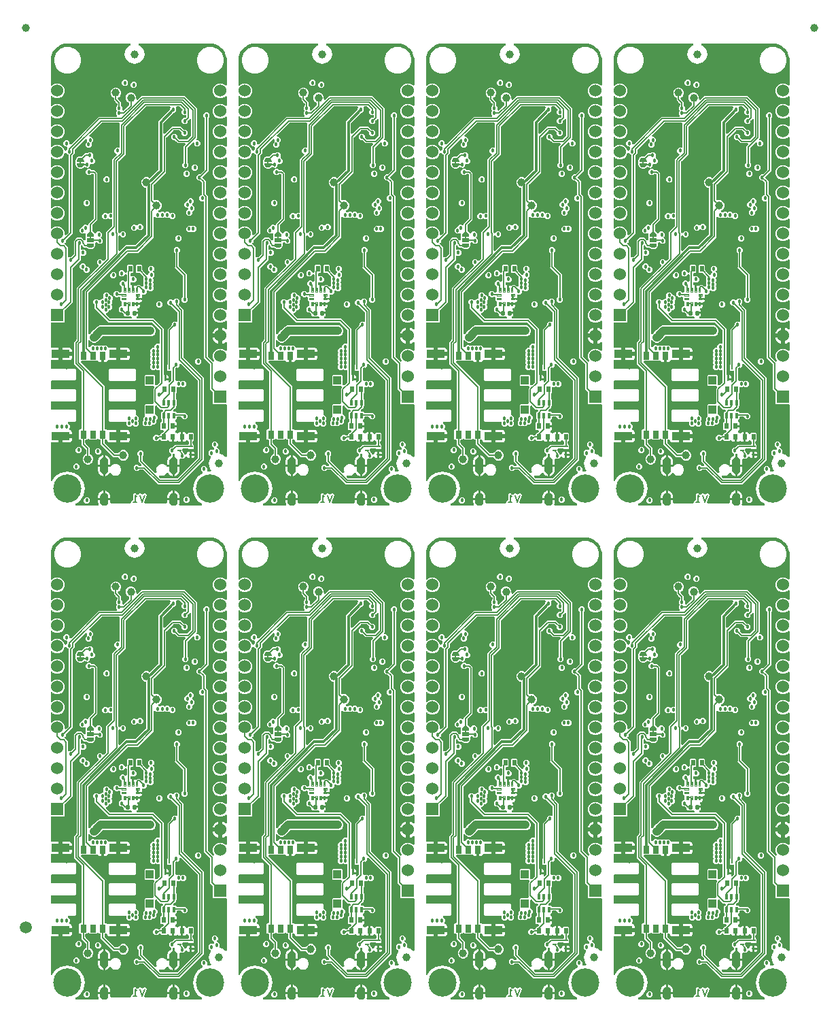
<source format=gbl>
G04 EAGLE Gerber RS-274X export*
G75*
%MOMM*%
%FSLAX34Y34*%
%LPD*%
%INBottom Copper*%
%IPPOS*%
%AMOC8*
5,1,8,0,0,1.08239X$1,22.5*%
G01*
%ADD10C,0.152400*%
%ADD11C,3.516000*%
%ADD12R,1.524000X1.524000*%
%ADD13C,1.524000*%
%ADD14R,0.500000X0.700000*%
%ADD15R,0.254000X0.482600*%
%ADD16C,1.000000*%
%ADD17R,0.482600X0.254000*%
%ADD18R,0.300000X0.700000*%
%ADD19C,0.603200*%
%ADD20C,0.105000*%
%ADD21C,0.286200*%
%ADD22R,0.200000X0.200000*%
%ADD23R,0.900000X0.600000*%
%ADD24R,2.300000X1.000000*%
%ADD25R,0.800000X1.000000*%
%ADD26R,1.000000X1.100000*%
%ADD27C,1.500000*%
%ADD28C,0.457200*%
%ADD29C,1.016000*%
%ADD30C,0.304800*%
%ADD31C,0.150000*%
%ADD32C,0.200000*%

G36*
X625958Y4626D02*
X625958Y4626D01*
X625964Y4632D01*
X625969Y4629D01*
X627026Y4999D01*
X627030Y5006D01*
X627036Y5003D01*
X627984Y5599D01*
X627987Y5607D01*
X627992Y5606D01*
X628784Y6398D01*
X628785Y6406D01*
X628791Y6406D01*
X629387Y7354D01*
X629386Y7363D01*
X629391Y7364D01*
X629761Y8421D01*
X629760Y8425D01*
X629762Y8427D01*
X629760Y8430D01*
X629764Y8432D01*
X629889Y9545D01*
X629887Y9548D01*
X629889Y9550D01*
X629889Y11281D01*
X632431Y11281D01*
X632431Y8802D01*
X632139Y7336D01*
X631721Y6328D01*
X631708Y6280D01*
X631687Y6235D01*
X631667Y6127D01*
X631637Y6021D01*
X631637Y5971D01*
X631627Y5922D01*
X631634Y5813D01*
X631632Y5703D01*
X631644Y5655D01*
X631647Y5605D01*
X631681Y5501D01*
X631707Y5394D01*
X631730Y5350D01*
X631745Y5303D01*
X631804Y5210D01*
X631855Y5113D01*
X631889Y5076D01*
X631915Y5034D01*
X631995Y4959D01*
X632069Y4877D01*
X632111Y4850D01*
X632147Y4816D01*
X632243Y4763D01*
X632335Y4703D01*
X632382Y4686D01*
X632425Y4662D01*
X632532Y4635D01*
X632636Y4599D01*
X632685Y4595D01*
X632733Y4583D01*
X632894Y4573D01*
X659308Y4573D01*
X659412Y4586D01*
X659516Y4590D01*
X659569Y4606D01*
X659624Y4613D01*
X659721Y4651D01*
X659821Y4681D01*
X659869Y4709D01*
X659920Y4730D01*
X660004Y4791D01*
X660094Y4845D01*
X660132Y4884D01*
X660177Y4916D01*
X660244Y4997D01*
X660317Y5071D01*
X660345Y5119D01*
X660380Y5161D01*
X660424Y5256D01*
X660477Y5346D01*
X660492Y5399D01*
X660515Y5449D01*
X660535Y5552D01*
X660563Y5652D01*
X660565Y5707D01*
X660575Y5761D01*
X660569Y5866D01*
X660571Y5970D01*
X660559Y6024D01*
X660555Y6079D01*
X660523Y6178D01*
X660500Y6280D01*
X660474Y6329D01*
X660457Y6381D01*
X660401Y6470D01*
X660353Y6562D01*
X660317Y6604D01*
X660287Y6650D01*
X660211Y6722D01*
X660142Y6800D01*
X660071Y6853D01*
X660056Y6868D01*
X660043Y6875D01*
X660014Y6897D01*
X655244Y10084D01*
X650549Y17111D01*
X648900Y25400D01*
X650549Y33689D01*
X655244Y40716D01*
X660918Y44507D01*
X660982Y44563D01*
X661052Y44610D01*
X661102Y44666D01*
X661159Y44716D01*
X661207Y44785D01*
X661263Y44848D01*
X661297Y44915D01*
X661339Y44977D01*
X661369Y45056D01*
X661407Y45132D01*
X661424Y45205D01*
X661450Y45276D01*
X661458Y45360D01*
X661477Y45442D01*
X661474Y45517D01*
X661482Y45592D01*
X661470Y45675D01*
X661467Y45760D01*
X661446Y45832D01*
X661435Y45906D01*
X661402Y45984D01*
X661379Y46065D01*
X661341Y46130D01*
X661311Y46199D01*
X661260Y46267D01*
X661217Y46339D01*
X661124Y46445D01*
X661118Y46452D01*
X661116Y46455D01*
X661111Y46460D01*
X659149Y48422D01*
X659149Y51578D01*
X661382Y53811D01*
X664538Y53811D01*
X666771Y51578D01*
X666771Y48204D01*
X666767Y48196D01*
X666751Y48093D01*
X666726Y47992D01*
X666726Y47937D01*
X666718Y47882D01*
X666727Y47778D01*
X666728Y47674D01*
X666742Y47621D01*
X666747Y47566D01*
X666783Y47467D01*
X666809Y47366D01*
X666836Y47318D01*
X666855Y47266D01*
X666914Y47180D01*
X666965Y47089D01*
X667003Y47049D01*
X667034Y47003D01*
X667112Y46934D01*
X667184Y46858D01*
X667231Y46829D01*
X667272Y46793D01*
X667365Y46745D01*
X667454Y46690D01*
X667506Y46673D01*
X667555Y46648D01*
X667657Y46625D01*
X667757Y46594D01*
X667812Y46591D01*
X667866Y46578D01*
X667970Y46582D01*
X668074Y46576D01*
X668162Y46587D01*
X668183Y46588D01*
X668198Y46592D01*
X668234Y46597D01*
X670727Y47093D01*
X670741Y47098D01*
X670756Y47099D01*
X670892Y47148D01*
X671028Y47194D01*
X671041Y47202D01*
X671055Y47207D01*
X671175Y47288D01*
X671296Y47366D01*
X671306Y47377D01*
X671318Y47385D01*
X671414Y47494D01*
X671512Y47600D01*
X671519Y47613D01*
X671528Y47624D01*
X671594Y47752D01*
X671663Y47879D01*
X671666Y47894D01*
X671673Y47907D01*
X671705Y48048D01*
X671740Y48188D01*
X671739Y48203D01*
X671743Y48217D01*
X671738Y48362D01*
X671737Y48506D01*
X671733Y48520D01*
X671733Y48535D01*
X671693Y48674D01*
X671656Y48814D01*
X671649Y48826D01*
X671645Y48841D01*
X671571Y48965D01*
X671501Y49091D01*
X671491Y49102D01*
X671483Y49115D01*
X671377Y49235D01*
X670152Y50460D01*
X668480Y56700D01*
X670152Y62940D01*
X671235Y64023D01*
X671320Y64132D01*
X671408Y64239D01*
X671417Y64258D01*
X671429Y64274D01*
X671485Y64401D01*
X671544Y64527D01*
X671548Y64547D01*
X671556Y64566D01*
X671578Y64704D01*
X671604Y64840D01*
X671603Y64860D01*
X671606Y64880D01*
X671593Y65019D01*
X671584Y65157D01*
X671578Y65176D01*
X671576Y65196D01*
X671529Y65328D01*
X671486Y65459D01*
X671475Y65477D01*
X671468Y65496D01*
X671390Y65611D01*
X671316Y65728D01*
X671301Y65742D01*
X671290Y65759D01*
X671185Y65851D01*
X671084Y65946D01*
X671067Y65956D01*
X671051Y65969D01*
X670927Y66033D01*
X670806Y66100D01*
X670786Y66105D01*
X670770Y66113D01*
X668461Y68422D01*
X668461Y71578D01*
X670694Y73811D01*
X674256Y73811D01*
X674354Y73823D01*
X674453Y73826D01*
X674511Y73843D01*
X674571Y73851D01*
X674663Y73887D01*
X674759Y73915D01*
X674811Y73945D01*
X674867Y73968D01*
X674947Y74026D01*
X675032Y74076D01*
X675108Y74142D01*
X675124Y74154D01*
X675132Y74164D01*
X675153Y74182D01*
X675493Y74523D01*
X675579Y74632D01*
X675667Y74739D01*
X675676Y74758D01*
X675688Y74774D01*
X675744Y74902D01*
X675803Y75027D01*
X675807Y75047D01*
X675815Y75066D01*
X675837Y75204D01*
X675863Y75340D01*
X675861Y75360D01*
X675864Y75380D01*
X675851Y75519D01*
X675843Y75657D01*
X675837Y75676D01*
X675835Y75696D01*
X675787Y75828D01*
X675745Y75959D01*
X675734Y75977D01*
X675727Y75996D01*
X675649Y76111D01*
X675575Y76228D01*
X675560Y76242D01*
X675548Y76259D01*
X675444Y76351D01*
X675343Y76446D01*
X675325Y76456D01*
X675310Y76469D01*
X675186Y76532D01*
X675064Y76600D01*
X675045Y76605D01*
X675027Y76614D01*
X674891Y76644D01*
X674804Y76667D01*
X672549Y78922D01*
X672549Y82078D01*
X674782Y84311D01*
X677938Y84311D01*
X680171Y82078D01*
X680171Y78922D01*
X679327Y78077D01*
X679242Y77968D01*
X679153Y77861D01*
X679144Y77842D01*
X679132Y77826D01*
X679076Y77699D01*
X679017Y77573D01*
X679013Y77553D01*
X679005Y77534D01*
X678983Y77396D01*
X678957Y77260D01*
X678959Y77240D01*
X678956Y77220D01*
X678969Y77081D01*
X678977Y76943D01*
X678983Y76924D01*
X678985Y76904D01*
X679033Y76772D01*
X679075Y76641D01*
X679086Y76623D01*
X679093Y76604D01*
X679171Y76489D01*
X679245Y76372D01*
X679260Y76358D01*
X679272Y76341D01*
X679376Y76249D01*
X679477Y76154D01*
X679495Y76144D01*
X679510Y76131D01*
X679634Y76068D01*
X679756Y76000D01*
X679775Y75995D01*
X679793Y75986D01*
X679929Y75956D01*
X680016Y75933D01*
X682271Y73678D01*
X682271Y70433D01*
X682242Y70368D01*
X682185Y70249D01*
X682180Y70223D01*
X682169Y70198D01*
X682148Y70067D01*
X682122Y69937D01*
X682123Y69910D01*
X682119Y69884D01*
X682131Y69752D01*
X682138Y69620D01*
X682146Y69594D01*
X682149Y69567D01*
X682193Y69443D01*
X682233Y69316D01*
X682247Y69293D01*
X682256Y69268D01*
X682331Y69158D01*
X682400Y69046D01*
X682420Y69027D01*
X682435Y69005D01*
X682534Y68917D01*
X682630Y68825D01*
X682653Y68812D01*
X682673Y68794D01*
X682791Y68734D01*
X682907Y68669D01*
X682943Y68657D01*
X682957Y68650D01*
X682978Y68645D01*
X683059Y68617D01*
X687200Y67508D01*
X689221Y65487D01*
X689330Y65403D01*
X689437Y65314D01*
X689456Y65305D01*
X689472Y65292D01*
X689599Y65237D01*
X689725Y65178D01*
X689745Y65174D01*
X689764Y65166D01*
X689902Y65144D01*
X690038Y65118D01*
X690058Y65119D01*
X690078Y65116D01*
X690217Y65129D01*
X690355Y65138D01*
X690374Y65144D01*
X690394Y65146D01*
X690526Y65193D01*
X690657Y65236D01*
X690675Y65247D01*
X690694Y65254D01*
X690809Y65332D01*
X690926Y65406D01*
X690940Y65421D01*
X690957Y65432D01*
X691049Y65536D01*
X691144Y65638D01*
X691154Y65656D01*
X691167Y65671D01*
X691230Y65794D01*
X691298Y65916D01*
X691303Y65936D01*
X691312Y65954D01*
X691342Y66090D01*
X691377Y66224D01*
X691379Y66252D01*
X691382Y66264D01*
X691381Y66285D01*
X691387Y66385D01*
X691387Y129286D01*
X691372Y129404D01*
X691365Y129523D01*
X691352Y129561D01*
X691347Y129602D01*
X691304Y129712D01*
X691267Y129825D01*
X691245Y129860D01*
X691230Y129897D01*
X691161Y129993D01*
X691097Y130094D01*
X691067Y130122D01*
X691044Y130155D01*
X690952Y130231D01*
X690865Y130312D01*
X690830Y130332D01*
X690799Y130357D01*
X690691Y130408D01*
X690587Y130466D01*
X690547Y130476D01*
X690511Y130493D01*
X690394Y130515D01*
X690279Y130545D01*
X690219Y130549D01*
X690199Y130553D01*
X690178Y130551D01*
X690118Y130555D01*
X675008Y130555D01*
X674115Y131448D01*
X674115Y145085D01*
X674103Y145183D01*
X674100Y145282D01*
X674083Y145340D01*
X674075Y145401D01*
X674039Y145493D01*
X674011Y145588D01*
X673981Y145640D01*
X673958Y145696D01*
X673900Y145776D01*
X673850Y145862D01*
X673784Y145937D01*
X673772Y145954D01*
X673762Y145961D01*
X673744Y145983D01*
X670591Y149135D01*
X670591Y179827D01*
X670579Y179925D01*
X670576Y180024D01*
X670559Y180082D01*
X670551Y180143D01*
X670515Y180235D01*
X670487Y180330D01*
X670457Y180382D01*
X670434Y180438D01*
X670376Y180518D01*
X670326Y180604D01*
X670260Y180679D01*
X670248Y180696D01*
X670238Y180703D01*
X670220Y180725D01*
X664603Y186342D01*
X664524Y186402D01*
X664516Y186410D01*
X662873Y188053D01*
X662873Y382120D01*
X662858Y382238D01*
X662851Y382357D01*
X662838Y382395D01*
X662833Y382436D01*
X662790Y382546D01*
X662753Y382659D01*
X662731Y382694D01*
X662716Y382731D01*
X662647Y382827D01*
X662583Y382928D01*
X662553Y382956D01*
X662530Y382989D01*
X662438Y383065D01*
X662351Y383146D01*
X662316Y383166D01*
X662285Y383191D01*
X662177Y383242D01*
X662073Y383300D01*
X662033Y383310D01*
X661997Y383327D01*
X661880Y383349D01*
X661765Y383379D01*
X661705Y383383D01*
X661685Y383387D01*
X661664Y383385D01*
X661604Y383389D01*
X659382Y383389D01*
X657149Y385622D01*
X657149Y388778D01*
X659386Y391015D01*
X659472Y391026D01*
X659591Y391033D01*
X659629Y391046D01*
X659670Y391051D01*
X659780Y391094D01*
X659893Y391131D01*
X659928Y391153D01*
X659965Y391168D01*
X660061Y391237D01*
X660162Y391301D01*
X660190Y391331D01*
X660223Y391354D01*
X660299Y391446D01*
X660380Y391533D01*
X660400Y391568D01*
X660425Y391599D01*
X660476Y391707D01*
X660534Y391811D01*
X660544Y391851D01*
X660561Y391887D01*
X660583Y392004D01*
X660613Y392119D01*
X660617Y392179D01*
X660621Y392199D01*
X660619Y392220D01*
X660623Y392280D01*
X660623Y405777D01*
X660611Y405875D01*
X660608Y405974D01*
X660591Y406033D01*
X660583Y406093D01*
X660547Y406185D01*
X660519Y406280D01*
X660489Y406332D01*
X660466Y406388D01*
X660408Y406468D01*
X660358Y406554D01*
X660292Y406629D01*
X660280Y406646D01*
X660270Y406653D01*
X660252Y406675D01*
X658159Y408768D01*
X658080Y408828D01*
X658008Y408896D01*
X657955Y408925D01*
X657907Y408962D01*
X657816Y409002D01*
X657730Y409050D01*
X657671Y409065D01*
X657615Y409089D01*
X657517Y409104D01*
X657422Y409129D01*
X657322Y409135D01*
X657301Y409139D01*
X657289Y409137D01*
X657261Y409139D01*
X655632Y409139D01*
X653399Y411372D01*
X653399Y414528D01*
X655632Y416761D01*
X657261Y416761D01*
X657359Y416773D01*
X657458Y416776D01*
X657517Y416793D01*
X657577Y416801D01*
X657669Y416837D01*
X657764Y416865D01*
X657816Y416895D01*
X657872Y416918D01*
X657952Y416976D01*
X658038Y417026D01*
X658113Y417092D01*
X658130Y417104D01*
X658137Y417114D01*
X658159Y417132D01*
X663352Y422325D01*
X663412Y422404D01*
X663480Y422476D01*
X663509Y422529D01*
X663546Y422577D01*
X663586Y422668D01*
X663634Y422754D01*
X663649Y422813D01*
X663673Y422869D01*
X663688Y422967D01*
X663713Y423062D01*
X663719Y423162D01*
X663723Y423183D01*
X663721Y423195D01*
X663723Y423223D01*
X663723Y486322D01*
X663711Y486420D01*
X663708Y486519D01*
X663691Y486577D01*
X663683Y486637D01*
X663647Y486729D01*
X663619Y486825D01*
X663589Y486877D01*
X663566Y486933D01*
X663508Y487013D01*
X663458Y487098D01*
X663392Y487174D01*
X663380Y487190D01*
X663370Y487198D01*
X663352Y487219D01*
X662149Y488422D01*
X662149Y491578D01*
X664382Y493811D01*
X667538Y493811D01*
X669771Y491578D01*
X669771Y488422D01*
X668668Y487319D01*
X668608Y487241D01*
X668540Y487169D01*
X668511Y487116D01*
X668474Y487068D01*
X668434Y486977D01*
X668386Y486890D01*
X668371Y486832D01*
X668347Y486776D01*
X668332Y486678D01*
X668307Y486582D01*
X668301Y486482D01*
X668297Y486462D01*
X668299Y486450D01*
X668297Y486422D01*
X668297Y420803D01*
X666586Y419092D01*
X666585Y419092D01*
X661392Y413899D01*
X661332Y413820D01*
X661264Y413748D01*
X661235Y413695D01*
X661198Y413647D01*
X661158Y413556D01*
X661110Y413470D01*
X661095Y413411D01*
X661071Y413355D01*
X661056Y413257D01*
X661031Y413162D01*
X661025Y413062D01*
X661021Y413041D01*
X661023Y413029D01*
X661021Y413001D01*
X661021Y412899D01*
X661033Y412801D01*
X661036Y412702D01*
X661053Y412643D01*
X661061Y412583D01*
X661097Y412491D01*
X661125Y412396D01*
X661155Y412344D01*
X661178Y412288D01*
X661236Y412208D01*
X661286Y412122D01*
X661352Y412047D01*
X661364Y412030D01*
X661374Y412023D01*
X661392Y412001D01*
X663485Y409908D01*
X663486Y409908D01*
X665197Y408197D01*
X665197Y392830D01*
X665209Y392731D01*
X665212Y392632D01*
X665229Y392574D01*
X665237Y392514D01*
X665273Y392422D01*
X665301Y392327D01*
X665331Y392275D01*
X665354Y392218D01*
X665412Y392138D01*
X665462Y392053D01*
X665528Y391978D01*
X665540Y391961D01*
X665550Y391953D01*
X665568Y391932D01*
X667565Y389936D01*
X667565Y384340D01*
X667536Y384289D01*
X667521Y384230D01*
X667497Y384175D01*
X667482Y384077D01*
X667457Y383981D01*
X667451Y383881D01*
X667447Y383861D01*
X667449Y383848D01*
X667447Y383820D01*
X667447Y190491D01*
X667459Y190392D01*
X667462Y190293D01*
X667479Y190235D01*
X667487Y190175D01*
X667523Y190083D01*
X667551Y189987D01*
X667582Y189935D01*
X667604Y189880D01*
X667662Y189799D01*
X667713Y189713D01*
X667778Y189639D01*
X667790Y189622D01*
X667800Y189614D01*
X667819Y189593D01*
X667837Y189575D01*
X673411Y184001D01*
X673466Y183958D01*
X673514Y183908D01*
X673591Y183862D01*
X673662Y183806D01*
X673726Y183779D01*
X673785Y183742D01*
X673871Y183716D01*
X673954Y183680D01*
X674023Y183669D01*
X674089Y183649D01*
X674179Y183644D01*
X674268Y183630D01*
X674337Y183637D01*
X674407Y183633D01*
X674495Y183652D01*
X674584Y183660D01*
X674650Y183684D01*
X674718Y183698D01*
X674799Y183737D01*
X674884Y183768D01*
X674941Y183807D01*
X675004Y183837D01*
X675073Y183896D01*
X675147Y183946D01*
X675193Y183999D01*
X675246Y184044D01*
X675298Y184117D01*
X675357Y184185D01*
X675389Y184247D01*
X675429Y184304D01*
X675461Y184388D01*
X675502Y184468D01*
X675517Y184536D01*
X675542Y184601D01*
X675552Y184691D01*
X675572Y184778D01*
X675569Y184848D01*
X675577Y184917D01*
X675565Y185006D01*
X675562Y185096D01*
X675543Y185163D01*
X675533Y185232D01*
X675481Y185385D01*
X674115Y188681D01*
X674115Y192319D01*
X675507Y195680D01*
X678080Y198253D01*
X681441Y199645D01*
X685079Y199645D01*
X688440Y198253D01*
X689221Y197472D01*
X689330Y197387D01*
X689437Y197298D01*
X689456Y197289D01*
X689472Y197277D01*
X689599Y197222D01*
X689725Y197163D01*
X689745Y197159D01*
X689764Y197151D01*
X689902Y197129D01*
X690038Y197103D01*
X690058Y197104D01*
X690078Y197101D01*
X690217Y197114D01*
X690355Y197123D01*
X690374Y197129D01*
X690394Y197131D01*
X690526Y197178D01*
X690657Y197221D01*
X690675Y197231D01*
X690694Y197238D01*
X690809Y197316D01*
X690926Y197391D01*
X690940Y197406D01*
X690957Y197417D01*
X691049Y197521D01*
X691144Y197622D01*
X691154Y197640D01*
X691167Y197655D01*
X691230Y197779D01*
X691298Y197901D01*
X691303Y197921D01*
X691312Y197939D01*
X691342Y198074D01*
X691377Y198209D01*
X691379Y198237D01*
X691382Y198249D01*
X691381Y198269D01*
X691387Y198370D01*
X691387Y206754D01*
X691382Y206794D01*
X691385Y206834D01*
X691362Y206951D01*
X691347Y207070D01*
X691333Y207107D01*
X691325Y207146D01*
X691274Y207255D01*
X691230Y207366D01*
X691207Y207398D01*
X691190Y207434D01*
X691114Y207526D01*
X691044Y207623D01*
X691013Y207648D01*
X690988Y207679D01*
X690891Y207749D01*
X690799Y207826D01*
X690763Y207843D01*
X690730Y207866D01*
X690619Y207910D01*
X690511Y207961D01*
X690472Y207969D01*
X690435Y207983D01*
X690316Y207999D01*
X690199Y208021D01*
X690159Y208019D01*
X690119Y208024D01*
X690000Y208009D01*
X689881Y208001D01*
X689843Y207989D01*
X689804Y207984D01*
X689692Y207940D01*
X689579Y207903D01*
X689545Y207882D01*
X689508Y207867D01*
X689372Y207781D01*
X688585Y207210D01*
X687160Y206484D01*
X685799Y206041D01*
X685799Y214630D01*
X685784Y214748D01*
X685777Y214867D01*
X685764Y214905D01*
X685759Y214945D01*
X685716Y215056D01*
X685679Y215169D01*
X685657Y215203D01*
X685642Y215241D01*
X685572Y215337D01*
X685509Y215438D01*
X685479Y215466D01*
X685455Y215498D01*
X685364Y215574D01*
X685277Y215656D01*
X685242Y215675D01*
X685211Y215701D01*
X685103Y215752D01*
X684999Y215809D01*
X684959Y215820D01*
X684923Y215837D01*
X684806Y215859D01*
X684691Y215889D01*
X684630Y215893D01*
X684610Y215897D01*
X684590Y215895D01*
X684530Y215899D01*
X683259Y215899D01*
X683259Y215901D01*
X684530Y215901D01*
X684648Y215916D01*
X684767Y215923D01*
X684805Y215936D01*
X684845Y215941D01*
X684956Y215985D01*
X685069Y216021D01*
X685104Y216043D01*
X685141Y216058D01*
X685237Y216128D01*
X685338Y216191D01*
X685366Y216221D01*
X685399Y216245D01*
X685474Y216336D01*
X685556Y216423D01*
X685576Y216458D01*
X685601Y216490D01*
X685652Y216597D01*
X685710Y216702D01*
X685720Y216741D01*
X685737Y216777D01*
X685759Y216894D01*
X685789Y217009D01*
X685793Y217070D01*
X685797Y217090D01*
X685795Y217110D01*
X685799Y217170D01*
X685799Y225759D01*
X687160Y225316D01*
X688585Y224590D01*
X689372Y224019D01*
X689407Y224000D01*
X689437Y223974D01*
X689546Y223923D01*
X689651Y223866D01*
X689689Y223856D01*
X689725Y223839D01*
X689842Y223816D01*
X689959Y223786D01*
X689999Y223786D01*
X690038Y223779D01*
X690157Y223786D01*
X690277Y223786D01*
X690315Y223796D01*
X690355Y223799D01*
X690469Y223836D01*
X690585Y223865D01*
X690620Y223884D01*
X690657Y223897D01*
X690759Y223961D01*
X690864Y224018D01*
X690893Y224046D01*
X690926Y224067D01*
X691008Y224154D01*
X691095Y224236D01*
X691117Y224270D01*
X691144Y224298D01*
X691202Y224403D01*
X691266Y224504D01*
X691278Y224542D01*
X691298Y224577D01*
X691327Y224693D01*
X691365Y224807D01*
X691367Y224846D01*
X691377Y224885D01*
X691387Y225046D01*
X691387Y233430D01*
X691370Y233568D01*
X691357Y233707D01*
X691350Y233726D01*
X691347Y233746D01*
X691296Y233875D01*
X691249Y234006D01*
X691238Y234023D01*
X691230Y234042D01*
X691149Y234154D01*
X691071Y234269D01*
X691055Y234283D01*
X691044Y234299D01*
X690936Y234388D01*
X690832Y234480D01*
X690814Y234489D01*
X690799Y234502D01*
X690673Y234561D01*
X690549Y234624D01*
X690529Y234629D01*
X690511Y234637D01*
X690374Y234663D01*
X690239Y234694D01*
X690218Y234693D01*
X690199Y234697D01*
X690060Y234689D01*
X689921Y234684D01*
X689901Y234679D01*
X689881Y234677D01*
X689749Y234635D01*
X689615Y234596D01*
X689598Y234586D01*
X689579Y234579D01*
X689461Y234505D01*
X689341Y234434D01*
X689320Y234416D01*
X689310Y234409D01*
X689296Y234394D01*
X689221Y234328D01*
X688440Y233547D01*
X685079Y232155D01*
X681441Y232155D01*
X678080Y233547D01*
X675507Y236120D01*
X674115Y239481D01*
X674115Y243119D01*
X675507Y246480D01*
X678080Y249053D01*
X681441Y250445D01*
X685079Y250445D01*
X688440Y249053D01*
X689221Y248272D01*
X689330Y248187D01*
X689437Y248098D01*
X689456Y248089D01*
X689472Y248077D01*
X689599Y248022D01*
X689725Y247963D01*
X689745Y247959D01*
X689764Y247951D01*
X689902Y247929D01*
X690038Y247903D01*
X690058Y247904D01*
X690078Y247901D01*
X690217Y247914D01*
X690355Y247923D01*
X690374Y247929D01*
X690394Y247931D01*
X690526Y247978D01*
X690657Y248021D01*
X690675Y248031D01*
X690694Y248038D01*
X690809Y248116D01*
X690926Y248191D01*
X690940Y248206D01*
X690957Y248217D01*
X691049Y248321D01*
X691144Y248422D01*
X691154Y248440D01*
X691167Y248455D01*
X691230Y248579D01*
X691298Y248701D01*
X691303Y248721D01*
X691312Y248739D01*
X691342Y248874D01*
X691377Y249009D01*
X691379Y249037D01*
X691382Y249049D01*
X691381Y249069D01*
X691387Y249170D01*
X691387Y258830D01*
X691370Y258968D01*
X691357Y259107D01*
X691350Y259126D01*
X691347Y259146D01*
X691296Y259275D01*
X691249Y259406D01*
X691238Y259423D01*
X691230Y259442D01*
X691149Y259554D01*
X691071Y259669D01*
X691055Y259683D01*
X691044Y259699D01*
X690936Y259788D01*
X690832Y259880D01*
X690814Y259889D01*
X690799Y259902D01*
X690673Y259961D01*
X690549Y260024D01*
X690529Y260029D01*
X690511Y260037D01*
X690374Y260063D01*
X690239Y260094D01*
X690218Y260093D01*
X690199Y260097D01*
X690060Y260089D01*
X689921Y260084D01*
X689901Y260079D01*
X689881Y260077D01*
X689749Y260035D01*
X689615Y259996D01*
X689598Y259986D01*
X689579Y259979D01*
X689461Y259905D01*
X689341Y259834D01*
X689320Y259816D01*
X689310Y259809D01*
X689296Y259794D01*
X689221Y259728D01*
X688440Y258947D01*
X685079Y257555D01*
X681441Y257555D01*
X678080Y258947D01*
X675507Y261520D01*
X674115Y264881D01*
X674115Y268519D01*
X675507Y271880D01*
X678080Y274453D01*
X681441Y275845D01*
X685079Y275845D01*
X688440Y274453D01*
X689221Y273672D01*
X689330Y273587D01*
X689437Y273498D01*
X689456Y273489D01*
X689472Y273477D01*
X689599Y273422D01*
X689725Y273363D01*
X689745Y273359D01*
X689764Y273351D01*
X689902Y273329D01*
X690038Y273303D01*
X690058Y273304D01*
X690078Y273301D01*
X690217Y273314D01*
X690355Y273323D01*
X690374Y273329D01*
X690394Y273331D01*
X690526Y273378D01*
X690657Y273421D01*
X690675Y273431D01*
X690694Y273438D01*
X690809Y273516D01*
X690926Y273591D01*
X690940Y273606D01*
X690957Y273617D01*
X691049Y273721D01*
X691144Y273822D01*
X691154Y273840D01*
X691167Y273855D01*
X691230Y273979D01*
X691298Y274101D01*
X691303Y274121D01*
X691312Y274139D01*
X691342Y274274D01*
X691377Y274409D01*
X691379Y274437D01*
X691382Y274449D01*
X691381Y274469D01*
X691387Y274570D01*
X691387Y284230D01*
X691370Y284368D01*
X691357Y284507D01*
X691350Y284526D01*
X691347Y284546D01*
X691296Y284675D01*
X691249Y284806D01*
X691238Y284823D01*
X691230Y284842D01*
X691149Y284954D01*
X691071Y285069D01*
X691055Y285083D01*
X691044Y285099D01*
X690936Y285188D01*
X690832Y285280D01*
X690814Y285289D01*
X690799Y285302D01*
X690673Y285361D01*
X690549Y285424D01*
X690529Y285429D01*
X690511Y285437D01*
X690374Y285463D01*
X690239Y285494D01*
X690218Y285493D01*
X690199Y285497D01*
X690060Y285489D01*
X689921Y285484D01*
X689901Y285479D01*
X689881Y285477D01*
X689749Y285435D01*
X689615Y285396D01*
X689598Y285386D01*
X689579Y285379D01*
X689461Y285305D01*
X689341Y285234D01*
X689320Y285216D01*
X689310Y285209D01*
X689296Y285194D01*
X689221Y285128D01*
X688440Y284347D01*
X685079Y282955D01*
X681441Y282955D01*
X678080Y284347D01*
X675507Y286920D01*
X674115Y290281D01*
X674115Y293919D01*
X675507Y297280D01*
X678080Y299853D01*
X681441Y301245D01*
X685079Y301245D01*
X688440Y299853D01*
X689221Y299072D01*
X689330Y298987D01*
X689437Y298898D01*
X689456Y298889D01*
X689472Y298877D01*
X689599Y298822D01*
X689725Y298763D01*
X689745Y298759D01*
X689764Y298751D01*
X689902Y298729D01*
X690038Y298703D01*
X690058Y298704D01*
X690078Y298701D01*
X690217Y298714D01*
X690355Y298723D01*
X690374Y298729D01*
X690394Y298731D01*
X690526Y298778D01*
X690657Y298821D01*
X690675Y298831D01*
X690694Y298838D01*
X690809Y298916D01*
X690926Y298991D01*
X690940Y299006D01*
X690957Y299017D01*
X691049Y299121D01*
X691144Y299222D01*
X691154Y299240D01*
X691167Y299255D01*
X691230Y299379D01*
X691298Y299501D01*
X691303Y299521D01*
X691312Y299539D01*
X691342Y299674D01*
X691377Y299809D01*
X691379Y299837D01*
X691382Y299849D01*
X691381Y299869D01*
X691387Y299970D01*
X691387Y309630D01*
X691370Y309768D01*
X691357Y309907D01*
X691350Y309926D01*
X691347Y309946D01*
X691296Y310075D01*
X691249Y310206D01*
X691238Y310223D01*
X691230Y310242D01*
X691149Y310354D01*
X691071Y310469D01*
X691055Y310483D01*
X691044Y310499D01*
X690936Y310588D01*
X690832Y310680D01*
X690814Y310689D01*
X690799Y310702D01*
X690673Y310761D01*
X690549Y310824D01*
X690529Y310829D01*
X690511Y310837D01*
X690374Y310863D01*
X690239Y310894D01*
X690218Y310893D01*
X690199Y310897D01*
X690060Y310889D01*
X689921Y310884D01*
X689901Y310879D01*
X689881Y310877D01*
X689749Y310835D01*
X689615Y310796D01*
X689598Y310786D01*
X689579Y310779D01*
X689461Y310705D01*
X689341Y310634D01*
X689320Y310616D01*
X689310Y310609D01*
X689296Y310594D01*
X689221Y310528D01*
X688440Y309747D01*
X685079Y308355D01*
X681441Y308355D01*
X678080Y309747D01*
X675507Y312320D01*
X674115Y315681D01*
X674115Y319319D01*
X675507Y322680D01*
X678080Y325253D01*
X681441Y326645D01*
X685079Y326645D01*
X688440Y325253D01*
X689221Y324472D01*
X689330Y324387D01*
X689437Y324298D01*
X689456Y324289D01*
X689472Y324277D01*
X689599Y324222D01*
X689725Y324163D01*
X689745Y324159D01*
X689764Y324151D01*
X689902Y324129D01*
X690038Y324103D01*
X690058Y324104D01*
X690078Y324101D01*
X690217Y324114D01*
X690355Y324123D01*
X690374Y324129D01*
X690394Y324131D01*
X690526Y324178D01*
X690657Y324221D01*
X690675Y324231D01*
X690694Y324238D01*
X690809Y324316D01*
X690926Y324391D01*
X690940Y324406D01*
X690957Y324417D01*
X691049Y324521D01*
X691144Y324622D01*
X691154Y324640D01*
X691167Y324655D01*
X691230Y324779D01*
X691298Y324901D01*
X691303Y324921D01*
X691312Y324939D01*
X691342Y325074D01*
X691377Y325209D01*
X691379Y325237D01*
X691382Y325249D01*
X691381Y325269D01*
X691387Y325370D01*
X691387Y335030D01*
X691370Y335168D01*
X691357Y335307D01*
X691350Y335326D01*
X691347Y335346D01*
X691296Y335475D01*
X691249Y335606D01*
X691238Y335623D01*
X691230Y335642D01*
X691149Y335754D01*
X691071Y335869D01*
X691055Y335883D01*
X691044Y335899D01*
X690936Y335988D01*
X690832Y336080D01*
X690814Y336089D01*
X690799Y336102D01*
X690673Y336161D01*
X690549Y336224D01*
X690529Y336229D01*
X690511Y336237D01*
X690374Y336263D01*
X690239Y336294D01*
X690218Y336293D01*
X690199Y336297D01*
X690060Y336289D01*
X689921Y336284D01*
X689901Y336279D01*
X689881Y336277D01*
X689749Y336235D01*
X689615Y336196D01*
X689598Y336186D01*
X689579Y336179D01*
X689461Y336105D01*
X689341Y336034D01*
X689320Y336016D01*
X689310Y336009D01*
X689296Y335994D01*
X689221Y335928D01*
X688440Y335147D01*
X685079Y333755D01*
X681441Y333755D01*
X678080Y335147D01*
X675507Y337720D01*
X674115Y341081D01*
X674115Y344719D01*
X675507Y348080D01*
X678080Y350653D01*
X681441Y352045D01*
X685079Y352045D01*
X688440Y350653D01*
X689221Y349872D01*
X689330Y349787D01*
X689437Y349698D01*
X689456Y349689D01*
X689472Y349677D01*
X689599Y349622D01*
X689725Y349563D01*
X689745Y349559D01*
X689764Y349551D01*
X689902Y349529D01*
X690038Y349503D01*
X690058Y349504D01*
X690078Y349501D01*
X690217Y349514D01*
X690355Y349523D01*
X690374Y349529D01*
X690394Y349531D01*
X690526Y349578D01*
X690657Y349621D01*
X690675Y349631D01*
X690694Y349638D01*
X690809Y349716D01*
X690926Y349791D01*
X690940Y349806D01*
X690957Y349817D01*
X691049Y349921D01*
X691144Y350022D01*
X691154Y350040D01*
X691167Y350055D01*
X691230Y350179D01*
X691298Y350301D01*
X691303Y350321D01*
X691312Y350339D01*
X691342Y350474D01*
X691377Y350609D01*
X691379Y350637D01*
X691382Y350649D01*
X691381Y350669D01*
X691387Y350770D01*
X691387Y360430D01*
X691370Y360568D01*
X691357Y360707D01*
X691350Y360726D01*
X691347Y360746D01*
X691296Y360875D01*
X691249Y361006D01*
X691238Y361023D01*
X691230Y361042D01*
X691149Y361154D01*
X691071Y361269D01*
X691055Y361283D01*
X691044Y361299D01*
X690936Y361388D01*
X690832Y361480D01*
X690814Y361489D01*
X690799Y361502D01*
X690673Y361561D01*
X690549Y361624D01*
X690529Y361629D01*
X690511Y361637D01*
X690374Y361663D01*
X690239Y361694D01*
X690218Y361693D01*
X690199Y361697D01*
X690060Y361689D01*
X689921Y361684D01*
X689901Y361679D01*
X689881Y361677D01*
X689749Y361635D01*
X689615Y361596D01*
X689598Y361586D01*
X689579Y361579D01*
X689461Y361505D01*
X689341Y361434D01*
X689320Y361416D01*
X689310Y361409D01*
X689296Y361394D01*
X689221Y361328D01*
X688440Y360547D01*
X685079Y359155D01*
X681441Y359155D01*
X678080Y360547D01*
X675507Y363120D01*
X674115Y366481D01*
X674115Y370119D01*
X675507Y373480D01*
X678080Y376053D01*
X681441Y377445D01*
X685079Y377445D01*
X688440Y376053D01*
X689221Y375272D01*
X689330Y375187D01*
X689437Y375098D01*
X689456Y375089D01*
X689472Y375077D01*
X689599Y375022D01*
X689725Y374963D01*
X689745Y374959D01*
X689764Y374951D01*
X689902Y374929D01*
X690038Y374903D01*
X690058Y374904D01*
X690078Y374901D01*
X690217Y374914D01*
X690355Y374923D01*
X690374Y374929D01*
X690394Y374931D01*
X690526Y374978D01*
X690657Y375021D01*
X690675Y375031D01*
X690694Y375038D01*
X690809Y375116D01*
X690926Y375191D01*
X690940Y375206D01*
X690957Y375217D01*
X691049Y375321D01*
X691144Y375422D01*
X691154Y375440D01*
X691167Y375455D01*
X691230Y375579D01*
X691298Y375701D01*
X691303Y375721D01*
X691312Y375739D01*
X691342Y375874D01*
X691377Y376009D01*
X691379Y376037D01*
X691382Y376049D01*
X691381Y376069D01*
X691387Y376170D01*
X691387Y385830D01*
X691370Y385968D01*
X691357Y386107D01*
X691350Y386126D01*
X691347Y386146D01*
X691296Y386275D01*
X691249Y386406D01*
X691238Y386423D01*
X691230Y386442D01*
X691149Y386554D01*
X691071Y386669D01*
X691055Y386683D01*
X691044Y386699D01*
X690936Y386788D01*
X690832Y386880D01*
X690814Y386889D01*
X690799Y386902D01*
X690673Y386961D01*
X690549Y387024D01*
X690529Y387029D01*
X690511Y387037D01*
X690374Y387063D01*
X690239Y387094D01*
X690218Y387093D01*
X690199Y387097D01*
X690060Y387089D01*
X689921Y387084D01*
X689901Y387079D01*
X689881Y387077D01*
X689749Y387035D01*
X689615Y386996D01*
X689598Y386986D01*
X689579Y386979D01*
X689461Y386905D01*
X689341Y386834D01*
X689320Y386816D01*
X689310Y386809D01*
X689296Y386794D01*
X689221Y386728D01*
X688440Y385947D01*
X685079Y384555D01*
X681441Y384555D01*
X678080Y385947D01*
X675507Y388520D01*
X674115Y391881D01*
X674115Y395519D01*
X675507Y398880D01*
X678080Y401453D01*
X681441Y402845D01*
X685079Y402845D01*
X688440Y401453D01*
X689221Y400672D01*
X689330Y400587D01*
X689437Y400498D01*
X689456Y400489D01*
X689472Y400477D01*
X689599Y400422D01*
X689725Y400363D01*
X689745Y400359D01*
X689764Y400351D01*
X689902Y400329D01*
X690038Y400303D01*
X690058Y400304D01*
X690078Y400301D01*
X690217Y400314D01*
X690355Y400323D01*
X690374Y400329D01*
X690394Y400331D01*
X690526Y400378D01*
X690657Y400421D01*
X690675Y400431D01*
X690694Y400438D01*
X690809Y400516D01*
X690926Y400591D01*
X690940Y400606D01*
X690957Y400617D01*
X691049Y400721D01*
X691144Y400822D01*
X691154Y400840D01*
X691167Y400855D01*
X691230Y400979D01*
X691298Y401101D01*
X691303Y401121D01*
X691312Y401139D01*
X691342Y401274D01*
X691377Y401409D01*
X691379Y401437D01*
X691382Y401449D01*
X691381Y401469D01*
X691387Y401570D01*
X691387Y411230D01*
X691370Y411368D01*
X691357Y411507D01*
X691350Y411526D01*
X691347Y411546D01*
X691296Y411675D01*
X691249Y411806D01*
X691238Y411823D01*
X691230Y411842D01*
X691149Y411954D01*
X691071Y412069D01*
X691055Y412083D01*
X691044Y412099D01*
X690936Y412188D01*
X690832Y412280D01*
X690814Y412289D01*
X690799Y412302D01*
X690673Y412361D01*
X690549Y412424D01*
X690529Y412429D01*
X690511Y412437D01*
X690374Y412463D01*
X690239Y412494D01*
X690218Y412493D01*
X690199Y412497D01*
X690060Y412489D01*
X689921Y412484D01*
X689901Y412479D01*
X689881Y412477D01*
X689749Y412435D01*
X689615Y412396D01*
X689598Y412386D01*
X689579Y412379D01*
X689461Y412305D01*
X689341Y412234D01*
X689320Y412216D01*
X689310Y412209D01*
X689296Y412194D01*
X689221Y412128D01*
X688440Y411347D01*
X685079Y409955D01*
X681441Y409955D01*
X678080Y411347D01*
X675507Y413920D01*
X674115Y417281D01*
X674115Y420919D01*
X675507Y424280D01*
X678080Y426853D01*
X681441Y428245D01*
X685079Y428245D01*
X688440Y426853D01*
X689221Y426072D01*
X689330Y425987D01*
X689437Y425898D01*
X689456Y425889D01*
X689472Y425877D01*
X689599Y425822D01*
X689725Y425763D01*
X689745Y425759D01*
X689764Y425751D01*
X689902Y425729D01*
X690038Y425703D01*
X690058Y425704D01*
X690078Y425701D01*
X690217Y425714D01*
X690355Y425723D01*
X690374Y425729D01*
X690394Y425731D01*
X690526Y425778D01*
X690657Y425821D01*
X690675Y425831D01*
X690694Y425838D01*
X690809Y425916D01*
X690926Y425991D01*
X690940Y426006D01*
X690957Y426017D01*
X691048Y426121D01*
X691144Y426222D01*
X691154Y426240D01*
X691167Y426255D01*
X691230Y426379D01*
X691298Y426501D01*
X691303Y426521D01*
X691312Y426539D01*
X691342Y426674D01*
X691377Y426809D01*
X691379Y426837D01*
X691382Y426849D01*
X691381Y426869D01*
X691387Y426970D01*
X691387Y436630D01*
X691370Y436768D01*
X691357Y436907D01*
X691350Y436926D01*
X691347Y436946D01*
X691296Y437075D01*
X691249Y437206D01*
X691238Y437223D01*
X691230Y437242D01*
X691149Y437354D01*
X691071Y437469D01*
X691055Y437483D01*
X691044Y437499D01*
X690936Y437588D01*
X690832Y437680D01*
X690814Y437689D01*
X690799Y437702D01*
X690673Y437761D01*
X690549Y437824D01*
X690529Y437829D01*
X690511Y437837D01*
X690374Y437863D01*
X690239Y437894D01*
X690218Y437893D01*
X690199Y437897D01*
X690060Y437889D01*
X689921Y437884D01*
X689901Y437879D01*
X689881Y437877D01*
X689749Y437835D01*
X689615Y437796D01*
X689598Y437786D01*
X689579Y437779D01*
X689461Y437705D01*
X689341Y437634D01*
X689320Y437616D01*
X689310Y437609D01*
X689296Y437594D01*
X689221Y437528D01*
X688440Y436747D01*
X685079Y435355D01*
X681441Y435355D01*
X678080Y436747D01*
X675507Y439320D01*
X674115Y442681D01*
X674115Y446319D01*
X675507Y449680D01*
X678080Y452253D01*
X681441Y453645D01*
X685079Y453645D01*
X688440Y452253D01*
X689221Y451472D01*
X689330Y451387D01*
X689437Y451298D01*
X689456Y451289D01*
X689472Y451277D01*
X689599Y451222D01*
X689725Y451163D01*
X689745Y451159D01*
X689764Y451151D01*
X689902Y451129D01*
X690038Y451103D01*
X690058Y451104D01*
X690078Y451101D01*
X690217Y451114D01*
X690355Y451123D01*
X690374Y451129D01*
X690394Y451131D01*
X690526Y451178D01*
X690657Y451221D01*
X690675Y451231D01*
X690694Y451238D01*
X690809Y451316D01*
X690926Y451391D01*
X690940Y451406D01*
X690957Y451417D01*
X691049Y451521D01*
X691144Y451622D01*
X691154Y451640D01*
X691167Y451655D01*
X691230Y451779D01*
X691298Y451901D01*
X691303Y451921D01*
X691312Y451939D01*
X691342Y452074D01*
X691377Y452209D01*
X691379Y452237D01*
X691382Y452249D01*
X691381Y452269D01*
X691387Y452370D01*
X691387Y462030D01*
X691370Y462168D01*
X691357Y462307D01*
X691350Y462326D01*
X691347Y462346D01*
X691296Y462475D01*
X691249Y462606D01*
X691238Y462623D01*
X691230Y462642D01*
X691149Y462754D01*
X691071Y462869D01*
X691055Y462883D01*
X691044Y462899D01*
X690936Y462988D01*
X690832Y463080D01*
X690814Y463089D01*
X690799Y463102D01*
X690673Y463161D01*
X690549Y463224D01*
X690529Y463229D01*
X690511Y463237D01*
X690374Y463263D01*
X690239Y463294D01*
X690218Y463293D01*
X690199Y463297D01*
X690060Y463289D01*
X689921Y463284D01*
X689901Y463279D01*
X689881Y463277D01*
X689749Y463235D01*
X689615Y463196D01*
X689598Y463186D01*
X689579Y463179D01*
X689461Y463105D01*
X689341Y463034D01*
X689320Y463016D01*
X689310Y463009D01*
X689296Y462994D01*
X689221Y462928D01*
X688440Y462147D01*
X685079Y460755D01*
X681441Y460755D01*
X678080Y462147D01*
X675507Y464720D01*
X674115Y468081D01*
X674115Y471719D01*
X675507Y475080D01*
X678080Y477653D01*
X681441Y479045D01*
X685079Y479045D01*
X688440Y477653D01*
X689221Y476872D01*
X689330Y476787D01*
X689437Y476698D01*
X689456Y476689D01*
X689472Y476677D01*
X689599Y476622D01*
X689725Y476563D01*
X689745Y476559D01*
X689764Y476551D01*
X689902Y476529D01*
X690038Y476503D01*
X690058Y476504D01*
X690078Y476501D01*
X690217Y476514D01*
X690355Y476523D01*
X690374Y476529D01*
X690394Y476531D01*
X690526Y476578D01*
X690657Y476621D01*
X690675Y476631D01*
X690694Y476638D01*
X690809Y476716D01*
X690926Y476791D01*
X690940Y476806D01*
X690957Y476817D01*
X691049Y476921D01*
X691144Y477022D01*
X691154Y477040D01*
X691167Y477055D01*
X691230Y477179D01*
X691298Y477301D01*
X691303Y477321D01*
X691312Y477339D01*
X691342Y477474D01*
X691377Y477609D01*
X691379Y477637D01*
X691382Y477649D01*
X691381Y477669D01*
X691387Y477770D01*
X691387Y487430D01*
X691370Y487568D01*
X691357Y487707D01*
X691350Y487726D01*
X691347Y487746D01*
X691296Y487875D01*
X691249Y488006D01*
X691238Y488023D01*
X691230Y488042D01*
X691149Y488154D01*
X691071Y488269D01*
X691055Y488283D01*
X691044Y488299D01*
X690936Y488388D01*
X690832Y488480D01*
X690814Y488489D01*
X690799Y488502D01*
X690673Y488561D01*
X690549Y488624D01*
X690529Y488629D01*
X690511Y488637D01*
X690374Y488663D01*
X690239Y488694D01*
X690218Y488693D01*
X690199Y488697D01*
X690060Y488689D01*
X689921Y488684D01*
X689901Y488679D01*
X689881Y488677D01*
X689749Y488635D01*
X689615Y488596D01*
X689598Y488586D01*
X689579Y488579D01*
X689461Y488505D01*
X689341Y488434D01*
X689320Y488416D01*
X689310Y488409D01*
X689296Y488394D01*
X689221Y488328D01*
X688440Y487547D01*
X685079Y486155D01*
X681441Y486155D01*
X678080Y487547D01*
X675507Y490120D01*
X674115Y493481D01*
X674115Y497119D01*
X675507Y500480D01*
X678080Y503053D01*
X681441Y504445D01*
X685079Y504445D01*
X688440Y503053D01*
X689221Y502272D01*
X689330Y502187D01*
X689437Y502098D01*
X689456Y502089D01*
X689472Y502077D01*
X689599Y502022D01*
X689725Y501963D01*
X689745Y501959D01*
X689764Y501951D01*
X689902Y501929D01*
X690038Y501903D01*
X690058Y501904D01*
X690078Y501901D01*
X690217Y501914D01*
X690355Y501923D01*
X690374Y501929D01*
X690394Y501931D01*
X690526Y501978D01*
X690657Y502021D01*
X690675Y502031D01*
X690694Y502038D01*
X690809Y502116D01*
X690926Y502191D01*
X690940Y502206D01*
X690957Y502217D01*
X691049Y502321D01*
X691144Y502422D01*
X691154Y502440D01*
X691167Y502455D01*
X691230Y502579D01*
X691298Y502701D01*
X691303Y502721D01*
X691312Y502739D01*
X691342Y502874D01*
X691377Y503009D01*
X691379Y503037D01*
X691382Y503049D01*
X691381Y503069D01*
X691387Y503170D01*
X691387Y512830D01*
X691370Y512968D01*
X691357Y513107D01*
X691350Y513126D01*
X691347Y513146D01*
X691296Y513275D01*
X691249Y513406D01*
X691238Y513423D01*
X691230Y513442D01*
X691149Y513554D01*
X691071Y513669D01*
X691055Y513683D01*
X691044Y513699D01*
X690936Y513788D01*
X690832Y513880D01*
X690814Y513889D01*
X690799Y513902D01*
X690673Y513961D01*
X690549Y514024D01*
X690529Y514029D01*
X690511Y514037D01*
X690374Y514063D01*
X690239Y514094D01*
X690218Y514093D01*
X690199Y514097D01*
X690060Y514089D01*
X689921Y514084D01*
X689901Y514079D01*
X689881Y514077D01*
X689749Y514035D01*
X689615Y513996D01*
X689598Y513986D01*
X689579Y513979D01*
X689461Y513905D01*
X689341Y513834D01*
X689320Y513816D01*
X689310Y513809D01*
X689296Y513794D01*
X689221Y513728D01*
X688440Y512947D01*
X685079Y511555D01*
X681441Y511555D01*
X678080Y512947D01*
X675507Y515520D01*
X674115Y518881D01*
X674115Y522519D01*
X675507Y525880D01*
X678080Y528453D01*
X681441Y529845D01*
X685079Y529845D01*
X688440Y528453D01*
X689221Y527672D01*
X689330Y527587D01*
X689437Y527498D01*
X689456Y527489D01*
X689472Y527477D01*
X689599Y527422D01*
X689725Y527363D01*
X689745Y527359D01*
X689764Y527351D01*
X689902Y527329D01*
X690038Y527303D01*
X690058Y527304D01*
X690078Y527301D01*
X690217Y527314D01*
X690355Y527323D01*
X690374Y527329D01*
X690394Y527331D01*
X690526Y527378D01*
X690657Y527421D01*
X690675Y527431D01*
X690694Y527438D01*
X690809Y527516D01*
X690926Y527591D01*
X690940Y527606D01*
X690957Y527617D01*
X691049Y527721D01*
X691144Y527822D01*
X691154Y527840D01*
X691167Y527855D01*
X691230Y527979D01*
X691298Y528101D01*
X691303Y528121D01*
X691312Y528139D01*
X691342Y528274D01*
X691377Y528409D01*
X691379Y528437D01*
X691382Y528449D01*
X691381Y528469D01*
X691387Y528570D01*
X691387Y558800D01*
X691385Y558822D01*
X691383Y558900D01*
X691143Y561959D01*
X691129Y562027D01*
X691124Y562096D01*
X691084Y562252D01*
X689193Y568071D01*
X689143Y568179D01*
X689099Y568289D01*
X689067Y568340D01*
X689058Y568359D01*
X689045Y568375D01*
X689013Y568425D01*
X685416Y573376D01*
X685335Y573462D01*
X685260Y573554D01*
X685213Y573593D01*
X685199Y573607D01*
X685182Y573618D01*
X685136Y573656D01*
X680185Y577253D01*
X680081Y577310D01*
X679981Y577374D01*
X679925Y577396D01*
X679907Y577406D01*
X679887Y577411D01*
X679831Y577433D01*
X674012Y579324D01*
X673944Y579337D01*
X673879Y579360D01*
X673719Y579383D01*
X670660Y579623D01*
X670638Y579622D01*
X670560Y579627D01*
X582565Y579627D01*
X582414Y579608D01*
X582263Y579591D01*
X582257Y579588D01*
X582250Y579587D01*
X582109Y579532D01*
X581966Y579477D01*
X581960Y579473D01*
X581954Y579470D01*
X581831Y579381D01*
X581707Y579293D01*
X581702Y579288D01*
X581697Y579284D01*
X581599Y579165D01*
X581501Y579050D01*
X581498Y579044D01*
X581494Y579039D01*
X581429Y578901D01*
X581363Y578764D01*
X581361Y578757D01*
X581359Y578751D01*
X581330Y578603D01*
X581300Y578452D01*
X581300Y578445D01*
X581299Y578439D01*
X581308Y578287D01*
X581316Y578134D01*
X581318Y578128D01*
X581319Y578121D01*
X581365Y577976D01*
X581411Y577831D01*
X581414Y577825D01*
X581417Y577819D01*
X581499Y577689D01*
X581578Y577560D01*
X581583Y577556D01*
X581587Y577550D01*
X581698Y577445D01*
X581808Y577340D01*
X581813Y577337D01*
X581818Y577332D01*
X581952Y577258D01*
X582084Y577183D01*
X582093Y577181D01*
X582097Y577178D01*
X582107Y577176D01*
X582237Y577132D01*
X582700Y577008D01*
X587268Y572440D01*
X588940Y566200D01*
X587268Y559960D01*
X582700Y555392D01*
X576460Y553720D01*
X570220Y555392D01*
X565652Y559960D01*
X563980Y566200D01*
X565652Y572440D01*
X570220Y577008D01*
X570683Y577132D01*
X570824Y577190D01*
X570966Y577246D01*
X570971Y577250D01*
X570977Y577252D01*
X571100Y577343D01*
X571223Y577432D01*
X571227Y577438D01*
X571233Y577442D01*
X571329Y577560D01*
X571426Y577677D01*
X571429Y577684D01*
X571433Y577689D01*
X571497Y577828D01*
X571561Y577965D01*
X571563Y577972D01*
X571566Y577978D01*
X571593Y578129D01*
X571621Y578278D01*
X571621Y578284D01*
X571622Y578291D01*
X571611Y578443D01*
X571601Y578595D01*
X571599Y578601D01*
X571599Y578608D01*
X571550Y578753D01*
X571503Y578897D01*
X571500Y578903D01*
X571498Y578910D01*
X571415Y579037D01*
X571333Y579166D01*
X571328Y579171D01*
X571325Y579176D01*
X571213Y579279D01*
X571102Y579384D01*
X571096Y579387D01*
X571091Y579392D01*
X570957Y579464D01*
X570823Y579538D01*
X570817Y579539D01*
X570811Y579542D01*
X570662Y579579D01*
X570515Y579617D01*
X570506Y579618D01*
X570502Y579619D01*
X570491Y579619D01*
X570355Y579627D01*
X492760Y579627D01*
X492738Y579625D01*
X492660Y579623D01*
X489601Y579383D01*
X489533Y579369D01*
X489464Y579364D01*
X489308Y579324D01*
X483489Y577433D01*
X483381Y577383D01*
X483271Y577339D01*
X483220Y577307D01*
X483201Y577298D01*
X483185Y577285D01*
X483135Y577253D01*
X478184Y573656D01*
X478098Y573575D01*
X478006Y573500D01*
X477967Y573453D01*
X477953Y573439D01*
X477942Y573422D01*
X477904Y573376D01*
X474307Y568425D01*
X474288Y568391D01*
X474262Y568360D01*
X474228Y568288D01*
X474186Y568221D01*
X474163Y568164D01*
X474154Y568147D01*
X474149Y568127D01*
X474127Y568072D01*
X474127Y568071D01*
X472236Y562252D01*
X472223Y562184D01*
X472200Y562119D01*
X472177Y561959D01*
X471937Y558900D01*
X471938Y558878D01*
X471933Y558800D01*
X471933Y528570D01*
X471950Y528432D01*
X471963Y528293D01*
X471970Y528274D01*
X471973Y528254D01*
X472024Y528125D01*
X472071Y527994D01*
X472082Y527977D01*
X472090Y527958D01*
X472171Y527846D01*
X472249Y527731D01*
X472265Y527717D01*
X472276Y527701D01*
X472384Y527612D01*
X472488Y527520D01*
X472506Y527511D01*
X472521Y527498D01*
X472647Y527439D01*
X472771Y527376D01*
X472791Y527371D01*
X472809Y527363D01*
X472946Y527337D01*
X473081Y527306D01*
X473102Y527307D01*
X473121Y527303D01*
X473260Y527311D01*
X473399Y527316D01*
X473419Y527321D01*
X473439Y527323D01*
X473571Y527365D01*
X473705Y527404D01*
X473722Y527414D01*
X473741Y527421D01*
X473859Y527495D01*
X473979Y527566D01*
X474000Y527584D01*
X474010Y527591D01*
X474024Y527606D01*
X474099Y527672D01*
X474880Y528453D01*
X478241Y529845D01*
X481879Y529845D01*
X485240Y528453D01*
X487813Y525880D01*
X489205Y522519D01*
X489205Y518881D01*
X487813Y515520D01*
X485240Y512947D01*
X481879Y511555D01*
X478241Y511555D01*
X474880Y512947D01*
X474099Y513728D01*
X473990Y513813D01*
X473883Y513902D01*
X473864Y513911D01*
X473848Y513923D01*
X473721Y513978D01*
X473595Y514037D01*
X473575Y514041D01*
X473556Y514049D01*
X473418Y514071D01*
X473282Y514097D01*
X473262Y514096D01*
X473242Y514099D01*
X473103Y514086D01*
X472965Y514077D01*
X472946Y514071D01*
X472926Y514069D01*
X472794Y514022D01*
X472663Y513979D01*
X472645Y513969D01*
X472626Y513962D01*
X472511Y513884D01*
X472394Y513809D01*
X472380Y513794D01*
X472363Y513783D01*
X472271Y513679D01*
X472176Y513578D01*
X472166Y513560D01*
X472153Y513545D01*
X472090Y513421D01*
X472022Y513299D01*
X472017Y513279D01*
X472008Y513261D01*
X471978Y513126D01*
X471943Y512991D01*
X471941Y512963D01*
X471938Y512951D01*
X471939Y512931D01*
X471933Y512830D01*
X471933Y503170D01*
X471950Y503032D01*
X471963Y502893D01*
X471970Y502874D01*
X471973Y502854D01*
X472024Y502725D01*
X472071Y502594D01*
X472082Y502577D01*
X472090Y502558D01*
X472171Y502446D01*
X472249Y502331D01*
X472265Y502317D01*
X472276Y502301D01*
X472384Y502212D01*
X472488Y502120D01*
X472506Y502111D01*
X472521Y502098D01*
X472647Y502039D01*
X472771Y501976D01*
X472791Y501971D01*
X472809Y501963D01*
X472946Y501937D01*
X473081Y501906D01*
X473102Y501907D01*
X473121Y501903D01*
X473260Y501911D01*
X473399Y501916D01*
X473419Y501921D01*
X473439Y501923D01*
X473571Y501965D01*
X473705Y502004D01*
X473722Y502014D01*
X473741Y502021D01*
X473859Y502095D01*
X473979Y502166D01*
X474000Y502184D01*
X474010Y502191D01*
X474024Y502206D01*
X474099Y502272D01*
X474880Y503053D01*
X478241Y504445D01*
X481879Y504445D01*
X485240Y503053D01*
X487813Y500480D01*
X489205Y497119D01*
X489205Y493481D01*
X487813Y490120D01*
X485240Y487547D01*
X481879Y486155D01*
X478241Y486155D01*
X474880Y487547D01*
X474099Y488328D01*
X473990Y488413D01*
X473883Y488502D01*
X473864Y488511D01*
X473848Y488523D01*
X473721Y488578D01*
X473595Y488637D01*
X473575Y488641D01*
X473556Y488649D01*
X473418Y488671D01*
X473282Y488697D01*
X473262Y488696D01*
X473242Y488699D01*
X473103Y488686D01*
X472965Y488677D01*
X472946Y488671D01*
X472926Y488669D01*
X472794Y488622D01*
X472663Y488579D01*
X472645Y488569D01*
X472626Y488562D01*
X472511Y488484D01*
X472394Y488409D01*
X472380Y488394D01*
X472363Y488383D01*
X472271Y488279D01*
X472176Y488178D01*
X472166Y488160D01*
X472153Y488145D01*
X472090Y488021D01*
X472022Y487899D01*
X472017Y487879D01*
X472008Y487861D01*
X471978Y487726D01*
X471943Y487591D01*
X471941Y487563D01*
X471938Y487551D01*
X471939Y487531D01*
X471933Y487430D01*
X471933Y477770D01*
X471950Y477632D01*
X471963Y477493D01*
X471970Y477474D01*
X471973Y477454D01*
X472024Y477325D01*
X472071Y477194D01*
X472082Y477177D01*
X472090Y477158D01*
X472171Y477046D01*
X472249Y476931D01*
X472265Y476917D01*
X472276Y476901D01*
X472384Y476812D01*
X472488Y476720D01*
X472506Y476711D01*
X472521Y476698D01*
X472647Y476639D01*
X472771Y476576D01*
X472791Y476571D01*
X472809Y476563D01*
X472946Y476537D01*
X473081Y476506D01*
X473102Y476507D01*
X473121Y476503D01*
X473260Y476511D01*
X473399Y476516D01*
X473419Y476521D01*
X473439Y476523D01*
X473571Y476565D01*
X473705Y476604D01*
X473722Y476614D01*
X473741Y476621D01*
X473859Y476695D01*
X473979Y476766D01*
X474000Y476784D01*
X474010Y476791D01*
X474024Y476806D01*
X474099Y476872D01*
X474880Y477653D01*
X478241Y479045D01*
X481879Y479045D01*
X485240Y477653D01*
X487813Y475080D01*
X489205Y471719D01*
X489205Y468081D01*
X487813Y464720D01*
X485240Y462147D01*
X481879Y460755D01*
X478241Y460755D01*
X474880Y462147D01*
X474099Y462928D01*
X473990Y463013D01*
X473883Y463102D01*
X473864Y463111D01*
X473848Y463123D01*
X473721Y463178D01*
X473595Y463237D01*
X473575Y463241D01*
X473556Y463249D01*
X473418Y463271D01*
X473282Y463297D01*
X473262Y463296D01*
X473242Y463299D01*
X473103Y463286D01*
X472965Y463277D01*
X472946Y463271D01*
X472926Y463269D01*
X472794Y463222D01*
X472663Y463179D01*
X472645Y463169D01*
X472626Y463162D01*
X472511Y463084D01*
X472394Y463009D01*
X472380Y462994D01*
X472363Y462983D01*
X472271Y462879D01*
X472176Y462778D01*
X472166Y462760D01*
X472153Y462745D01*
X472090Y462621D01*
X472022Y462499D01*
X472017Y462479D01*
X472008Y462461D01*
X471978Y462326D01*
X471943Y462191D01*
X471941Y462163D01*
X471938Y462151D01*
X471939Y462131D01*
X471933Y462030D01*
X471933Y452370D01*
X471950Y452232D01*
X471963Y452093D01*
X471970Y452074D01*
X471973Y452054D01*
X472024Y451925D01*
X472071Y451794D01*
X472082Y451777D01*
X472090Y451758D01*
X472171Y451646D01*
X472249Y451531D01*
X472265Y451517D01*
X472276Y451501D01*
X472384Y451412D01*
X472488Y451320D01*
X472506Y451311D01*
X472521Y451298D01*
X472647Y451239D01*
X472771Y451176D01*
X472791Y451171D01*
X472809Y451163D01*
X472946Y451137D01*
X473081Y451106D01*
X473102Y451107D01*
X473121Y451103D01*
X473260Y451111D01*
X473399Y451116D01*
X473419Y451121D01*
X473439Y451123D01*
X473571Y451165D01*
X473705Y451204D01*
X473722Y451214D01*
X473741Y451221D01*
X473859Y451295D01*
X473979Y451366D01*
X474000Y451384D01*
X474010Y451391D01*
X474024Y451406D01*
X474099Y451472D01*
X474880Y452253D01*
X478241Y453645D01*
X481879Y453645D01*
X485240Y452253D01*
X487813Y449680D01*
X488966Y446895D01*
X488991Y446852D01*
X489007Y446805D01*
X489069Y446714D01*
X489124Y446619D01*
X489158Y446583D01*
X489186Y446542D01*
X489268Y446469D01*
X489345Y446390D01*
X489387Y446365D01*
X489425Y446332D01*
X489522Y446282D01*
X489616Y446224D01*
X489663Y446210D01*
X489708Y446187D01*
X489815Y446163D01*
X489920Y446131D01*
X489970Y446128D01*
X490018Y446117D01*
X490128Y446121D01*
X490238Y446115D01*
X490286Y446126D01*
X490336Y446127D01*
X490441Y446158D01*
X490549Y446180D01*
X490594Y446202D01*
X490641Y446215D01*
X490736Y446271D01*
X490835Y446319D01*
X490873Y446352D01*
X490915Y446377D01*
X491036Y446483D01*
X492302Y447749D01*
X492362Y447827D01*
X492430Y447899D01*
X492459Y447952D01*
X492496Y448000D01*
X492536Y448091D01*
X492584Y448178D01*
X492599Y448236D01*
X492623Y448292D01*
X492638Y448390D01*
X492663Y448485D01*
X492669Y448586D01*
X492673Y448606D01*
X492671Y448618D01*
X492673Y448646D01*
X492673Y450045D01*
X492658Y450164D01*
X492651Y450282D01*
X492638Y450321D01*
X492633Y450361D01*
X492590Y450472D01*
X492553Y450585D01*
X492531Y450619D01*
X492516Y450657D01*
X492447Y450753D01*
X492383Y450854D01*
X492353Y450881D01*
X492330Y450914D01*
X492238Y450990D01*
X492151Y451071D01*
X492116Y451091D01*
X492085Y451117D01*
X491977Y451167D01*
X491873Y451225D01*
X491833Y451235D01*
X491797Y451252D01*
X491680Y451275D01*
X491565Y451304D01*
X491505Y451308D01*
X491485Y451312D01*
X491464Y451311D01*
X491404Y451315D01*
X489850Y451315D01*
X487617Y453547D01*
X487617Y456704D01*
X489850Y458936D01*
X493006Y458936D01*
X495239Y456704D01*
X495239Y455277D01*
X495256Y455139D01*
X495269Y455001D01*
X495276Y454981D01*
X495279Y454961D01*
X495330Y454832D01*
X495377Y454701D01*
X495388Y454684D01*
X495396Y454666D01*
X495477Y454554D01*
X495555Y454438D01*
X495571Y454425D01*
X495582Y454408D01*
X495690Y454320D01*
X495794Y454228D01*
X495812Y454218D01*
X495827Y454206D01*
X495953Y454146D01*
X496077Y454083D01*
X496097Y454079D01*
X496115Y454070D01*
X496251Y454044D01*
X496387Y454013D01*
X496408Y454014D01*
X496427Y454010D01*
X496566Y454019D01*
X496705Y454023D01*
X496725Y454029D01*
X496745Y454030D01*
X496877Y454073D01*
X497011Y454111D01*
X497028Y454122D01*
X497047Y454128D01*
X497165Y454202D01*
X497285Y454273D01*
X497306Y454292D01*
X497316Y454298D01*
X497330Y454313D01*
X497405Y454379D01*
X529602Y486575D01*
X531313Y488287D01*
X553369Y488287D01*
X553507Y488304D01*
X553646Y488317D01*
X553665Y488324D01*
X553685Y488327D01*
X553814Y488378D01*
X553945Y488425D01*
X553962Y488436D01*
X553980Y488444D01*
X554093Y488525D01*
X554208Y488603D01*
X554221Y488619D01*
X554238Y488630D01*
X554327Y488738D01*
X554418Y488842D01*
X554428Y488860D01*
X554441Y488875D01*
X554500Y489001D01*
X554563Y489125D01*
X554568Y489145D01*
X554576Y489163D01*
X554602Y489300D01*
X554633Y489435D01*
X554632Y489456D01*
X554636Y489475D01*
X554627Y489614D01*
X554623Y489753D01*
X554617Y489773D01*
X554616Y489793D01*
X554573Y489925D01*
X554535Y490059D01*
X554524Y490076D01*
X554518Y490095D01*
X554444Y490213D01*
X554373Y490333D01*
X554355Y490354D01*
X554348Y490364D01*
X554333Y490378D01*
X554267Y490453D01*
X553405Y491315D01*
X553405Y494472D01*
X553983Y495049D01*
X554056Y495143D01*
X554134Y495232D01*
X554153Y495268D01*
X554178Y495300D01*
X554225Y495410D01*
X554279Y495516D01*
X554288Y495555D01*
X554304Y495592D01*
X554323Y495710D01*
X554349Y495826D01*
X554347Y495866D01*
X554354Y495906D01*
X554343Y496025D01*
X554339Y496144D01*
X554328Y496183D01*
X554324Y496223D01*
X554284Y496335D01*
X554251Y496449D01*
X554230Y496484D01*
X554216Y496522D01*
X554150Y496621D01*
X554089Y496723D01*
X554049Y496769D01*
X554038Y496785D01*
X554023Y496799D01*
X553983Y496844D01*
X553405Y497422D01*
X553405Y500578D01*
X554558Y501731D01*
X554618Y501809D01*
X554686Y501881D01*
X554715Y501934D01*
X554752Y501982D01*
X554792Y502073D01*
X554840Y502160D01*
X554855Y502218D01*
X554879Y502274D01*
X554894Y502372D01*
X554919Y502468D01*
X554925Y502568D01*
X554929Y502588D01*
X554927Y502600D01*
X554929Y502628D01*
X554929Y504527D01*
X554917Y504625D01*
X554914Y504724D01*
X554897Y504782D01*
X554889Y504843D01*
X554853Y504935D01*
X554825Y505030D01*
X554795Y505082D01*
X554772Y505138D01*
X554714Y505218D01*
X554664Y505304D01*
X554598Y505379D01*
X554586Y505396D01*
X554576Y505403D01*
X554558Y505425D01*
X552940Y507043D01*
X552936Y507049D01*
X552870Y507124D01*
X552858Y507141D01*
X552848Y507148D01*
X552830Y507170D01*
X550685Y509314D01*
X550685Y511232D01*
X550682Y511261D01*
X550684Y511291D01*
X550662Y511418D01*
X550645Y511547D01*
X550635Y511575D01*
X550630Y511604D01*
X550576Y511723D01*
X550528Y511843D01*
X550511Y511867D01*
X550499Y511894D01*
X550418Y511995D01*
X550342Y512100D01*
X550319Y512119D01*
X550300Y512142D01*
X550197Y512220D01*
X550097Y512303D01*
X550070Y512316D01*
X550046Y512334D01*
X549902Y512404D01*
X549264Y512669D01*
X547429Y514504D01*
X546435Y516902D01*
X546435Y519498D01*
X547429Y521896D01*
X549264Y523731D01*
X551662Y524725D01*
X554258Y524725D01*
X556656Y523731D01*
X558491Y521896D01*
X559485Y519498D01*
X559485Y516902D01*
X558491Y514504D01*
X556656Y512669D01*
X556366Y512549D01*
X556323Y512524D01*
X556276Y512507D01*
X556186Y512446D01*
X556090Y512391D01*
X556054Y512356D01*
X556013Y512329D01*
X555941Y512246D01*
X555862Y512170D01*
X555836Y512127D01*
X555803Y512090D01*
X555753Y511992D01*
X555695Y511899D01*
X555681Y511851D01*
X555658Y511807D01*
X555634Y511700D01*
X555602Y511595D01*
X555599Y511545D01*
X555588Y511497D01*
X555592Y511387D01*
X555587Y511277D01*
X555597Y511228D01*
X555598Y511179D01*
X555629Y511073D01*
X555651Y510966D01*
X555673Y510921D01*
X555687Y510873D01*
X555742Y510779D01*
X555791Y510680D01*
X555823Y510642D01*
X555848Y510599D01*
X555954Y510478D01*
X556046Y510386D01*
X556122Y510328D01*
X559503Y506947D01*
X559503Y502628D01*
X559515Y502530D01*
X559518Y502431D01*
X559535Y502373D01*
X559543Y502313D01*
X559579Y502221D01*
X559607Y502125D01*
X559637Y502073D01*
X559660Y502017D01*
X559718Y501937D01*
X559768Y501852D01*
X559834Y501776D01*
X559846Y501760D01*
X559856Y501752D01*
X559874Y501731D01*
X561027Y500578D01*
X561027Y497365D01*
X561044Y497227D01*
X561057Y497089D01*
X561064Y497069D01*
X561067Y497049D01*
X561118Y496920D01*
X561165Y496789D01*
X561176Y496772D01*
X561184Y496754D01*
X561265Y496641D01*
X561343Y496526D01*
X561359Y496513D01*
X561370Y496496D01*
X561478Y496408D01*
X561582Y496316D01*
X561600Y496306D01*
X561615Y496294D01*
X561741Y496234D01*
X561865Y496171D01*
X561885Y496167D01*
X561903Y496158D01*
X562039Y496132D01*
X562175Y496101D01*
X562196Y496102D01*
X562215Y496098D01*
X562354Y496107D01*
X562493Y496111D01*
X562513Y496117D01*
X562533Y496118D01*
X562665Y496161D01*
X562799Y496199D01*
X562816Y496210D01*
X562835Y496216D01*
X562953Y496291D01*
X563073Y496361D01*
X563094Y496380D01*
X563104Y496386D01*
X563118Y496401D01*
X563193Y496467D01*
X569302Y502575D01*
X569362Y502654D01*
X569430Y502726D01*
X569459Y502779D01*
X569496Y502827D01*
X569536Y502918D01*
X569584Y503004D01*
X569599Y503063D01*
X569623Y503119D01*
X569638Y503217D01*
X569663Y503312D01*
X569669Y503412D01*
X569673Y503433D01*
X569671Y503445D01*
X569673Y503473D01*
X569673Y505237D01*
X569670Y505266D01*
X569672Y505296D01*
X569650Y505423D01*
X569633Y505552D01*
X569623Y505580D01*
X569618Y505609D01*
X569564Y505727D01*
X569516Y505848D01*
X569499Y505872D01*
X569487Y505899D01*
X569406Y506000D01*
X569330Y506105D01*
X569307Y506124D01*
X569288Y506147D01*
X569185Y506225D01*
X569085Y506308D01*
X569058Y506321D01*
X569034Y506339D01*
X568890Y506409D01*
X568264Y506669D01*
X566429Y508504D01*
X565435Y510902D01*
X565435Y513498D01*
X566429Y515896D01*
X568264Y517731D01*
X570662Y518725D01*
X573258Y518725D01*
X575656Y517731D01*
X577491Y515896D01*
X578485Y513498D01*
X578485Y510823D01*
X578502Y510685D01*
X578515Y510547D01*
X578522Y510527D01*
X578525Y510507D01*
X578576Y510378D01*
X578623Y510247D01*
X578634Y510230D01*
X578642Y510212D01*
X578723Y510099D01*
X578801Y509984D01*
X578817Y509971D01*
X578828Y509954D01*
X578936Y509866D01*
X579040Y509774D01*
X579058Y509764D01*
X579073Y509752D01*
X579199Y509692D01*
X579323Y509629D01*
X579343Y509625D01*
X579361Y509616D01*
X579497Y509590D01*
X579633Y509559D01*
X579654Y509560D01*
X579673Y509556D01*
X579812Y509565D01*
X579951Y509569D01*
X579971Y509575D01*
X579991Y509576D01*
X580123Y509619D01*
X580257Y509657D01*
X580274Y509668D01*
X580293Y509674D01*
X580411Y509749D01*
X580531Y509819D01*
X580552Y509838D01*
X580562Y509844D01*
X580576Y509859D01*
X580651Y509925D01*
X585007Y514281D01*
X638965Y514281D01*
X640676Y512570D01*
X640676Y512569D01*
X652417Y500828D01*
X654129Y499117D01*
X654129Y461781D01*
X653526Y461177D01*
X653441Y461068D01*
X653352Y460961D01*
X653343Y460942D01*
X653331Y460926D01*
X653275Y460799D01*
X653216Y460673D01*
X653212Y460653D01*
X653204Y460634D01*
X653182Y460496D01*
X653156Y460360D01*
X653158Y460340D01*
X653154Y460320D01*
X653167Y460181D01*
X653176Y460043D01*
X653182Y460024D01*
X653184Y460004D01*
X653231Y459872D01*
X653274Y459741D01*
X653285Y459723D01*
X653292Y459704D01*
X653370Y459589D01*
X653444Y459472D01*
X653459Y459458D01*
X653470Y459441D01*
X653574Y459349D01*
X653676Y459254D01*
X653694Y459244D01*
X653709Y459231D01*
X653833Y459168D01*
X653954Y459100D01*
X653974Y459095D01*
X653992Y459086D01*
X654128Y459056D01*
X654262Y459021D01*
X654290Y459019D01*
X654302Y459016D01*
X654323Y459017D01*
X654423Y459011D01*
X656038Y459011D01*
X658271Y456778D01*
X658271Y453622D01*
X656038Y451389D01*
X652882Y451389D01*
X650649Y453622D01*
X650649Y455237D01*
X650632Y455375D01*
X650619Y455513D01*
X650612Y455532D01*
X650609Y455553D01*
X650558Y455682D01*
X650511Y455813D01*
X650500Y455829D01*
X650492Y455848D01*
X650411Y455961D01*
X650333Y456076D01*
X650317Y456089D01*
X650306Y456106D01*
X650198Y456194D01*
X650094Y456286D01*
X650076Y456295D01*
X650061Y456308D01*
X649935Y456368D01*
X649811Y456431D01*
X649791Y456435D01*
X649773Y456444D01*
X649637Y456470D01*
X649501Y456500D01*
X649480Y456500D01*
X649461Y456504D01*
X649322Y456495D01*
X649183Y456491D01*
X649163Y456485D01*
X649143Y456484D01*
X649011Y456441D01*
X648877Y456402D01*
X648860Y456392D01*
X648841Y456386D01*
X648723Y456311D01*
X648603Y456241D01*
X648582Y456222D01*
X648572Y456216D01*
X648558Y456201D01*
X648483Y456134D01*
X642488Y450139D01*
X642427Y450061D01*
X642359Y449989D01*
X642330Y449936D01*
X642293Y449888D01*
X642253Y449797D01*
X642205Y449711D01*
X642190Y449652D01*
X642166Y449596D01*
X642151Y449498D01*
X642126Y449403D01*
X642120Y449303D01*
X642116Y449282D01*
X642118Y449270D01*
X642116Y449242D01*
X642116Y431959D01*
X642128Y431861D01*
X642131Y431762D01*
X642148Y431704D01*
X642156Y431644D01*
X642192Y431552D01*
X642220Y431456D01*
X642250Y431404D01*
X642273Y431348D01*
X642331Y431268D01*
X642381Y431182D01*
X642447Y431107D01*
X642460Y431091D01*
X642469Y431083D01*
X642488Y431062D01*
X643640Y429909D01*
X643640Y426752D01*
X641408Y424520D01*
X638251Y424520D01*
X636018Y426752D01*
X636018Y429909D01*
X637171Y431062D01*
X637231Y431140D01*
X637299Y431212D01*
X637328Y431265D01*
X637365Y431313D01*
X637405Y431404D01*
X637453Y431490D01*
X637468Y431549D01*
X637492Y431605D01*
X637507Y431703D01*
X637532Y431798D01*
X637538Y431898D01*
X637542Y431919D01*
X637541Y431931D01*
X637542Y431959D01*
X637542Y451662D01*
X639254Y453373D01*
X639254Y453374D01*
X639427Y453546D01*
X639512Y453656D01*
X639601Y453763D01*
X639609Y453782D01*
X639622Y453798D01*
X639677Y453926D01*
X639736Y454051D01*
X639740Y454071D01*
X639748Y454090D01*
X639770Y454227D01*
X639796Y454364D01*
X639795Y454384D01*
X639798Y454404D01*
X639785Y454542D01*
X639776Y454681D01*
X639770Y454700D01*
X639768Y454720D01*
X639721Y454851D01*
X639678Y454983D01*
X639667Y455000D01*
X639661Y455020D01*
X639582Y455135D01*
X639508Y455252D01*
X639493Y455266D01*
X639482Y455283D01*
X639378Y455375D01*
X639276Y455470D01*
X639259Y455480D01*
X639244Y455493D01*
X639120Y455556D01*
X638998Y455624D01*
X638978Y455629D01*
X638960Y455638D01*
X638824Y455668D01*
X638690Y455703D01*
X638662Y455705D01*
X638650Y455708D01*
X638629Y455707D01*
X638529Y455713D01*
X630157Y455713D01*
X626659Y459212D01*
X626580Y459272D01*
X626508Y459340D01*
X626455Y459369D01*
X626407Y459406D01*
X626316Y459446D01*
X626230Y459494D01*
X626171Y459509D01*
X626115Y459533D01*
X626017Y459548D01*
X625922Y459573D01*
X625822Y459579D01*
X625801Y459583D01*
X625789Y459581D01*
X625761Y459583D01*
X624132Y459583D01*
X621899Y461816D01*
X621899Y464972D01*
X624132Y467205D01*
X627288Y467205D01*
X629521Y464972D01*
X629521Y463343D01*
X629533Y463245D01*
X629536Y463146D01*
X629553Y463088D01*
X629561Y463027D01*
X629597Y462935D01*
X629625Y462840D01*
X629655Y462788D01*
X629678Y462732D01*
X629736Y462652D01*
X629786Y462566D01*
X629852Y462491D01*
X629864Y462474D01*
X629874Y462467D01*
X629892Y462445D01*
X631679Y460658D01*
X631758Y460598D01*
X631830Y460530D01*
X631883Y460501D01*
X631931Y460464D01*
X632022Y460424D01*
X632108Y460376D01*
X632167Y460361D01*
X632223Y460337D01*
X632321Y460322D01*
X632416Y460297D01*
X632516Y460291D01*
X632537Y460287D01*
X632549Y460289D01*
X632577Y460287D01*
X641690Y460287D01*
X641788Y460299D01*
X641887Y460302D01*
X641945Y460319D01*
X642005Y460327D01*
X642097Y460363D01*
X642193Y460391D01*
X642245Y460421D01*
X642301Y460444D01*
X642381Y460502D01*
X642466Y460552D01*
X642542Y460618D01*
X642558Y460630D01*
X642566Y460640D01*
X642587Y460658D01*
X646390Y464461D01*
X646450Y464539D01*
X646518Y464611D01*
X646547Y464664D01*
X646584Y464712D01*
X646624Y464803D01*
X646672Y464890D01*
X646687Y464948D01*
X646711Y465004D01*
X646726Y465102D01*
X646751Y465198D01*
X646757Y465298D01*
X646761Y465318D01*
X646759Y465330D01*
X646761Y465358D01*
X646761Y484596D01*
X646744Y484734D01*
X646731Y484873D01*
X646724Y484892D01*
X646721Y484912D01*
X646670Y485042D01*
X646623Y485172D01*
X646612Y485189D01*
X646604Y485208D01*
X646523Y485320D01*
X646445Y485435D01*
X646429Y485449D01*
X646418Y485465D01*
X646310Y485554D01*
X646206Y485646D01*
X646188Y485655D01*
X646173Y485668D01*
X646047Y485727D01*
X645923Y485790D01*
X645903Y485795D01*
X645885Y485803D01*
X645748Y485829D01*
X645613Y485860D01*
X645592Y485859D01*
X645573Y485863D01*
X645434Y485855D01*
X645295Y485850D01*
X645275Y485845D01*
X645255Y485843D01*
X645123Y485801D01*
X644989Y485762D01*
X644972Y485752D01*
X644953Y485745D01*
X644835Y485671D01*
X644715Y485600D01*
X644694Y485582D01*
X644684Y485575D01*
X644670Y485560D01*
X644595Y485494D01*
X643854Y484753D01*
X643853Y484753D01*
X643142Y484042D01*
X643082Y483964D01*
X643014Y483892D01*
X642985Y483839D01*
X642948Y483791D01*
X642908Y483700D01*
X642860Y483613D01*
X642845Y483554D01*
X642821Y483499D01*
X642806Y483401D01*
X642781Y483305D01*
X642775Y483205D01*
X642771Y483185D01*
X642773Y483172D01*
X642771Y483144D01*
X642771Y481622D01*
X640538Y479389D01*
X637382Y479389D01*
X635149Y481622D01*
X635149Y484778D01*
X637382Y487011D01*
X639118Y487011D01*
X639216Y487023D01*
X639315Y487026D01*
X639373Y487043D01*
X639433Y487051D01*
X639525Y487087D01*
X639620Y487115D01*
X639673Y487145D01*
X639729Y487168D01*
X639809Y487226D01*
X639894Y487276D01*
X639970Y487342D01*
X639986Y487354D01*
X639994Y487364D01*
X640015Y487382D01*
X640620Y487987D01*
X640680Y488065D01*
X640748Y488137D01*
X640777Y488190D01*
X640814Y488238D01*
X640854Y488329D01*
X640902Y488416D01*
X640917Y488474D01*
X640941Y488530D01*
X640956Y488628D01*
X640981Y488724D01*
X640987Y488824D01*
X640991Y488844D01*
X640989Y488856D01*
X640991Y488884D01*
X640991Y489120D01*
X640976Y489238D01*
X640969Y489357D01*
X640956Y489395D01*
X640951Y489436D01*
X640908Y489546D01*
X640871Y489659D01*
X640849Y489694D01*
X640834Y489731D01*
X640765Y489827D01*
X640701Y489928D01*
X640671Y489956D01*
X640648Y489989D01*
X640556Y490065D01*
X640469Y490146D01*
X640434Y490166D01*
X640403Y490191D01*
X640295Y490242D01*
X640191Y490300D01*
X640151Y490310D01*
X640115Y490327D01*
X639998Y490349D01*
X639883Y490379D01*
X639823Y490383D01*
X639803Y490387D01*
X639782Y490385D01*
X639722Y490389D01*
X637382Y490389D01*
X635149Y492622D01*
X635149Y495778D01*
X635775Y496404D01*
X635848Y496498D01*
X635927Y496588D01*
X635945Y496624D01*
X635970Y496656D01*
X636017Y496765D01*
X636072Y496871D01*
X636080Y496910D01*
X636097Y496948D01*
X636115Y497065D01*
X636141Y497181D01*
X636140Y497222D01*
X636146Y497262D01*
X636135Y497380D01*
X636132Y497499D01*
X636120Y497538D01*
X636117Y497578D01*
X636076Y497690D01*
X636043Y497805D01*
X636023Y497839D01*
X636009Y497878D01*
X635942Y497976D01*
X635882Y498079D01*
X635842Y498124D01*
X635830Y498141D01*
X635815Y498154D01*
X635775Y498199D01*
X633027Y500948D01*
X632949Y501008D01*
X632877Y501076D01*
X632824Y501105D01*
X632776Y501142D01*
X632685Y501182D01*
X632598Y501230D01*
X632540Y501245D01*
X632484Y501269D01*
X632386Y501284D01*
X632290Y501309D01*
X632190Y501315D01*
X632170Y501319D01*
X632158Y501317D01*
X632130Y501319D01*
X628976Y501319D01*
X628838Y501302D01*
X628700Y501289D01*
X628681Y501282D01*
X628661Y501279D01*
X628531Y501228D01*
X628400Y501181D01*
X628384Y501170D01*
X628365Y501162D01*
X628252Y501081D01*
X628137Y501003D01*
X628124Y500987D01*
X628108Y500976D01*
X628019Y500868D01*
X627927Y500764D01*
X627918Y500746D01*
X627905Y500731D01*
X627846Y500605D01*
X627782Y500481D01*
X627778Y500461D01*
X627769Y500443D01*
X627743Y500306D01*
X627713Y500171D01*
X627713Y500150D01*
X627709Y500131D01*
X627718Y499992D01*
X627722Y499853D01*
X627728Y499833D01*
X627729Y499813D01*
X627772Y499681D01*
X627811Y499547D01*
X627821Y499530D01*
X627827Y499511D01*
X627902Y499393D01*
X627972Y499273D01*
X627991Y499252D01*
X627997Y499242D01*
X628012Y499228D01*
X628079Y499153D01*
X628453Y498778D01*
X628453Y495622D01*
X626220Y493389D01*
X625669Y493389D01*
X625570Y493377D01*
X625471Y493374D01*
X625413Y493357D01*
X625353Y493349D01*
X625261Y493313D01*
X625166Y493285D01*
X625114Y493255D01*
X625057Y493232D01*
X624977Y493174D01*
X624892Y493124D01*
X624817Y493058D01*
X624800Y493046D01*
X624792Y493036D01*
X624771Y493018D01*
X612580Y480827D01*
X612520Y480749D01*
X612452Y480677D01*
X612423Y480624D01*
X612386Y480576D01*
X612346Y480485D01*
X612298Y480398D01*
X612283Y480339D01*
X612259Y480284D01*
X612244Y480186D01*
X612219Y480090D01*
X612213Y479990D01*
X612209Y479970D01*
X612211Y479957D01*
X612209Y479929D01*
X612209Y468547D01*
X612226Y468409D01*
X612239Y468271D01*
X612246Y468251D01*
X612249Y468231D01*
X612300Y468102D01*
X612347Y467971D01*
X612358Y467954D01*
X612366Y467936D01*
X612447Y467823D01*
X612525Y467708D01*
X612541Y467695D01*
X612552Y467678D01*
X612660Y467589D01*
X612764Y467498D01*
X612782Y467488D01*
X612797Y467476D01*
X612923Y467416D01*
X613047Y467353D01*
X613067Y467349D01*
X613085Y467340D01*
X613221Y467314D01*
X613357Y467283D01*
X613378Y467284D01*
X613397Y467280D01*
X613536Y467289D01*
X613675Y467293D01*
X613695Y467299D01*
X613715Y467300D01*
X613847Y467343D01*
X613981Y467381D01*
X613998Y467392D01*
X614017Y467398D01*
X614135Y467472D01*
X614255Y467543D01*
X614276Y467562D01*
X614286Y467568D01*
X614300Y467583D01*
X614375Y467649D01*
X621202Y474475D01*
X621202Y474476D01*
X622913Y476187D01*
X634207Y476187D01*
X635918Y474476D01*
X635918Y474475D01*
X638011Y472382D01*
X638090Y472322D01*
X638162Y472254D01*
X638215Y472225D01*
X638263Y472188D01*
X638354Y472148D01*
X638440Y472100D01*
X638499Y472085D01*
X638555Y472061D01*
X638652Y472046D01*
X638748Y472021D01*
X638848Y472015D01*
X638869Y472011D01*
X638881Y472013D01*
X638909Y472011D01*
X640538Y472011D01*
X642771Y469778D01*
X642771Y466622D01*
X640538Y464389D01*
X637382Y464389D01*
X635149Y466622D01*
X635149Y468251D01*
X635137Y468349D01*
X635134Y468448D01*
X635117Y468506D01*
X635109Y468567D01*
X635073Y468659D01*
X635045Y468754D01*
X635015Y468806D01*
X634992Y468862D01*
X634934Y468942D01*
X634884Y469028D01*
X634818Y469103D01*
X634806Y469120D01*
X634796Y469127D01*
X634778Y469149D01*
X632685Y471242D01*
X632606Y471302D01*
X632534Y471370D01*
X632481Y471399D01*
X632433Y471436D01*
X632342Y471476D01*
X632256Y471524D01*
X632197Y471539D01*
X632141Y471563D01*
X632043Y471578D01*
X631948Y471603D01*
X631848Y471609D01*
X631827Y471613D01*
X631815Y471611D01*
X631787Y471613D01*
X625333Y471613D01*
X625235Y471601D01*
X625136Y471598D01*
X625077Y471581D01*
X625017Y471573D01*
X624925Y471537D01*
X624830Y471509D01*
X624778Y471479D01*
X624722Y471456D01*
X624642Y471398D01*
X624556Y471348D01*
X624481Y471282D01*
X624464Y471270D01*
X624457Y471260D01*
X624435Y471242D01*
X616018Y462825D01*
X615958Y462746D01*
X615890Y462674D01*
X615861Y462621D01*
X615824Y462573D01*
X615784Y462482D01*
X615736Y462396D01*
X615721Y462337D01*
X615697Y462281D01*
X615682Y462183D01*
X615657Y462088D01*
X615651Y461988D01*
X615647Y461967D01*
X615649Y461955D01*
X615647Y461927D01*
X615647Y419053D01*
X600618Y404025D01*
X600558Y403946D01*
X600490Y403874D01*
X600461Y403821D01*
X600424Y403773D01*
X600384Y403682D01*
X600336Y403596D01*
X600321Y403537D01*
X600316Y403524D01*
X600309Y403510D01*
X600309Y403508D01*
X600297Y403481D01*
X600282Y403383D01*
X600257Y403288D01*
X600252Y403213D01*
X600249Y403198D01*
X600250Y403185D01*
X600247Y403167D01*
X600249Y403155D01*
X600247Y403127D01*
X600247Y385773D01*
X600259Y385675D01*
X600262Y385576D01*
X600279Y385518D01*
X600287Y385457D01*
X600323Y385365D01*
X600350Y385270D01*
X600381Y385218D01*
X600404Y385162D01*
X600462Y385082D01*
X600512Y384996D01*
X600578Y384921D01*
X600590Y384904D01*
X600600Y384897D01*
X600618Y384876D01*
X600748Y384746D01*
X600771Y384728D01*
X600791Y384705D01*
X600897Y384630D01*
X600999Y384551D01*
X601026Y384539D01*
X601051Y384522D01*
X601172Y384476D01*
X601291Y384424D01*
X601320Y384420D01*
X601348Y384409D01*
X601477Y384395D01*
X601605Y384375D01*
X601635Y384377D01*
X601664Y384374D01*
X601793Y384392D01*
X601922Y384404D01*
X601950Y384414D01*
X601979Y384419D01*
X602131Y384471D01*
X602262Y384525D01*
X604858Y384525D01*
X607256Y383531D01*
X609091Y381696D01*
X610085Y379298D01*
X610085Y376702D01*
X609091Y374304D01*
X607256Y372469D01*
X606766Y372266D01*
X606722Y372241D01*
X606676Y372224D01*
X606585Y372162D01*
X606489Y372108D01*
X606454Y372073D01*
X606413Y372045D01*
X606340Y371963D01*
X606261Y371887D01*
X606235Y371844D01*
X606202Y371807D01*
X606152Y371709D01*
X606095Y371616D01*
X606080Y371568D01*
X606057Y371524D01*
X606033Y371417D01*
X606001Y371312D01*
X605999Y371262D01*
X605988Y371214D01*
X605991Y371104D01*
X605986Y370994D01*
X605996Y370945D01*
X605997Y370896D01*
X606028Y370790D01*
X606050Y370683D01*
X606072Y370638D01*
X606086Y370590D01*
X606142Y370495D01*
X606190Y370397D01*
X606222Y370359D01*
X606247Y370316D01*
X606354Y370195D01*
X606983Y369566D01*
X607078Y369493D01*
X607167Y369414D01*
X607203Y369396D01*
X607235Y369371D01*
X607344Y369323D01*
X607450Y369269D01*
X607489Y369260D01*
X607527Y369244D01*
X607644Y369226D01*
X607760Y369200D01*
X607801Y369201D01*
X607841Y369195D01*
X607959Y369206D01*
X608078Y369209D01*
X608117Y369221D01*
X608157Y369224D01*
X608270Y369265D01*
X608384Y369298D01*
X608418Y369318D01*
X608457Y369332D01*
X608555Y369399D01*
X608658Y369459D01*
X608703Y369499D01*
X608720Y369511D01*
X608733Y369526D01*
X608778Y369566D01*
X609224Y370011D01*
X612380Y370011D01*
X612984Y369408D01*
X613078Y369335D01*
X613167Y369256D01*
X613203Y369238D01*
X613235Y369213D01*
X613344Y369165D01*
X613450Y369111D01*
X613489Y369102D01*
X613527Y369086D01*
X613644Y369068D01*
X613760Y369042D01*
X613801Y369043D01*
X613841Y369037D01*
X613959Y369048D01*
X614078Y369051D01*
X614117Y369063D01*
X614157Y369066D01*
X614269Y369107D01*
X614384Y369140D01*
X614419Y369160D01*
X614457Y369174D01*
X614555Y369241D01*
X614658Y369301D01*
X614703Y369341D01*
X614720Y369353D01*
X614733Y369368D01*
X614779Y369408D01*
X615382Y370011D01*
X618538Y370011D01*
X620062Y368487D01*
X620157Y368414D01*
X620246Y368335D01*
X620282Y368317D01*
X620314Y368292D01*
X620423Y368244D01*
X620529Y368190D01*
X620568Y368181D01*
X620606Y368165D01*
X620723Y368147D01*
X620839Y368121D01*
X620880Y368122D01*
X620920Y368116D01*
X621038Y368127D01*
X621157Y368130D01*
X621196Y368142D01*
X621236Y368145D01*
X621349Y368186D01*
X621463Y368219D01*
X621497Y368239D01*
X621536Y368253D01*
X621634Y368320D01*
X621737Y368380D01*
X621782Y368420D01*
X621799Y368432D01*
X621812Y368447D01*
X621857Y368487D01*
X622169Y368798D01*
X625326Y368798D01*
X627558Y366566D01*
X627558Y363409D01*
X625326Y361177D01*
X622169Y361177D01*
X620645Y362701D01*
X620551Y362774D01*
X620462Y362853D01*
X620426Y362871D01*
X620394Y362896D01*
X620284Y362943D01*
X620179Y362997D01*
X620139Y363006D01*
X620102Y363022D01*
X619984Y363041D01*
X619868Y363067D01*
X619828Y363066D01*
X619788Y363072D01*
X619669Y363061D01*
X619550Y363057D01*
X619512Y363046D01*
X619471Y363042D01*
X619359Y363002D01*
X619245Y362969D01*
X619210Y362948D01*
X619172Y362935D01*
X619074Y362868D01*
X618971Y362807D01*
X618926Y362768D01*
X618909Y362756D01*
X618895Y362741D01*
X618850Y362701D01*
X618538Y362389D01*
X615382Y362389D01*
X614779Y362992D01*
X614685Y363065D01*
X614595Y363144D01*
X614559Y363163D01*
X614527Y363187D01*
X614418Y363234D01*
X614312Y363289D01*
X614273Y363298D01*
X614235Y363314D01*
X614118Y363332D01*
X614002Y363358D01*
X613961Y363357D01*
X613921Y363363D01*
X613803Y363352D01*
X613684Y363349D01*
X613645Y363337D01*
X613605Y363334D01*
X613492Y363293D01*
X613378Y363260D01*
X613344Y363240D01*
X613305Y363226D01*
X613207Y363159D01*
X613104Y363099D01*
X613059Y363059D01*
X613042Y363047D01*
X613029Y363032D01*
X612984Y362992D01*
X612380Y362389D01*
X609224Y362389D01*
X608778Y362834D01*
X608684Y362907D01*
X608595Y362986D01*
X608559Y363004D01*
X608527Y363029D01*
X608418Y363077D01*
X608312Y363131D01*
X608273Y363140D01*
X608235Y363156D01*
X608118Y363174D01*
X608002Y363200D01*
X607961Y363199D01*
X607921Y363205D01*
X607803Y363194D01*
X607684Y363191D01*
X607645Y363179D01*
X607605Y363176D01*
X607493Y363135D01*
X607378Y363102D01*
X607343Y363082D01*
X607305Y363068D01*
X607207Y363001D01*
X607104Y362941D01*
X607059Y362901D01*
X607042Y362889D01*
X607029Y362874D01*
X606983Y362834D01*
X606538Y362389D01*
X603382Y362389D01*
X602413Y363357D01*
X602304Y363442D01*
X602197Y363531D01*
X602178Y363540D01*
X602162Y363552D01*
X602035Y363608D01*
X601909Y363667D01*
X601889Y363671D01*
X601870Y363679D01*
X601732Y363701D01*
X601596Y363727D01*
X601576Y363725D01*
X601556Y363728D01*
X601417Y363715D01*
X601279Y363707D01*
X601260Y363701D01*
X601240Y363699D01*
X601108Y363651D01*
X600977Y363609D01*
X600959Y363598D01*
X600940Y363591D01*
X600825Y363513D01*
X600708Y363439D01*
X600694Y363424D01*
X600677Y363412D01*
X600585Y363308D01*
X600490Y363207D01*
X600480Y363189D01*
X600467Y363174D01*
X600403Y363050D01*
X600336Y362928D01*
X600331Y362909D01*
X600322Y362891D01*
X600292Y362755D01*
X600257Y362621D01*
X600255Y362592D01*
X600252Y362581D01*
X600253Y362560D01*
X600247Y362460D01*
X600247Y338553D01*
X598536Y336842D01*
X598535Y336842D01*
X580707Y319013D01*
X568762Y319013D01*
X568664Y319001D01*
X568565Y318998D01*
X568507Y318981D01*
X568446Y318973D01*
X568354Y318937D01*
X568259Y318909D01*
X568207Y318879D01*
X568151Y318856D01*
X568071Y318798D01*
X567985Y318748D01*
X567910Y318682D01*
X567893Y318670D01*
X567886Y318660D01*
X567864Y318642D01*
X518874Y269652D01*
X518814Y269573D01*
X518746Y269501D01*
X518717Y269448D01*
X518680Y269400D01*
X518640Y269309D01*
X518592Y269223D01*
X518577Y269164D01*
X518553Y269108D01*
X518538Y269010D01*
X518513Y268915D01*
X518507Y268815D01*
X518503Y268794D01*
X518505Y268782D01*
X518503Y268754D01*
X518503Y218947D01*
X518520Y218809D01*
X518533Y218671D01*
X518540Y218652D01*
X518543Y218632D01*
X518594Y218503D01*
X518641Y218372D01*
X518652Y218355D01*
X518660Y218336D01*
X518741Y218224D01*
X518819Y218109D01*
X518835Y218095D01*
X518846Y218079D01*
X518954Y217990D01*
X519058Y217898D01*
X519076Y217889D01*
X519091Y217876D01*
X519217Y217817D01*
X519341Y217754D01*
X519361Y217749D01*
X519379Y217741D01*
X519516Y217714D01*
X519651Y217684D01*
X519672Y217685D01*
X519691Y217681D01*
X519830Y217689D01*
X519969Y217694D01*
X519989Y217699D01*
X520009Y217701D01*
X520141Y217743D01*
X520275Y217782D01*
X520292Y217792D01*
X520311Y217799D01*
X520429Y217873D01*
X520549Y217944D01*
X520570Y217962D01*
X520580Y217969D01*
X520594Y217984D01*
X520669Y218050D01*
X522278Y219658D01*
X522338Y219736D01*
X522406Y219808D01*
X522435Y219861D01*
X522472Y219909D01*
X522512Y220000D01*
X522560Y220087D01*
X522575Y220146D01*
X522599Y220201D01*
X522614Y220299D01*
X522639Y220395D01*
X522645Y220495D01*
X522649Y220515D01*
X522647Y220528D01*
X522649Y220556D01*
X522649Y220578D01*
X524882Y222811D01*
X524991Y222811D01*
X525089Y222823D01*
X525189Y222826D01*
X525247Y222843D01*
X525307Y222851D01*
X525399Y222887D01*
X525494Y222915D01*
X525546Y222945D01*
X525603Y222968D01*
X525683Y223026D01*
X525768Y223076D01*
X525843Y223142D01*
X525860Y223154D01*
X525868Y223164D01*
X525889Y223182D01*
X530306Y227599D01*
X532733Y228605D01*
X597274Y228605D01*
X599701Y227599D01*
X601559Y225741D01*
X602565Y223314D01*
X602565Y220686D01*
X601559Y218259D01*
X599701Y216401D01*
X597274Y215395D01*
X537308Y215395D01*
X537210Y215383D01*
X537111Y215380D01*
X537053Y215363D01*
X536993Y215355D01*
X536901Y215319D01*
X536806Y215291D01*
X536753Y215261D01*
X536697Y215238D01*
X536617Y215180D01*
X536532Y215130D01*
X536456Y215064D01*
X536440Y215052D01*
X536432Y215042D01*
X536411Y215024D01*
X529788Y208401D01*
X527361Y207395D01*
X524646Y207395D01*
X522219Y208401D01*
X520669Y209950D01*
X520560Y210035D01*
X520453Y210124D01*
X520434Y210133D01*
X520418Y210145D01*
X520290Y210200D01*
X520165Y210259D01*
X520145Y210263D01*
X520126Y210271D01*
X519988Y210293D01*
X519852Y210319D01*
X519832Y210318D01*
X519812Y210321D01*
X519673Y210308D01*
X519535Y210299D01*
X519516Y210293D01*
X519496Y210291D01*
X519364Y210244D01*
X519233Y210201D01*
X519215Y210191D01*
X519196Y210184D01*
X519081Y210106D01*
X518964Y210031D01*
X518950Y210017D01*
X518933Y210005D01*
X518841Y209901D01*
X518746Y209800D01*
X518736Y209782D01*
X518723Y209767D01*
X518659Y209643D01*
X518592Y209521D01*
X518587Y209502D01*
X518578Y209484D01*
X518548Y209348D01*
X518513Y209213D01*
X518511Y209185D01*
X518508Y209173D01*
X518509Y209153D01*
X518503Y209053D01*
X518503Y203096D01*
X518520Y202959D01*
X518533Y202820D01*
X518540Y202801D01*
X518543Y202781D01*
X518594Y202652D01*
X518641Y202521D01*
X518652Y202504D01*
X518660Y202485D01*
X518741Y202372D01*
X518819Y202257D01*
X518835Y202244D01*
X518846Y202228D01*
X518954Y202139D01*
X519058Y202047D01*
X519076Y202038D01*
X519091Y202025D01*
X519217Y201966D01*
X519341Y201902D01*
X519361Y201898D01*
X519379Y201889D01*
X519515Y201863D01*
X519651Y201833D01*
X519672Y201833D01*
X519691Y201829D01*
X519830Y201838D01*
X519969Y201842D01*
X519989Y201848D01*
X520009Y201849D01*
X520141Y201892D01*
X520275Y201931D01*
X520292Y201941D01*
X520311Y201947D01*
X520429Y202022D01*
X520549Y202092D01*
X520570Y202111D01*
X520580Y202117D01*
X520594Y202132D01*
X520669Y202199D01*
X522782Y204311D01*
X525938Y204311D01*
X526362Y203887D01*
X526456Y203814D01*
X526546Y203735D01*
X526582Y203717D01*
X526614Y203692D01*
X526723Y203644D01*
X526829Y203590D01*
X526868Y203581D01*
X526906Y203565D01*
X527023Y203547D01*
X527139Y203521D01*
X527180Y203522D01*
X527220Y203516D01*
X527338Y203527D01*
X527457Y203530D01*
X527496Y203542D01*
X527536Y203545D01*
X527648Y203586D01*
X527763Y203619D01*
X527798Y203639D01*
X527836Y203653D01*
X527934Y203720D01*
X528037Y203780D01*
X528082Y203820D01*
X528099Y203832D01*
X528112Y203847D01*
X528157Y203887D01*
X528282Y204011D01*
X531438Y204011D01*
X531462Y203987D01*
X531557Y203914D01*
X531646Y203835D01*
X531682Y203817D01*
X531714Y203792D01*
X531823Y203745D01*
X531929Y203690D01*
X531969Y203681D01*
X532006Y203665D01*
X532123Y203647D01*
X532239Y203621D01*
X532280Y203622D01*
X532320Y203616D01*
X532438Y203627D01*
X532557Y203630D01*
X532596Y203642D01*
X532636Y203645D01*
X532749Y203686D01*
X532863Y203719D01*
X532897Y203739D01*
X532936Y203753D01*
X533034Y203820D01*
X533137Y203880D01*
X533182Y203920D01*
X533199Y203932D01*
X533212Y203947D01*
X533257Y203987D01*
X533282Y204011D01*
X536438Y204011D01*
X536463Y203987D01*
X536557Y203914D01*
X536646Y203835D01*
X536682Y203817D01*
X536714Y203792D01*
X536823Y203744D01*
X536929Y203690D01*
X536969Y203681D01*
X537006Y203665D01*
X537123Y203647D01*
X537239Y203621D01*
X537280Y203622D01*
X537320Y203616D01*
X537439Y203627D01*
X537557Y203630D01*
X537596Y203642D01*
X537636Y203645D01*
X537748Y203686D01*
X537863Y203719D01*
X537898Y203739D01*
X537936Y203753D01*
X538034Y203820D01*
X538137Y203880D01*
X538182Y203920D01*
X538199Y203932D01*
X538212Y203947D01*
X538258Y203987D01*
X538282Y204011D01*
X541438Y204011D01*
X543688Y201762D01*
X543693Y201673D01*
X543706Y201635D01*
X543711Y201594D01*
X543754Y201484D01*
X543791Y201371D01*
X543813Y201336D01*
X543828Y201299D01*
X543897Y201203D01*
X543961Y201102D01*
X543991Y201074D01*
X544014Y201041D01*
X544106Y200965D01*
X544193Y200884D01*
X544228Y200864D01*
X544259Y200839D01*
X544367Y200788D01*
X544471Y200730D01*
X544511Y200720D01*
X544547Y200703D01*
X544664Y200681D01*
X544779Y200651D01*
X544839Y200647D01*
X544859Y200643D01*
X544880Y200645D01*
X544940Y200641D01*
X553661Y200641D01*
X553661Y194330D01*
X553676Y194212D01*
X553683Y194093D01*
X553695Y194055D01*
X553701Y194015D01*
X553744Y193904D01*
X553781Y193791D01*
X553803Y193757D01*
X553818Y193719D01*
X553887Y193623D01*
X553951Y193522D01*
X553981Y193494D01*
X554004Y193462D01*
X554096Y193386D01*
X554183Y193304D01*
X554218Y193285D01*
X554249Y193259D01*
X554357Y193208D01*
X554461Y193151D01*
X554501Y193141D01*
X554537Y193123D01*
X554644Y193103D01*
X554614Y193099D01*
X554504Y193055D01*
X554391Y193019D01*
X554356Y192997D01*
X554319Y192982D01*
X554222Y192912D01*
X554122Y192849D01*
X554094Y192819D01*
X554061Y192795D01*
X553985Y192704D01*
X553904Y192617D01*
X553884Y192582D01*
X553859Y192550D01*
X553808Y192443D01*
X553750Y192338D01*
X553740Y192299D01*
X553723Y192263D01*
X553701Y192146D01*
X553671Y192030D01*
X553667Y191970D01*
X553663Y191950D01*
X553665Y191930D01*
X553661Y191870D01*
X553661Y185559D01*
X544291Y185559D01*
X544251Y185565D01*
X544141Y185588D01*
X544094Y185586D01*
X544047Y185593D01*
X543935Y185580D01*
X543823Y185575D01*
X543778Y185562D01*
X543731Y185556D01*
X543626Y185516D01*
X543519Y185484D01*
X543478Y185459D01*
X543434Y185442D01*
X543343Y185377D01*
X543246Y185319D01*
X543214Y185286D01*
X543175Y185258D01*
X543102Y185172D01*
X543024Y185092D01*
X542984Y185032D01*
X542970Y185015D01*
X542962Y184999D01*
X542934Y184958D01*
X542693Y184540D01*
X542220Y184067D01*
X541641Y183732D01*
X540994Y183559D01*
X538659Y183559D01*
X538659Y190370D01*
X538644Y190488D01*
X538637Y190607D01*
X538624Y190645D01*
X538619Y190685D01*
X538576Y190796D01*
X538539Y190909D01*
X538517Y190943D01*
X538502Y190981D01*
X538433Y191077D01*
X538369Y191178D01*
X538339Y191206D01*
X538316Y191238D01*
X538224Y191314D01*
X538137Y191396D01*
X538102Y191415D01*
X538071Y191441D01*
X537963Y191492D01*
X537859Y191549D01*
X537819Y191559D01*
X537783Y191577D01*
X537666Y191599D01*
X537551Y191629D01*
X537491Y191633D01*
X537471Y191636D01*
X537450Y191635D01*
X537390Y191639D01*
X535930Y191639D01*
X535812Y191624D01*
X535693Y191617D01*
X535655Y191604D01*
X535614Y191599D01*
X535504Y191555D01*
X535391Y191519D01*
X535356Y191497D01*
X535319Y191482D01*
X535222Y191412D01*
X535122Y191349D01*
X535094Y191319D01*
X535061Y191295D01*
X534985Y191204D01*
X534904Y191117D01*
X534884Y191082D01*
X534859Y191050D01*
X534808Y190943D01*
X534750Y190838D01*
X534740Y190799D01*
X534723Y190763D01*
X534701Y190646D01*
X534671Y190530D01*
X534667Y190470D01*
X534663Y190450D01*
X534665Y190430D01*
X534661Y190370D01*
X534661Y183559D01*
X532326Y183559D01*
X531679Y183732D01*
X531100Y184067D01*
X530839Y184328D01*
X530745Y184401D01*
X530656Y184480D01*
X530620Y184498D01*
X530588Y184523D01*
X530478Y184570D01*
X530372Y184624D01*
X530333Y184633D01*
X530296Y184649D01*
X530178Y184668D01*
X530062Y184694D01*
X530022Y184693D01*
X529982Y184699D01*
X529863Y184688D01*
X529744Y184684D01*
X529705Y184673D01*
X529665Y184669D01*
X529553Y184629D01*
X529439Y184596D01*
X529404Y184575D01*
X520028Y184575D01*
X519557Y185046D01*
X519463Y185119D01*
X519374Y185198D01*
X519338Y185216D01*
X519306Y185241D01*
X519197Y185289D01*
X519091Y185343D01*
X519052Y185351D01*
X519014Y185367D01*
X518897Y185386D01*
X518781Y185412D01*
X518740Y185411D01*
X518700Y185417D01*
X518582Y185406D01*
X518463Y185403D01*
X518424Y185391D01*
X518384Y185388D01*
X518272Y185347D01*
X518157Y185314D01*
X518122Y185294D01*
X518084Y185280D01*
X517986Y185213D01*
X517883Y185153D01*
X517838Y185113D01*
X517821Y185101D01*
X517808Y185086D01*
X517762Y185046D01*
X517292Y184575D01*
X510683Y184575D01*
X510545Y184558D01*
X510407Y184545D01*
X510387Y184538D01*
X510367Y184535D01*
X510238Y184484D01*
X510107Y184437D01*
X510090Y184426D01*
X510072Y184418D01*
X509960Y184337D01*
X509844Y184259D01*
X509831Y184243D01*
X509814Y184232D01*
X509726Y184124D01*
X509634Y184020D01*
X509624Y184002D01*
X509612Y183987D01*
X509552Y183861D01*
X509489Y183737D01*
X509485Y183717D01*
X509476Y183699D01*
X509450Y183563D01*
X509419Y183427D01*
X509420Y183406D01*
X509416Y183387D01*
X509425Y183248D01*
X509429Y183109D01*
X509435Y183089D01*
X509436Y183069D01*
X509479Y182937D01*
X509517Y182803D01*
X509528Y182786D01*
X509534Y182767D01*
X509608Y182649D01*
X509679Y182529D01*
X509698Y182508D01*
X509704Y182498D01*
X509719Y182484D01*
X509785Y182409D01*
X538947Y153247D01*
X538947Y100894D01*
X538962Y100776D01*
X538969Y100657D01*
X538982Y100619D01*
X538987Y100578D01*
X539030Y100468D01*
X539067Y100355D01*
X539089Y100320D01*
X539104Y100283D01*
X539173Y100187D01*
X539237Y100086D01*
X539267Y100058D01*
X539290Y100025D01*
X539382Y99949D01*
X539469Y99868D01*
X539504Y99848D01*
X539535Y99823D01*
X539643Y99772D01*
X539747Y99714D01*
X539787Y99704D01*
X539823Y99687D01*
X539940Y99665D01*
X540055Y99635D01*
X540115Y99631D01*
X540135Y99627D01*
X540156Y99629D01*
X540216Y99625D01*
X541292Y99625D01*
X542210Y98706D01*
X542299Y98637D01*
X542383Y98561D01*
X542425Y98540D01*
X542462Y98511D01*
X542565Y98466D01*
X542665Y98414D01*
X542710Y98403D01*
X542754Y98385D01*
X542865Y98367D01*
X542974Y98341D01*
X543021Y98342D01*
X543068Y98335D01*
X543180Y98345D01*
X543292Y98348D01*
X543337Y98360D01*
X543384Y98364D01*
X543490Y98403D01*
X543599Y98433D01*
X543657Y98462D01*
X544326Y98641D01*
X553661Y98641D01*
X553661Y92330D01*
X553676Y92212D01*
X553683Y92093D01*
X553695Y92055D01*
X553701Y92015D01*
X553744Y91904D01*
X553781Y91791D01*
X553803Y91757D01*
X553818Y91719D01*
X553887Y91623D01*
X553951Y91522D01*
X553981Y91494D01*
X554004Y91462D01*
X554096Y91386D01*
X554183Y91304D01*
X554218Y91285D01*
X554249Y91259D01*
X554357Y91208D01*
X554461Y91151D01*
X554501Y91141D01*
X554537Y91123D01*
X554644Y91103D01*
X554614Y91099D01*
X554504Y91055D01*
X554391Y91019D01*
X554356Y90997D01*
X554319Y90982D01*
X554222Y90912D01*
X554122Y90849D01*
X554094Y90819D01*
X554061Y90795D01*
X553985Y90704D01*
X553904Y90617D01*
X553884Y90582D01*
X553859Y90550D01*
X553808Y90443D01*
X553750Y90338D01*
X553740Y90299D01*
X553723Y90263D01*
X553701Y90146D01*
X553671Y90030D01*
X553667Y89970D01*
X553663Y89950D01*
X553665Y89930D01*
X553661Y89870D01*
X553661Y83559D01*
X544326Y83559D01*
X543679Y83732D01*
X543100Y84067D01*
X542627Y84540D01*
X542292Y85119D01*
X542154Y85635D01*
X542112Y85739D01*
X542077Y85845D01*
X542052Y85885D01*
X542034Y85929D01*
X541967Y86019D01*
X541907Y86114D01*
X541873Y86146D01*
X541845Y86184D01*
X541757Y86255D01*
X541675Y86332D01*
X541634Y86355D01*
X541598Y86385D01*
X541495Y86431D01*
X541397Y86486D01*
X541351Y86497D01*
X541308Y86517D01*
X541198Y86537D01*
X541089Y86565D01*
X541017Y86570D01*
X540995Y86573D01*
X540977Y86572D01*
X540928Y86575D01*
X540216Y86575D01*
X540098Y86560D01*
X539979Y86553D01*
X539941Y86540D01*
X539900Y86535D01*
X539790Y86492D01*
X539677Y86455D01*
X539642Y86433D01*
X539605Y86418D01*
X539509Y86349D01*
X539408Y86285D01*
X539380Y86255D01*
X539347Y86232D01*
X539271Y86140D01*
X539190Y86053D01*
X539170Y86018D01*
X539145Y85987D01*
X539094Y85879D01*
X539036Y85775D01*
X539026Y85735D01*
X539009Y85699D01*
X538987Y85582D01*
X538957Y85467D01*
X538953Y85407D01*
X538949Y85387D01*
X538951Y85366D01*
X538947Y85306D01*
X538947Y83073D01*
X538959Y82975D01*
X538962Y82876D01*
X538979Y82817D01*
X538987Y82757D01*
X539023Y82665D01*
X539051Y82570D01*
X539081Y82518D01*
X539104Y82462D01*
X539162Y82382D01*
X539212Y82296D01*
X539278Y82221D01*
X539290Y82204D01*
X539300Y82197D01*
X539318Y82175D01*
X551635Y69858D01*
X551714Y69798D01*
X551786Y69730D01*
X551839Y69701D01*
X551887Y69664D01*
X551978Y69624D01*
X552064Y69576D01*
X552123Y69561D01*
X552179Y69537D01*
X552277Y69522D01*
X552372Y69497D01*
X552472Y69491D01*
X552493Y69487D01*
X552505Y69489D01*
X552533Y69487D01*
X555297Y69487D01*
X555326Y69490D01*
X555356Y69488D01*
X555483Y69510D01*
X555612Y69527D01*
X555640Y69537D01*
X555669Y69542D01*
X555787Y69596D01*
X555908Y69644D01*
X555932Y69661D01*
X555959Y69673D01*
X556060Y69754D01*
X556165Y69830D01*
X556184Y69853D01*
X556207Y69872D01*
X556285Y69975D01*
X556368Y70075D01*
X556381Y70102D01*
X556399Y70126D01*
X556469Y70270D01*
X556729Y70896D01*
X558564Y72731D01*
X560962Y73725D01*
X563558Y73725D01*
X565956Y72731D01*
X567791Y70896D01*
X568785Y68498D01*
X568785Y65902D01*
X567791Y63504D01*
X565956Y61669D01*
X563558Y60675D01*
X560962Y60675D01*
X558564Y61669D01*
X556729Y63504D01*
X556469Y64130D01*
X556455Y64155D01*
X556446Y64183D01*
X556376Y64293D01*
X556312Y64406D01*
X556291Y64427D01*
X556276Y64452D01*
X556181Y64541D01*
X556091Y64634D01*
X556065Y64650D01*
X556044Y64670D01*
X555930Y64733D01*
X555819Y64801D01*
X555791Y64809D01*
X555765Y64824D01*
X555640Y64856D01*
X555516Y64894D01*
X555486Y64896D01*
X555457Y64903D01*
X555297Y64913D01*
X550113Y64913D01*
X548402Y66624D01*
X548402Y66625D01*
X536085Y78942D01*
X536084Y78942D01*
X534373Y80653D01*
X534373Y85306D01*
X534358Y85424D01*
X534351Y85543D01*
X534338Y85581D01*
X534333Y85622D01*
X534290Y85732D01*
X534253Y85845D01*
X534231Y85880D01*
X534216Y85917D01*
X534147Y86013D01*
X534083Y86114D01*
X534053Y86142D01*
X534030Y86175D01*
X533938Y86251D01*
X533851Y86332D01*
X533816Y86352D01*
X533785Y86377D01*
X533677Y86428D01*
X533573Y86486D01*
X533533Y86496D01*
X533497Y86513D01*
X533380Y86535D01*
X533265Y86565D01*
X533205Y86569D01*
X533185Y86573D01*
X533164Y86571D01*
X533104Y86575D01*
X532028Y86575D01*
X531557Y87046D01*
X531463Y87119D01*
X531374Y87198D01*
X531338Y87216D01*
X531306Y87241D01*
X531197Y87289D01*
X531091Y87343D01*
X531052Y87351D01*
X531014Y87367D01*
X530897Y87386D01*
X530781Y87412D01*
X530740Y87411D01*
X530700Y87417D01*
X530582Y87406D01*
X530463Y87403D01*
X530424Y87391D01*
X530384Y87388D01*
X530272Y87347D01*
X530157Y87314D01*
X530122Y87294D01*
X530084Y87280D01*
X529986Y87213D01*
X529883Y87153D01*
X529838Y87113D01*
X529821Y87101D01*
X529808Y87086D01*
X529762Y87046D01*
X529292Y86575D01*
X520028Y86575D01*
X519557Y87046D01*
X519463Y87119D01*
X519374Y87198D01*
X519338Y87216D01*
X519306Y87241D01*
X519197Y87289D01*
X519091Y87343D01*
X519052Y87351D01*
X519014Y87367D01*
X518897Y87386D01*
X518781Y87412D01*
X518740Y87411D01*
X518700Y87417D01*
X518582Y87406D01*
X518463Y87403D01*
X518424Y87391D01*
X518384Y87388D01*
X518272Y87347D01*
X518157Y87314D01*
X518122Y87294D01*
X518084Y87280D01*
X517986Y87213D01*
X517883Y87153D01*
X517838Y87113D01*
X517821Y87101D01*
X517808Y87086D01*
X517762Y87046D01*
X517292Y86575D01*
X516216Y86575D01*
X516098Y86560D01*
X515979Y86553D01*
X515941Y86540D01*
X515900Y86535D01*
X515790Y86492D01*
X515677Y86455D01*
X515642Y86433D01*
X515605Y86418D01*
X515509Y86349D01*
X515408Y86285D01*
X515380Y86255D01*
X515347Y86232D01*
X515271Y86140D01*
X515190Y86053D01*
X515170Y86018D01*
X515145Y85987D01*
X515094Y85879D01*
X515036Y85775D01*
X515026Y85735D01*
X515009Y85699D01*
X514987Y85582D01*
X514957Y85467D01*
X514953Y85407D01*
X514949Y85387D01*
X514951Y85366D01*
X514947Y85306D01*
X514947Y82673D01*
X514959Y82575D01*
X514962Y82476D01*
X514979Y82418D01*
X514987Y82357D01*
X515023Y82265D01*
X515051Y82170D01*
X515081Y82118D01*
X515104Y82062D01*
X515162Y81982D01*
X515212Y81896D01*
X515278Y81821D01*
X515290Y81804D01*
X515300Y81797D01*
X515318Y81775D01*
X520447Y76647D01*
X520447Y69263D01*
X520450Y69234D01*
X520448Y69204D01*
X520467Y69093D01*
X520469Y69068D01*
X520473Y69055D01*
X520487Y68948D01*
X520497Y68920D01*
X520502Y68891D01*
X520556Y68773D01*
X520604Y68652D01*
X520621Y68628D01*
X520633Y68601D01*
X520714Y68500D01*
X520790Y68395D01*
X520813Y68376D01*
X520832Y68353D01*
X520935Y68275D01*
X521035Y68192D01*
X521062Y68179D01*
X521086Y68161D01*
X521230Y68091D01*
X521856Y67831D01*
X523691Y65996D01*
X524685Y63598D01*
X524685Y61002D01*
X523691Y58604D01*
X521856Y56769D01*
X519458Y55775D01*
X516862Y55775D01*
X514464Y56769D01*
X512629Y58604D01*
X511635Y61002D01*
X511635Y63598D01*
X512629Y65996D01*
X514464Y67831D01*
X515090Y68091D01*
X515115Y68105D01*
X515143Y68114D01*
X515253Y68184D01*
X515366Y68248D01*
X515387Y68269D01*
X515412Y68284D01*
X515501Y68379D01*
X515594Y68469D01*
X515610Y68495D01*
X515630Y68516D01*
X515693Y68630D01*
X515761Y68741D01*
X515769Y68769D01*
X515784Y68795D01*
X515816Y68920D01*
X515854Y69044D01*
X515856Y69074D01*
X515863Y69103D01*
X515873Y69263D01*
X515873Y74227D01*
X515861Y74325D01*
X515858Y74424D01*
X515841Y74482D01*
X515833Y74543D01*
X515797Y74635D01*
X515769Y74730D01*
X515739Y74782D01*
X515716Y74838D01*
X515658Y74918D01*
X515608Y75004D01*
X515542Y75079D01*
X515530Y75096D01*
X515520Y75103D01*
X515502Y75125D01*
X510373Y80253D01*
X510373Y85306D01*
X510358Y85424D01*
X510351Y85543D01*
X510338Y85581D01*
X510333Y85622D01*
X510290Y85732D01*
X510253Y85845D01*
X510231Y85880D01*
X510216Y85917D01*
X510147Y86013D01*
X510083Y86114D01*
X510053Y86142D01*
X510030Y86175D01*
X509938Y86251D01*
X509851Y86332D01*
X509816Y86352D01*
X509785Y86377D01*
X509677Y86428D01*
X509573Y86486D01*
X509533Y86496D01*
X509497Y86513D01*
X509380Y86535D01*
X509265Y86565D01*
X509205Y86569D01*
X509185Y86573D01*
X509164Y86571D01*
X509104Y86575D01*
X508028Y86575D01*
X507135Y87468D01*
X507135Y98732D01*
X508028Y99625D01*
X509104Y99625D01*
X509222Y99640D01*
X509341Y99647D01*
X509379Y99660D01*
X509420Y99665D01*
X509530Y99708D01*
X509643Y99745D01*
X509678Y99767D01*
X509715Y99782D01*
X509811Y99851D01*
X509912Y99915D01*
X509940Y99945D01*
X509973Y99968D01*
X510049Y100060D01*
X510130Y100147D01*
X510150Y100182D01*
X510175Y100213D01*
X510226Y100321D01*
X510284Y100425D01*
X510294Y100465D01*
X510311Y100501D01*
X510333Y100618D01*
X510363Y100733D01*
X510367Y100793D01*
X510371Y100813D01*
X510369Y100834D01*
X510373Y100894D01*
X510373Y170876D01*
X510361Y170974D01*
X510358Y171073D01*
X510341Y171131D01*
X510333Y171191D01*
X510297Y171283D01*
X510269Y171378D01*
X510239Y171431D01*
X510216Y171487D01*
X510158Y171567D01*
X510108Y171652D01*
X510042Y171728D01*
X510030Y171744D01*
X510020Y171752D01*
X510002Y171773D01*
X501179Y180595D01*
X501179Y207905D01*
X503652Y210377D01*
X503712Y210455D01*
X503780Y210527D01*
X503809Y210580D01*
X503846Y210628D01*
X503886Y210719D01*
X503934Y210806D01*
X503949Y210864D01*
X503973Y210920D01*
X503988Y211018D01*
X504013Y211114D01*
X504019Y211214D01*
X504023Y211234D01*
X504021Y211246D01*
X504023Y211274D01*
X504023Y275278D01*
X531232Y302486D01*
X531305Y302581D01*
X531384Y302670D01*
X531402Y302706D01*
X531427Y302738D01*
X531474Y302847D01*
X531528Y302953D01*
X531537Y302992D01*
X531553Y303029D01*
X531572Y303147D01*
X531598Y303263D01*
X531597Y303304D01*
X531603Y303344D01*
X531592Y303462D01*
X531588Y303581D01*
X531577Y303620D01*
X531573Y303660D01*
X531533Y303772D01*
X531500Y303887D01*
X531479Y303921D01*
X531466Y303959D01*
X531399Y304058D01*
X531338Y304161D01*
X531299Y304206D01*
X531287Y304223D01*
X531272Y304236D01*
X531232Y304281D01*
X529467Y306046D01*
X529467Y309203D01*
X531700Y311435D01*
X534856Y311435D01*
X536621Y309671D01*
X536715Y309597D01*
X536805Y309519D01*
X536841Y309500D01*
X536873Y309476D01*
X536982Y309428D01*
X537088Y309374D01*
X537127Y309365D01*
X537164Y309349D01*
X537282Y309331D01*
X537398Y309305D01*
X537438Y309306D01*
X537478Y309299D01*
X537597Y309311D01*
X537716Y309314D01*
X537755Y309325D01*
X537795Y309329D01*
X537907Y309370D01*
X538021Y309403D01*
X538056Y309423D01*
X538094Y309437D01*
X538193Y309504D01*
X538295Y309564D01*
X538341Y309604D01*
X538358Y309615D01*
X538371Y309631D01*
X538416Y309671D01*
X540702Y311956D01*
X540762Y312034D01*
X540830Y312106D01*
X540859Y312159D01*
X540896Y312207D01*
X540936Y312298D01*
X540984Y312385D01*
X540999Y312443D01*
X541023Y312499D01*
X541038Y312597D01*
X541063Y312693D01*
X541069Y312793D01*
X541073Y312813D01*
X541071Y312825D01*
X541073Y312853D01*
X541073Y345347D01*
X548402Y352675D01*
X548462Y352754D01*
X548530Y352826D01*
X548559Y352879D01*
X548596Y352927D01*
X548636Y353018D01*
X548684Y353104D01*
X548699Y353163D01*
X548723Y353219D01*
X548738Y353317D01*
X548763Y353412D01*
X548769Y353512D01*
X548773Y353533D01*
X548771Y353545D01*
X548773Y353573D01*
X548773Y360120D01*
X548758Y360238D01*
X548751Y360357D01*
X548738Y360395D01*
X548733Y360436D01*
X548690Y360546D01*
X548653Y360659D01*
X548631Y360694D01*
X548616Y360731D01*
X548547Y360827D01*
X548483Y360928D01*
X548453Y360956D01*
X548430Y360989D01*
X548338Y361065D01*
X548251Y361146D01*
X548216Y361166D01*
X548185Y361191D01*
X548077Y361242D01*
X547973Y361300D01*
X547933Y361310D01*
X547897Y361327D01*
X547780Y361349D01*
X547665Y361379D01*
X547605Y361383D01*
X547585Y361387D01*
X547564Y361385D01*
X547504Y361389D01*
X544882Y361389D01*
X544421Y361850D01*
X544326Y361923D01*
X544237Y362002D01*
X544201Y362020D01*
X544169Y362045D01*
X544060Y362092D01*
X543954Y362147D01*
X543915Y362155D01*
X543878Y362171D01*
X543760Y362190D01*
X543644Y362216D01*
X543603Y362215D01*
X543563Y362221D01*
X543445Y362210D01*
X543326Y362207D01*
X543287Y362195D01*
X543247Y362191D01*
X543135Y362151D01*
X543020Y362118D01*
X542986Y362098D01*
X542948Y362084D01*
X542849Y362017D01*
X542746Y361957D01*
X542701Y361917D01*
X542684Y361905D01*
X542671Y361890D01*
X542626Y361850D01*
X541538Y360763D01*
X538382Y360763D01*
X536149Y362995D01*
X536149Y366152D01*
X538382Y368384D01*
X541538Y368384D01*
X541999Y367924D01*
X542087Y367855D01*
X542123Y367821D01*
X542132Y367817D01*
X542183Y367772D01*
X542219Y367753D01*
X542251Y367729D01*
X542360Y367681D01*
X542466Y367627D01*
X542505Y367618D01*
X542542Y367602D01*
X542660Y367584D01*
X542776Y367558D01*
X542817Y367559D01*
X542857Y367552D01*
X542975Y367564D01*
X543094Y367567D01*
X543133Y367578D01*
X543173Y367582D01*
X543285Y367623D01*
X543400Y367656D01*
X543434Y367676D01*
X543472Y367690D01*
X543571Y367757D01*
X543673Y367817D01*
X543719Y367857D01*
X543736Y367868D01*
X543749Y367884D01*
X543794Y367924D01*
X544882Y369011D01*
X547504Y369011D01*
X547622Y369026D01*
X547741Y369033D01*
X547779Y369046D01*
X547820Y369051D01*
X547930Y369094D01*
X548043Y369131D01*
X548078Y369153D01*
X548115Y369168D01*
X548211Y369237D01*
X548312Y369301D01*
X548340Y369331D01*
X548373Y369354D01*
X548449Y369446D01*
X548530Y369533D01*
X548550Y369568D01*
X548575Y369599D01*
X548626Y369707D01*
X548684Y369811D01*
X548694Y369851D01*
X548711Y369887D01*
X548733Y370004D01*
X548763Y370119D01*
X548767Y370179D01*
X548771Y370199D01*
X548769Y370220D01*
X548773Y370280D01*
X548773Y435399D01*
X553675Y440301D01*
X553748Y440395D01*
X553827Y440484D01*
X553837Y440504D01*
X553846Y440514D01*
X553853Y440530D01*
X553870Y440552D01*
X553918Y440661D01*
X553972Y440767D01*
X553978Y440794D01*
X553981Y440802D01*
X553984Y440814D01*
X553997Y440844D01*
X554015Y440961D01*
X554041Y441077D01*
X554040Y441110D01*
X554041Y441114D01*
X554041Y441122D01*
X554046Y441158D01*
X554035Y441276D01*
X554032Y441395D01*
X554021Y441430D01*
X554021Y441432D01*
X554020Y441435D01*
X554017Y441474D01*
X553976Y441586D01*
X553943Y441701D01*
X553923Y441736D01*
X553909Y441774D01*
X553842Y441872D01*
X553782Y441975D01*
X553742Y442020D01*
X553730Y442037D01*
X553715Y442050D01*
X553675Y442096D01*
X551096Y444675D01*
X551096Y447832D01*
X553328Y450064D01*
X556610Y450064D01*
X556728Y450079D01*
X556847Y450086D01*
X556885Y450099D01*
X556926Y450104D01*
X557036Y450148D01*
X557149Y450184D01*
X557184Y450206D01*
X557221Y450221D01*
X557317Y450291D01*
X557418Y450355D01*
X557446Y450384D01*
X557479Y450408D01*
X557555Y450499D01*
X557636Y450586D01*
X557656Y450622D01*
X557681Y450653D01*
X557732Y450760D01*
X557790Y450865D01*
X557800Y450904D01*
X557817Y450940D01*
X557839Y451057D01*
X557869Y451173D01*
X557873Y451233D01*
X557877Y451253D01*
X557876Y451264D01*
X557877Y451268D01*
X557876Y451281D01*
X557879Y451333D01*
X557879Y479129D01*
X557880Y479131D01*
X557939Y479257D01*
X557943Y479277D01*
X557951Y479295D01*
X557973Y479433D01*
X557999Y479570D01*
X557998Y479590D01*
X558001Y479610D01*
X557988Y479748D01*
X557979Y479887D01*
X557973Y479906D01*
X557971Y479926D01*
X557924Y480057D01*
X557881Y480189D01*
X557871Y480206D01*
X557864Y480226D01*
X557786Y480341D01*
X557711Y480458D01*
X557697Y480472D01*
X557685Y480489D01*
X557581Y480581D01*
X557480Y480676D01*
X557462Y480686D01*
X557447Y480699D01*
X557323Y480762D01*
X557201Y480830D01*
X557182Y480835D01*
X557164Y480844D01*
X557028Y480874D01*
X556893Y480909D01*
X556865Y480911D01*
X556853Y480914D01*
X556833Y480913D01*
X556732Y480919D01*
X535957Y480919D01*
X535859Y480907D01*
X535760Y480904D01*
X535702Y480887D01*
X535641Y480879D01*
X535549Y480843D01*
X535454Y480815D01*
X535402Y480785D01*
X535346Y480762D01*
X535266Y480704D01*
X535180Y480654D01*
X535105Y480588D01*
X535088Y480576D01*
X535081Y480566D01*
X535059Y480548D01*
X520189Y465677D01*
X520104Y465568D01*
X520016Y465461D01*
X520007Y465442D01*
X519994Y465426D01*
X519939Y465298D01*
X519880Y465173D01*
X519876Y465153D01*
X519868Y465134D01*
X519846Y464996D01*
X519820Y464860D01*
X519821Y464840D01*
X519818Y464820D01*
X519831Y464681D01*
X519840Y464543D01*
X519846Y464524D01*
X519848Y464504D01*
X519895Y464372D01*
X519938Y464241D01*
X519949Y464223D01*
X519956Y464204D01*
X520034Y464089D01*
X520108Y463972D01*
X520123Y463958D01*
X520134Y463941D01*
X520238Y463849D01*
X520340Y463754D01*
X520358Y463744D01*
X520373Y463731D01*
X520497Y463667D01*
X520618Y463600D01*
X520638Y463595D01*
X520656Y463586D01*
X520792Y463556D01*
X520926Y463521D01*
X520954Y463519D01*
X520966Y463516D01*
X520987Y463517D01*
X521087Y463511D01*
X522538Y463511D01*
X524771Y461278D01*
X524771Y458122D01*
X523142Y456493D01*
X523082Y456415D01*
X523014Y456343D01*
X522985Y456290D01*
X522948Y456242D01*
X522908Y456151D01*
X522860Y456064D01*
X522845Y456006D01*
X522821Y455950D01*
X522806Y455852D01*
X522781Y455756D01*
X522775Y455656D01*
X522771Y455636D01*
X522773Y455624D01*
X522771Y455596D01*
X522771Y452304D01*
X520538Y450071D01*
X517382Y450071D01*
X515149Y452304D01*
X515149Y455460D01*
X516778Y457089D01*
X516838Y457167D01*
X516906Y457239D01*
X516935Y457292D01*
X516972Y457340D01*
X517012Y457431D01*
X517060Y457518D01*
X517075Y457576D01*
X517099Y457632D01*
X517114Y457730D01*
X517139Y457825D01*
X517145Y457926D01*
X517149Y457946D01*
X517147Y457958D01*
X517149Y457986D01*
X517149Y459573D01*
X517132Y459711D01*
X517119Y459849D01*
X517112Y459869D01*
X517109Y459889D01*
X517058Y460018D01*
X517011Y460149D01*
X517000Y460166D01*
X516992Y460184D01*
X516911Y460296D01*
X516833Y460412D01*
X516817Y460425D01*
X516806Y460442D01*
X516698Y460530D01*
X516594Y460622D01*
X516576Y460632D01*
X516561Y460644D01*
X516435Y460704D01*
X516311Y460767D01*
X516291Y460771D01*
X516273Y460780D01*
X516137Y460806D01*
X516001Y460837D01*
X515980Y460836D01*
X515961Y460840D01*
X515822Y460831D01*
X515683Y460827D01*
X515663Y460821D01*
X515643Y460820D01*
X515511Y460777D01*
X515377Y460739D01*
X515360Y460728D01*
X515341Y460722D01*
X515223Y460647D01*
X515103Y460577D01*
X515082Y460558D01*
X515072Y460552D01*
X515058Y460537D01*
X514983Y460471D01*
X501936Y447425D01*
X501876Y447346D01*
X501808Y447274D01*
X501779Y447221D01*
X501742Y447173D01*
X501702Y447082D01*
X501654Y446996D01*
X501639Y446937D01*
X501615Y446881D01*
X501600Y446783D01*
X501575Y446688D01*
X501569Y446588D01*
X501565Y446567D01*
X501567Y446555D01*
X501565Y446527D01*
X501565Y442282D01*
X499618Y440336D01*
X499558Y440258D01*
X499490Y440186D01*
X499461Y440133D01*
X499424Y440085D01*
X499384Y439994D01*
X499336Y439907D01*
X499321Y439848D01*
X499297Y439793D01*
X499282Y439695D01*
X499257Y439599D01*
X499251Y439499D01*
X499247Y439479D01*
X499249Y439466D01*
X499247Y439438D01*
X499247Y342911D01*
X491142Y334807D01*
X491082Y334728D01*
X491014Y334656D01*
X490985Y334603D01*
X490948Y334555D01*
X490908Y334464D01*
X490860Y334378D01*
X490845Y334319D01*
X490821Y334263D01*
X490806Y334165D01*
X490781Y334070D01*
X490775Y333970D01*
X490771Y333949D01*
X490773Y333937D01*
X490771Y333909D01*
X490771Y332280D01*
X489740Y331249D01*
X489667Y331155D01*
X489588Y331066D01*
X489570Y331030D01*
X489545Y330998D01*
X489498Y330888D01*
X489444Y330782D01*
X489435Y330743D01*
X489419Y330706D01*
X489400Y330588D01*
X489374Y330472D01*
X489375Y330432D01*
X489369Y330392D01*
X489380Y330273D01*
X489384Y330154D01*
X489395Y330115D01*
X489399Y330075D01*
X489439Y329963D01*
X489472Y329849D01*
X489493Y329814D01*
X489506Y329776D01*
X489573Y329677D01*
X489634Y329575D01*
X489673Y329529D01*
X489685Y329513D01*
X489700Y329499D01*
X489740Y329454D01*
X490618Y328576D01*
X490618Y328575D01*
X493247Y325947D01*
X493247Y314940D01*
X493264Y314802D01*
X493277Y314664D01*
X493284Y314645D01*
X493287Y314625D01*
X493338Y314495D01*
X493385Y314364D01*
X493396Y314348D01*
X493404Y314329D01*
X493485Y314216D01*
X493563Y314101D01*
X493579Y314088D01*
X493590Y314072D01*
X493698Y313983D01*
X493802Y313891D01*
X493820Y313882D01*
X493835Y313869D01*
X493961Y313810D01*
X494085Y313746D01*
X494105Y313742D01*
X494123Y313733D01*
X494259Y313707D01*
X494395Y313677D01*
X494416Y313677D01*
X494435Y313673D01*
X494574Y313682D01*
X494713Y313686D01*
X494733Y313692D01*
X494753Y313693D01*
X494885Y313736D01*
X495019Y313775D01*
X495036Y313785D01*
X495055Y313791D01*
X495173Y313866D01*
X495293Y313936D01*
X495314Y313955D01*
X495324Y313961D01*
X495338Y313976D01*
X495377Y314011D01*
X497011Y314011D01*
X497109Y314023D01*
X497208Y314026D01*
X497266Y314043D01*
X497327Y314051D01*
X497419Y314087D01*
X497514Y314115D01*
X497566Y314145D01*
X497622Y314168D01*
X497702Y314226D01*
X497788Y314276D01*
X497863Y314342D01*
X497880Y314354D01*
X497887Y314364D01*
X497909Y314382D01*
X500484Y316957D01*
X500544Y317036D01*
X500612Y317108D01*
X500641Y317161D01*
X500678Y317209D01*
X500718Y317300D01*
X500766Y317386D01*
X500781Y317445D01*
X500805Y317501D01*
X500820Y317599D01*
X500845Y317694D01*
X500851Y317794D01*
X500855Y317815D01*
X500853Y317827D01*
X500855Y317855D01*
X500855Y334118D01*
X504724Y337987D01*
X510196Y337987D01*
X512353Y335829D01*
X512354Y335829D01*
X513269Y334914D01*
X513360Y334843D01*
X513383Y334821D01*
X513397Y334814D01*
X513485Y334740D01*
X513504Y334732D01*
X513520Y334719D01*
X513648Y334664D01*
X513773Y334605D01*
X513793Y334601D01*
X513812Y334593D01*
X513950Y334571D01*
X514086Y334545D01*
X514106Y334546D01*
X514126Y334543D01*
X514265Y334556D01*
X514403Y334565D01*
X514422Y334571D01*
X514442Y334573D01*
X514574Y334620D01*
X514705Y334663D01*
X514723Y334673D01*
X514742Y334680D01*
X514857Y334758D01*
X514974Y334833D01*
X514988Y334848D01*
X515005Y334859D01*
X515097Y334963D01*
X515192Y335064D01*
X515202Y335082D01*
X515215Y335097D01*
X515278Y335221D01*
X515346Y335343D01*
X515351Y335362D01*
X515360Y335381D01*
X515390Y335516D01*
X515425Y335651D01*
X515427Y335679D01*
X515430Y335691D01*
X515429Y335711D01*
X515432Y335764D01*
X515433Y335766D01*
X515433Y335769D01*
X515435Y335812D01*
X515435Y339072D01*
X515432Y339094D01*
X515434Y339116D01*
X515413Y339251D01*
X515395Y339387D01*
X515387Y339408D01*
X515384Y339430D01*
X515329Y339556D01*
X515319Y339579D01*
X515426Y340457D01*
X515426Y340464D01*
X515435Y340610D01*
X515435Y340630D01*
X515432Y340659D01*
X515434Y340687D01*
X515425Y340741D01*
X515424Y340775D01*
X515410Y340831D01*
X515395Y340946D01*
X515385Y340972D01*
X515380Y341000D01*
X515330Y341135D01*
X515353Y341196D01*
X515388Y341341D01*
X515418Y341459D01*
X515444Y341492D01*
X515453Y341512D01*
X515466Y341531D01*
X515516Y341658D01*
X515570Y341784D01*
X515574Y341806D01*
X515582Y341827D01*
X515611Y341985D01*
X515650Y342301D01*
X515650Y342357D01*
X515659Y342414D01*
X515649Y342516D01*
X515648Y342619D01*
X515634Y342674D01*
X515629Y342730D01*
X515594Y342827D01*
X515568Y342926D01*
X515540Y342976D01*
X515521Y343029D01*
X515463Y343114D01*
X515413Y343204D01*
X515374Y343246D01*
X515343Y343293D01*
X515265Y343361D01*
X515195Y343435D01*
X515147Y343466D01*
X515104Y343503D01*
X515012Y343550D01*
X514925Y343605D01*
X514871Y343622D01*
X514821Y343648D01*
X514721Y343670D01*
X514623Y343702D01*
X514566Y343705D01*
X514511Y343717D01*
X514408Y343714D01*
X514305Y343720D01*
X514249Y343709D01*
X514193Y343708D01*
X514094Y343679D01*
X513993Y343659D01*
X513942Y343635D01*
X513887Y343619D01*
X513799Y343567D01*
X513706Y343523D01*
X513662Y343487D01*
X513613Y343458D01*
X513492Y343351D01*
X513132Y342991D01*
X509976Y342991D01*
X507743Y345224D01*
X507743Y348381D01*
X509976Y350613D01*
X510092Y350628D01*
X510211Y350635D01*
X510249Y350648D01*
X510290Y350653D01*
X510400Y350697D01*
X510513Y350733D01*
X510548Y350755D01*
X510585Y350770D01*
X510681Y350840D01*
X510782Y350903D01*
X510810Y350933D01*
X510843Y350957D01*
X510919Y351048D01*
X511000Y351135D01*
X511020Y351170D01*
X511045Y351202D01*
X511096Y351309D01*
X511154Y351413D01*
X511164Y351453D01*
X511181Y351489D01*
X511203Y351606D01*
X511233Y351721D01*
X511237Y351782D01*
X511241Y351802D01*
X511239Y351822D01*
X511243Y351880D01*
X513476Y354113D01*
X516632Y354113D01*
X517007Y353739D01*
X517116Y353654D01*
X517223Y353565D01*
X517242Y353556D01*
X517258Y353544D01*
X517386Y353488D01*
X517511Y353429D01*
X517531Y353426D01*
X517550Y353417D01*
X517688Y353396D01*
X517824Y353370D01*
X517844Y353371D01*
X517864Y353368D01*
X518003Y353381D01*
X518141Y353389D01*
X518160Y353396D01*
X518180Y353397D01*
X518311Y353445D01*
X518443Y353487D01*
X518461Y353498D01*
X518480Y353505D01*
X518594Y353583D01*
X518712Y353658D01*
X518726Y353672D01*
X518743Y353684D01*
X518835Y353788D01*
X518930Y353889D01*
X518940Y353907D01*
X518953Y353922D01*
X519016Y354046D01*
X519084Y354168D01*
X519089Y354187D01*
X519098Y354205D01*
X519128Y354341D01*
X519163Y354476D01*
X519165Y354504D01*
X519168Y354516D01*
X519167Y354536D01*
X519173Y354636D01*
X519173Y355447D01*
X525120Y361393D01*
X525180Y361472D01*
X525248Y361544D01*
X525277Y361597D01*
X525314Y361645D01*
X525354Y361736D01*
X525402Y361822D01*
X525417Y361881D01*
X525441Y361937D01*
X525456Y362035D01*
X525481Y362130D01*
X525487Y362230D01*
X525491Y362251D01*
X525489Y362263D01*
X525491Y362291D01*
X525491Y415909D01*
X525479Y416007D01*
X525476Y416106D01*
X525459Y416164D01*
X525451Y416225D01*
X525415Y416317D01*
X525387Y416412D01*
X525357Y416464D01*
X525334Y416520D01*
X525276Y416600D01*
X525226Y416686D01*
X525160Y416761D01*
X525148Y416778D01*
X525138Y416785D01*
X525120Y416807D01*
X524885Y417042D01*
X524806Y417102D01*
X524734Y417170D01*
X524681Y417199D01*
X524633Y417236D01*
X524542Y417276D01*
X524456Y417324D01*
X524397Y417339D01*
X524341Y417363D01*
X524243Y417378D01*
X524148Y417403D01*
X524048Y417409D01*
X524027Y417413D01*
X524015Y417411D01*
X523987Y417413D01*
X523088Y417413D01*
X522990Y417401D01*
X522891Y417398D01*
X522833Y417381D01*
X522773Y417373D01*
X522681Y417337D01*
X522585Y417309D01*
X522533Y417279D01*
X522477Y417256D01*
X522397Y417198D01*
X522312Y417148D01*
X522236Y417082D01*
X522220Y417070D01*
X522212Y417060D01*
X522191Y417042D01*
X521038Y415889D01*
X517882Y415889D01*
X515649Y418122D01*
X515649Y421278D01*
X517393Y423023D01*
X517479Y423132D01*
X517567Y423239D01*
X517576Y423258D01*
X517588Y423274D01*
X517644Y423402D01*
X517703Y423527D01*
X517707Y423547D01*
X517715Y423566D01*
X517736Y423703D01*
X517763Y423840D01*
X517761Y423860D01*
X517764Y423880D01*
X517751Y424019D01*
X517743Y424157D01*
X517737Y424176D01*
X517735Y424196D01*
X517688Y424327D01*
X517645Y424459D01*
X517634Y424477D01*
X517627Y424496D01*
X517549Y424611D01*
X517475Y424728D01*
X517460Y424742D01*
X517448Y424759D01*
X517344Y424851D01*
X517243Y424946D01*
X517225Y424956D01*
X517210Y424969D01*
X517086Y425033D01*
X516964Y425100D01*
X516945Y425105D01*
X516927Y425114D01*
X516791Y425144D01*
X516657Y425179D01*
X516628Y425181D01*
X516617Y425184D01*
X516596Y425183D01*
X516496Y425189D01*
X515382Y425189D01*
X515076Y425495D01*
X514991Y425561D01*
X514912Y425633D01*
X514866Y425658D01*
X514825Y425690D01*
X514726Y425733D01*
X514632Y425783D01*
X514581Y425795D01*
X514533Y425816D01*
X514427Y425833D01*
X514323Y425858D01*
X514271Y425858D01*
X514219Y425866D01*
X514112Y425856D01*
X514005Y425855D01*
X513954Y425841D01*
X513902Y425836D01*
X513801Y425800D01*
X513698Y425772D01*
X513652Y425747D01*
X513603Y425729D01*
X513514Y425668D01*
X513421Y425616D01*
X513383Y425580D01*
X513340Y425550D01*
X513269Y425470D01*
X513192Y425396D01*
X513164Y425351D01*
X513129Y425312D01*
X513091Y425236D01*
X513056Y425228D01*
X512988Y425198D01*
X512967Y425191D01*
X512952Y425182D01*
X512909Y425163D01*
X512529Y424963D01*
X512470Y424921D01*
X512405Y424888D01*
X512278Y424789D01*
X511956Y424505D01*
X511883Y424421D01*
X511843Y424382D01*
X511828Y424383D01*
X511754Y424369D01*
X511732Y424368D01*
X511715Y424362D01*
X511669Y424354D01*
X511253Y424251D01*
X511185Y424225D01*
X511114Y424208D01*
X510967Y424143D01*
X510586Y423943D01*
X510495Y423880D01*
X510448Y423852D01*
X510432Y423856D01*
X510358Y423860D01*
X510336Y423864D01*
X510318Y423863D01*
X510272Y423866D01*
X509842Y423866D01*
X509770Y423857D01*
X509697Y423857D01*
X509539Y423829D01*
X509122Y423726D01*
X509019Y423686D01*
X508965Y423670D01*
X508951Y423678D01*
X508880Y423700D01*
X508860Y423709D01*
X508842Y423712D01*
X508798Y423726D01*
X508381Y423829D01*
X508309Y423837D01*
X508238Y423856D01*
X508078Y423866D01*
X507648Y423866D01*
X507538Y423852D01*
X507483Y423849D01*
X507471Y423860D01*
X507407Y423899D01*
X507390Y423912D01*
X507374Y423919D01*
X507334Y423943D01*
X506953Y424143D01*
X506885Y424168D01*
X506821Y424203D01*
X506667Y424251D01*
X506251Y424354D01*
X506140Y424367D01*
X506086Y424377D01*
X506077Y424390D01*
X506024Y424444D01*
X506011Y424461D01*
X505997Y424471D01*
X505964Y424505D01*
X505642Y424789D01*
X505582Y424830D01*
X505528Y424879D01*
X505391Y424963D01*
X505011Y425163D01*
X504906Y425201D01*
X504856Y425225D01*
X504851Y425240D01*
X504812Y425304D01*
X504803Y425324D01*
X504792Y425337D01*
X504768Y425378D01*
X504524Y425731D01*
X504476Y425785D01*
X504435Y425846D01*
X504321Y425960D01*
X504000Y426244D01*
X503908Y426307D01*
X503865Y426342D01*
X503863Y426357D01*
X503841Y426429D01*
X503837Y426450D01*
X503830Y426466D01*
X503816Y426511D01*
X503664Y426912D01*
X503629Y426977D01*
X503604Y427045D01*
X503521Y427183D01*
X503278Y427537D01*
X503204Y427619D01*
X503170Y427663D01*
X503172Y427679D01*
X503168Y427754D01*
X503169Y427776D01*
X503165Y427793D01*
X503163Y427840D01*
X503112Y428261D01*
X503106Y428283D01*
X503105Y428305D01*
X503067Y428437D01*
X503034Y428569D01*
X503023Y428589D01*
X503017Y428611D01*
X502947Y428729D01*
X502911Y428795D01*
X502900Y428897D01*
X502896Y428910D01*
X502895Y428916D01*
X502890Y428929D01*
X502853Y429050D01*
X502829Y429113D01*
X502832Y429122D01*
X502846Y429147D01*
X502878Y429274D01*
X502879Y429277D01*
X502893Y429312D01*
X502896Y429332D01*
X502917Y429399D01*
X502918Y429428D01*
X502925Y429455D01*
X502935Y429616D01*
X502935Y429635D01*
X502934Y429642D01*
X502931Y429706D01*
X502931Y429717D01*
X502930Y429724D01*
X502926Y429788D01*
X502821Y430652D01*
X502828Y430664D01*
X502835Y430686D01*
X502846Y430706D01*
X502880Y430838D01*
X502919Y430969D01*
X502919Y430992D01*
X502925Y431013D01*
X502931Y431101D01*
X502932Y431109D01*
X502948Y431146D01*
X502967Y431263D01*
X502993Y431380D01*
X502992Y431420D01*
X502998Y431460D01*
X502987Y431579D01*
X502983Y431698D01*
X502972Y431736D01*
X502968Y431776D01*
X502934Y431870D01*
X502913Y432005D01*
X502895Y432141D01*
X502887Y432162D01*
X502884Y432184D01*
X502829Y432310D01*
X502819Y432333D01*
X502926Y433212D01*
X502926Y433219D01*
X502935Y433365D01*
X502935Y433384D01*
X502932Y433413D01*
X502934Y433441D01*
X502925Y433495D01*
X502924Y433530D01*
X502910Y433586D01*
X502895Y433700D01*
X502885Y433726D01*
X502880Y433754D01*
X502830Y433889D01*
X502853Y433950D01*
X502888Y434095D01*
X502918Y434213D01*
X502944Y434246D01*
X502953Y434266D01*
X502966Y434285D01*
X503016Y434412D01*
X503070Y434538D01*
X503074Y434560D01*
X503082Y434581D01*
X503112Y434739D01*
X503163Y435160D01*
X503162Y435271D01*
X503166Y435327D01*
X503178Y435337D01*
X503224Y435396D01*
X503240Y435411D01*
X503249Y435427D01*
X503278Y435463D01*
X503521Y435817D01*
X503555Y435881D01*
X503597Y435941D01*
X503664Y436088D01*
X503816Y436489D01*
X503842Y436597D01*
X503859Y436650D01*
X503873Y436657D01*
X503932Y436703D01*
X503950Y436714D01*
X503963Y436727D01*
X504000Y436756D01*
X504321Y437040D01*
X504369Y437095D01*
X504424Y437143D01*
X504524Y437269D01*
X504768Y437622D01*
X504819Y437721D01*
X504848Y437768D01*
X504864Y437772D01*
X504932Y437802D01*
X504953Y437809D01*
X504968Y437818D01*
X505011Y437837D01*
X505391Y438037D01*
X505450Y438079D01*
X505515Y438112D01*
X505642Y438211D01*
X505964Y438495D01*
X506037Y438579D01*
X506077Y438618D01*
X506092Y438617D01*
X506166Y438631D01*
X506188Y438632D01*
X506205Y438638D01*
X506251Y438646D01*
X506667Y438749D01*
X506735Y438775D01*
X506806Y438792D01*
X506953Y438857D01*
X507334Y439057D01*
X507425Y439120D01*
X507472Y439148D01*
X507488Y439144D01*
X507562Y439140D01*
X507584Y439136D01*
X507602Y439137D01*
X507648Y439134D01*
X508078Y439134D01*
X508150Y439143D01*
X508223Y439143D01*
X508381Y439171D01*
X508798Y439274D01*
X508901Y439314D01*
X508955Y439330D01*
X508969Y439322D01*
X509040Y439300D01*
X509060Y439291D01*
X509078Y439288D01*
X509122Y439274D01*
X509539Y439171D01*
X509611Y439163D01*
X509682Y439144D01*
X509842Y439134D01*
X510041Y439134D01*
X510139Y439147D01*
X510238Y439150D01*
X510296Y439166D01*
X510356Y439174D01*
X510448Y439210D01*
X510543Y439238D01*
X510595Y439269D01*
X510652Y439291D01*
X510732Y439349D01*
X510817Y439400D01*
X510893Y439466D01*
X510909Y439478D01*
X510917Y439487D01*
X510938Y439506D01*
X514222Y442790D01*
X517028Y442790D01*
X517127Y442802D01*
X517226Y442805D01*
X517284Y442822D01*
X517344Y442830D01*
X517436Y442866D01*
X517531Y442894D01*
X517583Y442925D01*
X517640Y442947D01*
X517720Y443005D01*
X517805Y443055D01*
X517881Y443122D01*
X517897Y443134D01*
X517905Y443143D01*
X517926Y443162D01*
X519078Y444314D01*
X522235Y444314D01*
X524467Y442082D01*
X524467Y438579D01*
X524449Y438495D01*
X524450Y438455D01*
X524444Y438415D01*
X524455Y438296D01*
X524458Y438177D01*
X524470Y438139D01*
X524473Y438098D01*
X524514Y437986D01*
X524547Y437872D01*
X524567Y437837D01*
X524581Y437799D01*
X524648Y437700D01*
X524708Y437598D01*
X524748Y437553D01*
X524760Y437536D01*
X524775Y437522D01*
X524815Y437477D01*
X527195Y435096D01*
X527195Y431940D01*
X524963Y429707D01*
X522040Y429707D01*
X521922Y429692D01*
X521803Y429685D01*
X521765Y429672D01*
X521724Y429667D01*
X521614Y429624D01*
X521501Y429587D01*
X521466Y429565D01*
X521429Y429550D01*
X521333Y429481D01*
X521232Y429417D01*
X521204Y429387D01*
X521171Y429364D01*
X521095Y429272D01*
X521014Y429185D01*
X520994Y429150D01*
X520969Y429119D01*
X520918Y429011D01*
X520860Y428907D01*
X520850Y428867D01*
X520833Y428831D01*
X520811Y428714D01*
X520781Y428599D01*
X520777Y428539D01*
X520773Y428519D01*
X520775Y428498D01*
X520771Y428438D01*
X520771Y427422D01*
X519027Y425677D01*
X518941Y425568D01*
X518853Y425461D01*
X518844Y425442D01*
X518832Y425426D01*
X518776Y425298D01*
X518717Y425173D01*
X518713Y425153D01*
X518705Y425134D01*
X518683Y424996D01*
X518657Y424860D01*
X518659Y424840D01*
X518656Y424820D01*
X518669Y424681D01*
X518677Y424543D01*
X518683Y424524D01*
X518685Y424504D01*
X518733Y424372D01*
X518775Y424241D01*
X518786Y424223D01*
X518793Y424204D01*
X518871Y424089D01*
X518945Y423972D01*
X518960Y423958D01*
X518972Y423941D01*
X519076Y423849D01*
X519177Y423754D01*
X519195Y423744D01*
X519210Y423731D01*
X519334Y423667D01*
X519456Y423600D01*
X519475Y423595D01*
X519493Y423586D01*
X519629Y423556D01*
X519763Y423521D01*
X519792Y423519D01*
X519803Y423516D01*
X519824Y423517D01*
X519924Y423511D01*
X521038Y423511D01*
X522191Y422358D01*
X522269Y422298D01*
X522341Y422230D01*
X522394Y422201D01*
X522442Y422164D01*
X522533Y422124D01*
X522620Y422076D01*
X522678Y422061D01*
X522734Y422037D01*
X522832Y422022D01*
X522928Y421997D01*
X523028Y421991D01*
X523048Y421987D01*
X523060Y421989D01*
X523088Y421987D01*
X526407Y421987D01*
X530065Y418329D01*
X530065Y359871D01*
X524118Y353925D01*
X524058Y353846D01*
X523990Y353774D01*
X523961Y353721D01*
X523924Y353673D01*
X523884Y353582D01*
X523836Y353496D01*
X523821Y353437D01*
X523797Y353381D01*
X523782Y353283D01*
X523757Y353188D01*
X523751Y353088D01*
X523747Y353067D01*
X523749Y353055D01*
X523747Y353027D01*
X523747Y346991D01*
X523762Y346866D01*
X523771Y346742D01*
X523782Y346709D01*
X523787Y346675D01*
X523833Y346559D01*
X523872Y346440D01*
X523891Y346411D01*
X523904Y346379D01*
X523977Y346278D01*
X524045Y346173D01*
X524070Y346150D01*
X524090Y346122D01*
X524187Y346042D01*
X524257Y345977D01*
X524281Y345948D01*
X524343Y345856D01*
X524396Y345802D01*
X524409Y345785D01*
X524423Y345775D01*
X524456Y345741D01*
X524778Y345457D01*
X524838Y345416D01*
X524892Y345367D01*
X525029Y345283D01*
X525409Y345083D01*
X525514Y345045D01*
X525564Y345021D01*
X525569Y345006D01*
X525608Y344942D01*
X525617Y344922D01*
X525628Y344909D01*
X525652Y344868D01*
X525896Y344515D01*
X525944Y344461D01*
X525985Y344400D01*
X526099Y344286D01*
X526420Y344002D01*
X526512Y343939D01*
X526599Y343869D01*
X526656Y343839D01*
X526717Y343785D01*
X526778Y343718D01*
X526836Y343680D01*
X526888Y343635D01*
X526968Y343593D01*
X527044Y343544D01*
X527109Y343521D01*
X527171Y343490D01*
X527259Y343470D01*
X527345Y343441D01*
X527414Y343435D01*
X527481Y343420D01*
X527572Y343423D01*
X527662Y343416D01*
X527730Y343428D01*
X527799Y343430D01*
X527886Y343455D01*
X527976Y343471D01*
X528038Y343499D01*
X528104Y343518D01*
X528183Y343565D01*
X528265Y343602D01*
X528319Y343645D01*
X528378Y343680D01*
X528499Y343786D01*
X530382Y345669D01*
X533538Y345669D01*
X535771Y343436D01*
X535771Y340280D01*
X534818Y339327D01*
X534745Y339232D01*
X534666Y339143D01*
X534648Y339107D01*
X534623Y339075D01*
X534576Y338966D01*
X534521Y338860D01*
X534512Y338821D01*
X534496Y338783D01*
X534478Y338666D01*
X534452Y338550D01*
X534453Y338509D01*
X534447Y338469D01*
X534458Y338351D01*
X534461Y338232D01*
X534473Y338193D01*
X534476Y338153D01*
X534517Y338040D01*
X534550Y337926D01*
X534570Y337892D01*
X534584Y337853D01*
X534651Y337755D01*
X534711Y337652D01*
X534751Y337607D01*
X534763Y337590D01*
X534778Y337577D01*
X534818Y337532D01*
X536771Y335578D01*
X536771Y332422D01*
X534538Y330189D01*
X531382Y330189D01*
X529651Y331919D01*
X529542Y332005D01*
X529435Y332093D01*
X529416Y332102D01*
X529400Y332114D01*
X529272Y332170D01*
X529147Y332229D01*
X529127Y332233D01*
X529108Y332241D01*
X528970Y332263D01*
X528834Y332289D01*
X528814Y332287D01*
X528794Y332290D01*
X528655Y332277D01*
X528517Y332269D01*
X528498Y332263D01*
X528478Y332261D01*
X528346Y332213D01*
X528215Y332171D01*
X528197Y332160D01*
X528178Y332153D01*
X528063Y332075D01*
X527946Y332001D01*
X527932Y331986D01*
X527915Y331974D01*
X527823Y331870D01*
X527728Y331769D01*
X527718Y331751D01*
X527705Y331736D01*
X527641Y331612D01*
X527574Y331490D01*
X527569Y331471D01*
X527560Y331453D01*
X527530Y331317D01*
X527495Y331183D01*
X527493Y331154D01*
X527490Y331143D01*
X527491Y331122D01*
X527485Y331022D01*
X527485Y330928D01*
X527488Y330906D01*
X527486Y330884D01*
X527507Y330749D01*
X527525Y330613D01*
X527533Y330592D01*
X527536Y330570D01*
X527591Y330444D01*
X527601Y330421D01*
X527494Y329542D01*
X527494Y329535D01*
X527485Y329389D01*
X527485Y329370D01*
X527488Y329341D01*
X527486Y329313D01*
X527495Y329259D01*
X527496Y329224D01*
X527510Y329168D01*
X527525Y329054D01*
X527535Y329028D01*
X527540Y329000D01*
X527590Y328865D01*
X527567Y328804D01*
X527532Y328659D01*
X527502Y328541D01*
X527476Y328508D01*
X527467Y328488D01*
X527454Y328469D01*
X527404Y328342D01*
X527350Y328216D01*
X527346Y328194D01*
X527338Y328173D01*
X527308Y328015D01*
X527257Y327594D01*
X527258Y327483D01*
X527254Y327427D01*
X527242Y327417D01*
X527196Y327358D01*
X527180Y327343D01*
X527171Y327327D01*
X527142Y327290D01*
X526899Y326937D01*
X526865Y326873D01*
X526823Y326813D01*
X526756Y326667D01*
X526604Y326265D01*
X526578Y326157D01*
X526561Y326104D01*
X526547Y326097D01*
X526488Y326051D01*
X526470Y326040D01*
X526457Y326027D01*
X526420Y325998D01*
X526099Y325714D01*
X526051Y325659D01*
X525996Y325611D01*
X525896Y325485D01*
X525652Y325132D01*
X525644Y325116D01*
X525634Y325104D01*
X525600Y325032D01*
X525572Y324986D01*
X525556Y324982D01*
X525488Y324952D01*
X525467Y324945D01*
X525452Y324936D01*
X525409Y324917D01*
X525029Y324717D01*
X524970Y324675D01*
X524905Y324642D01*
X524778Y324543D01*
X524456Y324259D01*
X524383Y324175D01*
X524343Y324136D01*
X524328Y324137D01*
X524254Y324123D01*
X524232Y324122D01*
X524215Y324116D01*
X524169Y324108D01*
X523753Y324005D01*
X523685Y323979D01*
X523614Y323962D01*
X523467Y323897D01*
X523086Y323697D01*
X522995Y323634D01*
X522948Y323606D01*
X522932Y323610D01*
X522858Y323614D01*
X522836Y323618D01*
X522818Y323617D01*
X522772Y323620D01*
X522342Y323620D01*
X522270Y323611D01*
X522197Y323611D01*
X522039Y323583D01*
X521622Y323480D01*
X521519Y323440D01*
X521465Y323424D01*
X521451Y323432D01*
X521380Y323454D01*
X521360Y323463D01*
X521342Y323466D01*
X521298Y323480D01*
X520881Y323583D01*
X520809Y323591D01*
X520738Y323610D01*
X520578Y323620D01*
X520148Y323620D01*
X520038Y323606D01*
X519983Y323603D01*
X519971Y323614D01*
X519907Y323653D01*
X519890Y323666D01*
X519874Y323673D01*
X519834Y323697D01*
X519453Y323897D01*
X519385Y323922D01*
X519321Y323957D01*
X519167Y324005D01*
X518751Y324108D01*
X518640Y324121D01*
X518586Y324131D01*
X518577Y324144D01*
X518524Y324198D01*
X518511Y324215D01*
X518497Y324225D01*
X518464Y324259D01*
X518142Y324543D01*
X518082Y324584D01*
X518028Y324633D01*
X517891Y324717D01*
X517511Y324917D01*
X517406Y324955D01*
X517356Y324979D01*
X517350Y324994D01*
X517312Y325058D01*
X517303Y325078D01*
X517292Y325091D01*
X517268Y325132D01*
X517245Y325165D01*
X517212Y325202D01*
X517193Y325232D01*
X517190Y325235D01*
X517179Y325252D01*
X517110Y325317D01*
X517103Y325325D01*
X517098Y325329D01*
X517032Y325402D01*
X516987Y325433D01*
X516947Y325470D01*
X516855Y325521D01*
X516768Y325579D01*
X516717Y325597D01*
X516669Y325624D01*
X516567Y325650D01*
X516468Y325685D01*
X516414Y325689D01*
X516361Y325703D01*
X516200Y325713D01*
X514013Y325713D01*
X512302Y327425D01*
X512301Y327425D01*
X511494Y328232D01*
X511400Y328305D01*
X511311Y328384D01*
X511275Y328402D01*
X511243Y328427D01*
X511134Y328474D01*
X511028Y328528D01*
X510988Y328537D01*
X510951Y328553D01*
X510833Y328572D01*
X510717Y328598D01*
X510677Y328597D01*
X510637Y328603D01*
X510518Y328592D01*
X510399Y328588D01*
X510361Y328577D01*
X510320Y328573D01*
X510208Y328533D01*
X510094Y328500D01*
X510059Y328479D01*
X510021Y328466D01*
X509923Y328399D01*
X509820Y328338D01*
X509775Y328298D01*
X509758Y328287D01*
X509744Y328272D01*
X509699Y328232D01*
X509618Y328151D01*
X509558Y328073D01*
X509490Y328001D01*
X509461Y327948D01*
X509424Y327900D01*
X509384Y327809D01*
X509336Y327722D01*
X509321Y327664D01*
X509297Y327608D01*
X509282Y327510D01*
X509257Y327414D01*
X509251Y327314D01*
X509247Y327294D01*
X509249Y327282D01*
X509247Y327254D01*
X509247Y324423D01*
X509262Y324305D01*
X509269Y324187D01*
X509282Y324148D01*
X509287Y324108D01*
X509330Y323997D01*
X509367Y323884D01*
X509389Y323850D01*
X509404Y323812D01*
X509473Y323716D01*
X509537Y323615D01*
X509567Y323588D01*
X509590Y323555D01*
X509682Y323479D01*
X509769Y323397D01*
X509804Y323378D01*
X509835Y323352D01*
X509943Y323301D01*
X510047Y323244D01*
X510087Y323234D01*
X510123Y323217D01*
X510240Y323194D01*
X510355Y323164D01*
X510415Y323161D01*
X510435Y323157D01*
X510456Y323158D01*
X510516Y323154D01*
X513895Y323154D01*
X516127Y320922D01*
X516127Y317765D01*
X513895Y315533D01*
X510516Y315533D01*
X510398Y315518D01*
X510279Y315510D01*
X510241Y315498D01*
X510200Y315493D01*
X510090Y315449D01*
X509977Y315412D01*
X509942Y315391D01*
X509905Y315376D01*
X509809Y315306D01*
X509708Y315242D01*
X509680Y315213D01*
X509647Y315189D01*
X509571Y315097D01*
X509490Y315011D01*
X509470Y314975D01*
X509445Y314944D01*
X509394Y314836D01*
X509336Y314732D01*
X509326Y314693D01*
X509309Y314656D01*
X509287Y314540D01*
X509257Y314424D01*
X509253Y314364D01*
X509249Y314344D01*
X509251Y314324D01*
X509247Y314263D01*
X509247Y310053D01*
X499618Y300425D01*
X499558Y300346D01*
X499490Y300274D01*
X499461Y300221D01*
X499424Y300173D01*
X499384Y300082D01*
X499336Y299996D01*
X499321Y299937D01*
X499297Y299881D01*
X499282Y299783D01*
X499257Y299688D01*
X499251Y299588D01*
X499247Y299567D01*
X499249Y299555D01*
X499247Y299527D01*
X499247Y257253D01*
X489576Y247583D01*
X489516Y247504D01*
X489448Y247432D01*
X489419Y247379D01*
X489382Y247331D01*
X489342Y247240D01*
X489294Y247154D01*
X489279Y247095D01*
X489255Y247039D01*
X489240Y246941D01*
X489215Y246846D01*
X489209Y246746D01*
X489205Y246725D01*
X489207Y246713D01*
X489205Y246685D01*
X489205Y233048D01*
X488312Y232155D01*
X473202Y232155D01*
X473084Y232140D01*
X472965Y232133D01*
X472927Y232120D01*
X472886Y232115D01*
X472776Y232072D01*
X472663Y232035D01*
X472628Y232013D01*
X472591Y231998D01*
X472495Y231929D01*
X472394Y231865D01*
X472366Y231835D01*
X472333Y231812D01*
X472257Y231720D01*
X472176Y231633D01*
X472156Y231598D01*
X472131Y231567D01*
X472080Y231459D01*
X472022Y231355D01*
X472012Y231315D01*
X471995Y231279D01*
X471973Y231162D01*
X471943Y231047D01*
X471939Y230986D01*
X471935Y230967D01*
X471937Y230946D01*
X471933Y230886D01*
X471933Y201910D01*
X471948Y201792D01*
X471955Y201673D01*
X471968Y201635D01*
X471973Y201594D01*
X472016Y201484D01*
X472053Y201371D01*
X472075Y201336D01*
X472090Y201299D01*
X472159Y201203D01*
X472223Y201102D01*
X472253Y201074D01*
X472276Y201041D01*
X472368Y200965D01*
X472455Y200884D01*
X472490Y200864D01*
X472521Y200839D01*
X472629Y200788D01*
X472733Y200730D01*
X472773Y200720D01*
X472809Y200703D01*
X472926Y200681D01*
X473041Y200651D01*
X473101Y200647D01*
X473121Y200643D01*
X473142Y200645D01*
X473202Y200641D01*
X481661Y200641D01*
X481661Y194330D01*
X481676Y194212D01*
X481683Y194093D01*
X481695Y194055D01*
X481701Y194015D01*
X481744Y193904D01*
X481781Y193791D01*
X481803Y193757D01*
X481818Y193719D01*
X481887Y193623D01*
X481951Y193522D01*
X481981Y193494D01*
X482004Y193462D01*
X482096Y193386D01*
X482183Y193304D01*
X482218Y193285D01*
X482249Y193259D01*
X482357Y193208D01*
X482461Y193151D01*
X482501Y193141D01*
X482537Y193123D01*
X482644Y193103D01*
X482614Y193099D01*
X482504Y193055D01*
X482391Y193019D01*
X482356Y192997D01*
X482319Y192982D01*
X482222Y192912D01*
X482122Y192849D01*
X482094Y192819D01*
X482061Y192795D01*
X481985Y192704D01*
X481904Y192617D01*
X481884Y192582D01*
X481859Y192550D01*
X481808Y192443D01*
X481750Y192338D01*
X481740Y192299D01*
X481723Y192263D01*
X481701Y192146D01*
X481671Y192030D01*
X481667Y191970D01*
X481663Y191950D01*
X481665Y191930D01*
X481661Y191870D01*
X481661Y185559D01*
X473202Y185559D01*
X473084Y185544D01*
X472965Y185537D01*
X472927Y185524D01*
X472886Y185519D01*
X472776Y185476D01*
X472663Y185439D01*
X472628Y185417D01*
X472591Y185402D01*
X472495Y185333D01*
X472394Y185269D01*
X472366Y185239D01*
X472333Y185216D01*
X472257Y185124D01*
X472176Y185037D01*
X472156Y185002D01*
X472131Y184971D01*
X472080Y184863D01*
X472022Y184759D01*
X472012Y184719D01*
X471995Y184683D01*
X471973Y184566D01*
X471943Y184451D01*
X471939Y184391D01*
X471935Y184371D01*
X471937Y184350D01*
X471933Y184290D01*
X471933Y176294D01*
X471948Y176176D01*
X471955Y176057D01*
X471968Y176019D01*
X471973Y175978D01*
X472016Y175868D01*
X472053Y175755D01*
X472075Y175720D01*
X472090Y175683D01*
X472159Y175587D01*
X472223Y175486D01*
X472253Y175458D01*
X472276Y175425D01*
X472368Y175349D01*
X472455Y175268D01*
X472490Y175248D01*
X472521Y175223D01*
X472629Y175172D01*
X472733Y175114D01*
X472773Y175104D01*
X472809Y175087D01*
X472926Y175065D01*
X473041Y175035D01*
X473101Y175031D01*
X473121Y175027D01*
X473142Y175029D01*
X473202Y175025D01*
X502292Y175025D01*
X503185Y174132D01*
X503185Y160901D01*
X502292Y160008D01*
X473202Y160008D01*
X473084Y159993D01*
X472965Y159986D01*
X472927Y159973D01*
X472886Y159968D01*
X472776Y159924D01*
X472663Y159888D01*
X472628Y159866D01*
X472591Y159851D01*
X472495Y159781D01*
X472394Y159717D01*
X472366Y159688D01*
X472333Y159664D01*
X472257Y159573D01*
X472176Y159486D01*
X472156Y159450D01*
X472131Y159419D01*
X472080Y159312D01*
X472022Y159207D01*
X472012Y159168D01*
X471995Y159132D01*
X471973Y159015D01*
X471943Y158899D01*
X471939Y158839D01*
X471935Y158819D01*
X471937Y158799D01*
X471933Y158739D01*
X471933Y150894D01*
X471948Y150776D01*
X471955Y150657D01*
X471968Y150619D01*
X471973Y150578D01*
X472016Y150468D01*
X472053Y150355D01*
X472075Y150320D01*
X472090Y150283D01*
X472159Y150187D01*
X472223Y150086D01*
X472253Y150058D01*
X472276Y150025D01*
X472368Y149949D01*
X472455Y149868D01*
X472490Y149848D01*
X472521Y149823D01*
X472629Y149772D01*
X472733Y149714D01*
X472773Y149704D01*
X472809Y149687D01*
X472926Y149665D01*
X473041Y149635D01*
X473101Y149631D01*
X473121Y149627D01*
X473142Y149629D01*
X473202Y149625D01*
X502292Y149625D01*
X503185Y148732D01*
X503185Y135461D01*
X502292Y134568D01*
X473202Y134568D01*
X473084Y134553D01*
X472965Y134545D01*
X472927Y134533D01*
X472886Y134528D01*
X472776Y134484D01*
X472663Y134447D01*
X472628Y134426D01*
X472591Y134411D01*
X472495Y134341D01*
X472394Y134277D01*
X472366Y134248D01*
X472333Y134224D01*
X472257Y134132D01*
X472176Y134045D01*
X472156Y134010D01*
X472131Y133979D01*
X472080Y133871D01*
X472022Y133767D01*
X472012Y133728D01*
X471995Y133691D01*
X471973Y133574D01*
X471943Y133459D01*
X471939Y133399D01*
X471935Y133379D01*
X471937Y133359D01*
X471933Y133298D01*
X471933Y125494D01*
X471948Y125376D01*
X471955Y125257D01*
X471968Y125219D01*
X471973Y125178D01*
X472016Y125068D01*
X472053Y124955D01*
X472075Y124920D01*
X472090Y124883D01*
X472159Y124787D01*
X472223Y124686D01*
X472253Y124658D01*
X472276Y124625D01*
X472368Y124549D01*
X472455Y124468D01*
X472490Y124448D01*
X472521Y124423D01*
X472629Y124372D01*
X472733Y124314D01*
X472773Y124304D01*
X472809Y124287D01*
X472926Y124265D01*
X473041Y124235D01*
X473101Y124231D01*
X473121Y124227D01*
X473142Y124229D01*
X473202Y124225D01*
X502292Y124225D01*
X503185Y123332D01*
X503185Y110010D01*
X502292Y109117D01*
X494297Y109117D01*
X494159Y109099D01*
X494020Y109086D01*
X494001Y109079D01*
X493981Y109077D01*
X493852Y109026D01*
X493721Y108979D01*
X493704Y108967D01*
X493685Y108960D01*
X493573Y108878D01*
X493458Y108800D01*
X493444Y108785D01*
X493428Y108773D01*
X493339Y108666D01*
X493247Y108562D01*
X493238Y108544D01*
X493225Y108528D01*
X493166Y108402D01*
X493103Y108278D01*
X493098Y108259D01*
X493090Y108240D01*
X493064Y108104D01*
X493033Y107968D01*
X493034Y107948D01*
X493030Y107928D01*
X493039Y107790D01*
X493043Y107650D01*
X493048Y107631D01*
X493050Y107611D01*
X493092Y107479D01*
X493131Y107345D01*
X493141Y107327D01*
X493148Y107308D01*
X493222Y107190D01*
X493293Y107071D01*
X493311Y107050D01*
X493318Y107039D01*
X493333Y107025D01*
X493399Y106950D01*
X495771Y104578D01*
X495771Y101422D01*
X495157Y100807D01*
X495072Y100698D01*
X494983Y100591D01*
X494974Y100572D01*
X494962Y100556D01*
X494906Y100429D01*
X494847Y100303D01*
X494843Y100283D01*
X494835Y100264D01*
X494813Y100126D01*
X494787Y99990D01*
X494789Y99970D01*
X494786Y99950D01*
X494799Y99811D01*
X494807Y99673D01*
X494813Y99654D01*
X494815Y99634D01*
X494863Y99502D01*
X494905Y99371D01*
X494916Y99353D01*
X494923Y99334D01*
X495001Y99219D01*
X495075Y99102D01*
X495090Y99088D01*
X495102Y99071D01*
X495206Y98979D01*
X495307Y98884D01*
X495325Y98874D01*
X495340Y98861D01*
X495464Y98798D01*
X495586Y98730D01*
X495605Y98725D01*
X495623Y98716D01*
X495759Y98686D01*
X495893Y98651D01*
X495922Y98649D01*
X495933Y98646D01*
X495954Y98647D01*
X495976Y98646D01*
X496641Y98468D01*
X497220Y98133D01*
X497693Y97660D01*
X498028Y97081D01*
X498201Y96434D01*
X498201Y93599D01*
X485390Y93599D01*
X485272Y93584D01*
X485153Y93577D01*
X485115Y93564D01*
X485075Y93559D01*
X484964Y93516D01*
X484851Y93479D01*
X484817Y93457D01*
X484779Y93442D01*
X484683Y93373D01*
X484582Y93309D01*
X484554Y93279D01*
X484522Y93256D01*
X484446Y93164D01*
X484364Y93077D01*
X484345Y93042D01*
X484319Y93011D01*
X484268Y92903D01*
X484211Y92799D01*
X484201Y92759D01*
X484183Y92723D01*
X484161Y92606D01*
X484131Y92491D01*
X484127Y92431D01*
X484124Y92411D01*
X484125Y92390D01*
X484121Y92330D01*
X484121Y91139D01*
X482930Y91139D01*
X482812Y91124D01*
X482693Y91117D01*
X482655Y91104D01*
X482614Y91099D01*
X482504Y91055D01*
X482391Y91019D01*
X482356Y90997D01*
X482319Y90982D01*
X482222Y90912D01*
X482122Y90849D01*
X482094Y90819D01*
X482061Y90795D01*
X481985Y90704D01*
X481904Y90617D01*
X481884Y90582D01*
X481859Y90550D01*
X481808Y90443D01*
X481750Y90338D01*
X481740Y90299D01*
X481723Y90263D01*
X481701Y90146D01*
X481671Y90030D01*
X481667Y89970D01*
X481663Y89950D01*
X481665Y89930D01*
X481661Y89870D01*
X481661Y83559D01*
X473202Y83559D01*
X473084Y83544D01*
X472965Y83537D01*
X472927Y83524D01*
X472886Y83519D01*
X472776Y83476D01*
X472663Y83439D01*
X472628Y83417D01*
X472591Y83402D01*
X472495Y83333D01*
X472394Y83269D01*
X472366Y83239D01*
X472333Y83216D01*
X472257Y83124D01*
X472176Y83037D01*
X472156Y83002D01*
X472131Y82971D01*
X472080Y82863D01*
X472022Y82759D01*
X472012Y82719D01*
X471995Y82683D01*
X471973Y82566D01*
X471943Y82451D01*
X471939Y82391D01*
X471935Y82371D01*
X471937Y82350D01*
X471933Y82290D01*
X471933Y36652D01*
X471946Y36548D01*
X471950Y36444D01*
X471966Y36391D01*
X471973Y36336D01*
X472011Y36239D01*
X472041Y36139D01*
X472069Y36091D01*
X472090Y36040D01*
X472151Y35956D01*
X472205Y35866D01*
X472244Y35828D01*
X472276Y35783D01*
X472357Y35716D01*
X472431Y35643D01*
X472479Y35615D01*
X472521Y35580D01*
X472616Y35536D01*
X472706Y35483D01*
X472759Y35468D01*
X472809Y35445D01*
X472912Y35425D01*
X473012Y35397D01*
X473067Y35395D01*
X473121Y35385D01*
X473226Y35391D01*
X473330Y35389D01*
X473384Y35401D01*
X473439Y35405D01*
X473538Y35437D01*
X473640Y35460D01*
X473689Y35486D01*
X473741Y35503D01*
X473830Y35559D01*
X473922Y35607D01*
X473964Y35643D01*
X474010Y35673D01*
X474082Y35749D01*
X474160Y35818D01*
X474213Y35889D01*
X474228Y35904D01*
X474235Y35917D01*
X474257Y35946D01*
X477444Y40716D01*
X484471Y45411D01*
X492760Y47060D01*
X501049Y45411D01*
X508076Y40716D01*
X512771Y33689D01*
X514420Y25400D01*
X512771Y17111D01*
X508076Y10084D01*
X503306Y6897D01*
X503227Y6829D01*
X503143Y6768D01*
X503108Y6725D01*
X503066Y6689D01*
X503007Y6603D01*
X502940Y6523D01*
X502917Y6473D01*
X502885Y6427D01*
X502849Y6329D01*
X502805Y6235D01*
X502794Y6181D01*
X502775Y6129D01*
X502764Y6025D01*
X502745Y5922D01*
X502748Y5867D01*
X502743Y5813D01*
X502758Y5709D01*
X502765Y5605D01*
X502782Y5553D01*
X502790Y5498D01*
X502830Y5402D01*
X502863Y5303D01*
X502892Y5256D01*
X502914Y5205D01*
X502977Y5122D01*
X503033Y5034D01*
X503073Y4996D01*
X503106Y4952D01*
X503188Y4887D01*
X503264Y4816D01*
X503313Y4789D01*
X503356Y4755D01*
X503452Y4713D01*
X503543Y4662D01*
X503596Y4649D01*
X503647Y4626D01*
X503750Y4609D01*
X503851Y4583D01*
X503939Y4577D01*
X503960Y4574D01*
X503975Y4575D01*
X504012Y4573D01*
X530426Y4573D01*
X530475Y4579D01*
X530525Y4577D01*
X530632Y4599D01*
X530741Y4613D01*
X530788Y4631D01*
X530836Y4641D01*
X530935Y4689D01*
X531037Y4730D01*
X531077Y4759D01*
X531122Y4781D01*
X531206Y4852D01*
X531294Y4916D01*
X531326Y4955D01*
X531364Y4987D01*
X531427Y5077D01*
X531497Y5161D01*
X531518Y5206D01*
X531547Y5247D01*
X531586Y5350D01*
X531633Y5449D01*
X531642Y5498D01*
X531660Y5544D01*
X531672Y5654D01*
X531693Y5761D01*
X531690Y5811D01*
X531695Y5860D01*
X531680Y5969D01*
X531673Y6079D01*
X531658Y6126D01*
X531651Y6175D01*
X531599Y6328D01*
X531181Y7336D01*
X530889Y8802D01*
X530889Y11281D01*
X533431Y11281D01*
X533431Y9550D01*
X533433Y9547D01*
X533431Y9545D01*
X533556Y8432D01*
X533562Y8426D01*
X533559Y8421D01*
X533929Y7364D01*
X533936Y7360D01*
X533933Y7354D01*
X534529Y6406D01*
X534537Y6403D01*
X534536Y6398D01*
X535328Y5606D01*
X535336Y5605D01*
X535336Y5599D01*
X536284Y5003D01*
X536293Y5004D01*
X536294Y4999D01*
X537351Y4629D01*
X537359Y4631D01*
X537362Y4626D01*
X538475Y4501D01*
X538482Y4505D01*
X538486Y4501D01*
X539598Y4626D01*
X539604Y4632D01*
X539609Y4629D01*
X540666Y4999D01*
X540670Y5006D01*
X540676Y5003D01*
X541624Y5599D01*
X541627Y5607D01*
X541632Y5606D01*
X542424Y6398D01*
X542425Y6406D01*
X542431Y6406D01*
X543027Y7354D01*
X543026Y7363D01*
X543031Y7364D01*
X543401Y8421D01*
X543400Y8425D01*
X543402Y8427D01*
X543400Y8430D01*
X543404Y8432D01*
X543529Y9545D01*
X543527Y9548D01*
X543529Y9550D01*
X543529Y11281D01*
X546071Y11281D01*
X546071Y8842D01*
X546086Y8724D01*
X546093Y8605D01*
X546106Y8567D01*
X546111Y8526D01*
X546154Y8416D01*
X546191Y8303D01*
X546213Y8268D01*
X546228Y8231D01*
X546297Y8135D01*
X546361Y8034D01*
X546391Y8006D01*
X546414Y7973D01*
X546506Y7898D01*
X546593Y7816D01*
X546628Y7796D01*
X546659Y7771D01*
X546767Y7720D01*
X546871Y7662D01*
X546910Y7652D01*
X546947Y7635D01*
X547064Y7613D01*
X547179Y7583D01*
X547239Y7579D01*
X547259Y7575D01*
X547280Y7577D01*
X547340Y7573D01*
X570893Y7573D01*
X571011Y7588D01*
X571130Y7595D01*
X571169Y7608D01*
X571209Y7613D01*
X571320Y7656D01*
X571433Y7693D01*
X571467Y7715D01*
X571504Y7730D01*
X571601Y7799D01*
X571701Y7863D01*
X571729Y7893D01*
X571762Y7916D01*
X571838Y8008D01*
X571919Y8095D01*
X571939Y8130D01*
X571965Y8161D01*
X572015Y8269D01*
X572073Y8373D01*
X572083Y8413D01*
X572100Y8449D01*
X572123Y8566D01*
X572152Y8681D01*
X572156Y8741D01*
X572160Y8761D01*
X572159Y8782D01*
X572163Y8842D01*
X572163Y9583D01*
X573524Y10945D01*
X573529Y10945D01*
X573567Y10958D01*
X573608Y10963D01*
X573718Y11006D01*
X573832Y11043D01*
X573866Y11065D01*
X573903Y11080D01*
X574000Y11149D01*
X574100Y11213D01*
X574128Y11243D01*
X574161Y11266D01*
X574237Y11358D01*
X574318Y11445D01*
X574338Y11480D01*
X574364Y11511D01*
X574414Y11619D01*
X574472Y11723D01*
X574482Y11763D01*
X574499Y11799D01*
X574521Y11916D01*
X574551Y12031D01*
X574555Y12091D01*
X574559Y12111D01*
X574558Y12132D01*
X574561Y12192D01*
X574561Y17075D01*
X574560Y17089D01*
X574554Y17215D01*
X574463Y18034D01*
X574472Y18051D01*
X574490Y18123D01*
X574499Y18142D01*
X574503Y18160D01*
X575092Y18750D01*
X575101Y18761D01*
X575186Y18854D01*
X575700Y19498D01*
X575718Y19503D01*
X575813Y19559D01*
X576651Y19559D01*
X576666Y19561D01*
X576791Y19566D01*
X577610Y19657D01*
X577627Y19648D01*
X577733Y19621D01*
X578326Y19028D01*
X578337Y19019D01*
X578430Y18935D01*
X579317Y18225D01*
X579397Y18176D01*
X579471Y18119D01*
X579532Y18094D01*
X579588Y18059D01*
X579678Y18032D01*
X579764Y17995D01*
X579829Y17985D01*
X579892Y17966D01*
X579986Y17962D01*
X580079Y17948D01*
X580144Y17954D01*
X580210Y17951D01*
X580302Y17970D01*
X580395Y17980D01*
X580457Y18002D01*
X580521Y18016D01*
X580606Y18057D01*
X580694Y18089D01*
X580748Y18127D01*
X580807Y18156D01*
X580878Y18217D01*
X580955Y18270D01*
X580999Y18319D01*
X581049Y18362D01*
X581103Y18439D01*
X581164Y18510D01*
X581221Y18608D01*
X581232Y18622D01*
X581235Y18631D01*
X581245Y18649D01*
X581492Y19142D01*
X583289Y19741D01*
X585424Y18673D01*
X585453Y18663D01*
X585478Y18648D01*
X585602Y18611D01*
X585725Y18568D01*
X585754Y18565D01*
X585783Y18557D01*
X585913Y18551D01*
X586041Y18540D01*
X586071Y18545D01*
X586100Y18544D01*
X586227Y18571D01*
X586355Y18592D01*
X586382Y18604D01*
X586411Y18610D01*
X586560Y18673D01*
X588695Y19741D01*
X590492Y19142D01*
X591340Y17447D01*
X588605Y9243D01*
X588604Y9239D01*
X588602Y9235D01*
X588574Y9085D01*
X588543Y8931D01*
X588543Y8927D01*
X588542Y8922D01*
X588552Y8770D01*
X588560Y8614D01*
X588562Y8610D01*
X588562Y8605D01*
X588609Y8459D01*
X588656Y8311D01*
X588659Y8307D01*
X588660Y8303D01*
X588743Y8172D01*
X588825Y8041D01*
X588828Y8038D01*
X588830Y8034D01*
X588943Y7928D01*
X589055Y7821D01*
X589059Y7819D01*
X589062Y7816D01*
X589196Y7742D01*
X589332Y7666D01*
X589337Y7665D01*
X589340Y7662D01*
X589488Y7624D01*
X589640Y7584D01*
X589644Y7584D01*
X589648Y7583D01*
X589809Y7573D01*
X615980Y7573D01*
X616098Y7588D01*
X616217Y7595D01*
X616255Y7608D01*
X616296Y7613D01*
X616406Y7656D01*
X616519Y7693D01*
X616554Y7715D01*
X616591Y7730D01*
X616687Y7799D01*
X616788Y7863D01*
X616816Y7893D01*
X616849Y7916D01*
X616924Y8008D01*
X617006Y8095D01*
X617026Y8130D01*
X617051Y8161D01*
X617102Y8269D01*
X617160Y8373D01*
X617170Y8413D01*
X617187Y8449D01*
X617209Y8566D01*
X617239Y8681D01*
X617243Y8741D01*
X617247Y8761D01*
X617245Y8782D01*
X617249Y8842D01*
X617249Y11281D01*
X619791Y11281D01*
X619791Y9550D01*
X619793Y9547D01*
X619791Y9545D01*
X619916Y8432D01*
X619922Y8426D01*
X619919Y8421D01*
X620289Y7364D01*
X620296Y7360D01*
X620293Y7354D01*
X620889Y6406D01*
X620897Y6403D01*
X620896Y6398D01*
X621688Y5606D01*
X621696Y5605D01*
X621696Y5599D01*
X622644Y5003D01*
X622653Y5004D01*
X622654Y4999D01*
X623711Y4629D01*
X623719Y4631D01*
X623722Y4626D01*
X624835Y4501D01*
X624842Y4505D01*
X624846Y4501D01*
X625958Y4626D01*
G37*
G36*
X158598Y619306D02*
X158598Y619306D01*
X158604Y619312D01*
X158609Y619309D01*
X159666Y619679D01*
X159670Y619686D01*
X159676Y619683D01*
X160624Y620279D01*
X160627Y620287D01*
X160632Y620286D01*
X161424Y621078D01*
X161425Y621086D01*
X161431Y621086D01*
X162027Y622034D01*
X162026Y622043D01*
X162031Y622044D01*
X162401Y623101D01*
X162400Y623105D01*
X162402Y623107D01*
X162400Y623110D01*
X162404Y623112D01*
X162529Y624225D01*
X162527Y624228D01*
X162529Y624230D01*
X162529Y625961D01*
X165071Y625961D01*
X165071Y623482D01*
X164779Y622016D01*
X164361Y621008D01*
X164348Y620960D01*
X164327Y620915D01*
X164307Y620807D01*
X164277Y620701D01*
X164277Y620651D01*
X164267Y620602D01*
X164274Y620493D01*
X164272Y620383D01*
X164284Y620335D01*
X164287Y620285D01*
X164321Y620181D01*
X164347Y620074D01*
X164370Y620030D01*
X164385Y619983D01*
X164444Y619890D01*
X164495Y619793D01*
X164529Y619756D01*
X164555Y619714D01*
X164635Y619639D01*
X164709Y619557D01*
X164751Y619530D01*
X164787Y619496D01*
X164883Y619443D01*
X164975Y619383D01*
X165022Y619366D01*
X165065Y619342D01*
X165172Y619315D01*
X165276Y619279D01*
X165325Y619275D01*
X165373Y619263D01*
X165534Y619253D01*
X191948Y619253D01*
X192052Y619266D01*
X192156Y619270D01*
X192209Y619286D01*
X192264Y619293D01*
X192361Y619331D01*
X192461Y619361D01*
X192509Y619389D01*
X192560Y619410D01*
X192644Y619471D01*
X192734Y619525D01*
X192772Y619564D01*
X192817Y619596D01*
X192884Y619677D01*
X192957Y619751D01*
X192985Y619799D01*
X193020Y619841D01*
X193064Y619936D01*
X193117Y620026D01*
X193132Y620079D01*
X193155Y620129D01*
X193175Y620232D01*
X193203Y620332D01*
X193205Y620387D01*
X193215Y620441D01*
X193209Y620546D01*
X193211Y620650D01*
X193199Y620704D01*
X193195Y620759D01*
X193163Y620858D01*
X193140Y620960D01*
X193114Y621009D01*
X193097Y621061D01*
X193041Y621150D01*
X192993Y621242D01*
X192957Y621284D01*
X192927Y621330D01*
X192851Y621402D01*
X192782Y621480D01*
X192711Y621533D01*
X192696Y621548D01*
X192683Y621555D01*
X192654Y621577D01*
X187884Y624764D01*
X183189Y631791D01*
X181540Y640080D01*
X183189Y648369D01*
X187884Y655396D01*
X193558Y659187D01*
X193622Y659243D01*
X193692Y659290D01*
X193742Y659346D01*
X193799Y659396D01*
X193847Y659465D01*
X193903Y659528D01*
X193937Y659595D01*
X193979Y659657D01*
X194009Y659736D01*
X194047Y659812D01*
X194064Y659885D01*
X194090Y659956D01*
X194098Y660040D01*
X194117Y660122D01*
X194114Y660197D01*
X194122Y660272D01*
X194110Y660355D01*
X194107Y660440D01*
X194086Y660512D01*
X194075Y660586D01*
X194042Y660664D01*
X194019Y660745D01*
X193981Y660810D01*
X193951Y660879D01*
X193900Y660947D01*
X193857Y661019D01*
X193764Y661125D01*
X193758Y661132D01*
X193756Y661135D01*
X193751Y661140D01*
X191789Y663102D01*
X191789Y666258D01*
X194022Y668491D01*
X197178Y668491D01*
X199411Y666258D01*
X199411Y662884D01*
X199407Y662877D01*
X199391Y662773D01*
X199366Y662672D01*
X199366Y662617D01*
X199358Y662563D01*
X199367Y662459D01*
X199368Y662354D01*
X199382Y662301D01*
X199387Y662246D01*
X199423Y662148D01*
X199449Y662046D01*
X199476Y661998D01*
X199495Y661947D01*
X199553Y661860D01*
X199605Y661769D01*
X199642Y661729D01*
X199673Y661684D01*
X199752Y661614D01*
X199824Y661538D01*
X199870Y661509D01*
X199912Y661473D01*
X200005Y661425D01*
X200094Y661370D01*
X200146Y661353D01*
X200195Y661328D01*
X200297Y661305D01*
X200397Y661274D01*
X200452Y661271D01*
X200505Y661259D01*
X200610Y661262D01*
X200714Y661256D01*
X200802Y661267D01*
X200823Y661268D01*
X200837Y661272D01*
X200874Y661277D01*
X203367Y661773D01*
X203381Y661778D01*
X203396Y661779D01*
X203532Y661828D01*
X203668Y661874D01*
X203681Y661882D01*
X203695Y661887D01*
X203814Y661968D01*
X203936Y662046D01*
X203946Y662057D01*
X203958Y662065D01*
X204053Y662173D01*
X204152Y662280D01*
X204159Y662293D01*
X204168Y662304D01*
X204234Y662432D01*
X204303Y662559D01*
X204306Y662574D01*
X204313Y662587D01*
X204345Y662728D01*
X204380Y662868D01*
X204379Y662883D01*
X204383Y662897D01*
X204378Y663042D01*
X204377Y663186D01*
X204373Y663200D01*
X204373Y663215D01*
X204333Y663354D01*
X204296Y663494D01*
X204289Y663507D01*
X204285Y663521D01*
X204211Y663645D01*
X204141Y663771D01*
X204131Y663782D01*
X204123Y663795D01*
X204017Y663915D01*
X202792Y665140D01*
X201120Y671380D01*
X202792Y677620D01*
X203875Y678703D01*
X203960Y678812D01*
X204048Y678919D01*
X204057Y678938D01*
X204069Y678954D01*
X204125Y679081D01*
X204184Y679207D01*
X204188Y679227D01*
X204196Y679246D01*
X204218Y679384D01*
X204244Y679520D01*
X204243Y679540D01*
X204246Y679560D01*
X204233Y679699D01*
X204224Y679837D01*
X204218Y679856D01*
X204216Y679876D01*
X204169Y680008D01*
X204126Y680139D01*
X204115Y680157D01*
X204108Y680176D01*
X204030Y680291D01*
X203956Y680408D01*
X203941Y680422D01*
X203930Y680439D01*
X203825Y680531D01*
X203724Y680626D01*
X203707Y680636D01*
X203691Y680649D01*
X203567Y680713D01*
X203446Y680780D01*
X203426Y680785D01*
X203410Y680793D01*
X201101Y683102D01*
X201101Y686258D01*
X203334Y688491D01*
X206896Y688491D01*
X206994Y688503D01*
X207093Y688506D01*
X207151Y688523D01*
X207211Y688531D01*
X207303Y688567D01*
X207399Y688595D01*
X207451Y688625D01*
X207507Y688648D01*
X207587Y688706D01*
X207672Y688756D01*
X207748Y688822D01*
X207764Y688834D01*
X207772Y688844D01*
X207793Y688862D01*
X208133Y689203D01*
X208219Y689312D01*
X208307Y689419D01*
X208316Y689438D01*
X208328Y689454D01*
X208384Y689582D01*
X208443Y689707D01*
X208447Y689727D01*
X208455Y689746D01*
X208477Y689884D01*
X208503Y690020D01*
X208501Y690040D01*
X208504Y690060D01*
X208491Y690199D01*
X208483Y690337D01*
X208477Y690356D01*
X208475Y690376D01*
X208427Y690508D01*
X208385Y690639D01*
X208374Y690657D01*
X208367Y690676D01*
X208289Y690791D01*
X208215Y690908D01*
X208200Y690922D01*
X208188Y690939D01*
X208084Y691031D01*
X207983Y691126D01*
X207965Y691136D01*
X207950Y691149D01*
X207826Y691212D01*
X207704Y691280D01*
X207685Y691285D01*
X207667Y691294D01*
X207531Y691324D01*
X207444Y691347D01*
X205189Y693602D01*
X205189Y696758D01*
X207422Y698991D01*
X210578Y698991D01*
X212811Y696758D01*
X212811Y693602D01*
X211967Y692757D01*
X211882Y692648D01*
X211793Y692541D01*
X211784Y692522D01*
X211772Y692506D01*
X211716Y692379D01*
X211657Y692253D01*
X211653Y692233D01*
X211645Y692214D01*
X211623Y692076D01*
X211597Y691940D01*
X211599Y691920D01*
X211596Y691900D01*
X211609Y691761D01*
X211617Y691623D01*
X211623Y691604D01*
X211625Y691584D01*
X211673Y691452D01*
X211715Y691321D01*
X211726Y691303D01*
X211733Y691284D01*
X211811Y691169D01*
X211885Y691052D01*
X211900Y691038D01*
X211912Y691021D01*
X212016Y690929D01*
X212117Y690834D01*
X212135Y690824D01*
X212150Y690811D01*
X212274Y690748D01*
X212396Y690680D01*
X212415Y690675D01*
X212433Y690666D01*
X212569Y690636D01*
X212656Y690613D01*
X214911Y688358D01*
X214911Y685113D01*
X214883Y685048D01*
X214825Y684929D01*
X214820Y684903D01*
X214809Y684878D01*
X214788Y684747D01*
X214762Y684617D01*
X214763Y684590D01*
X214759Y684564D01*
X214771Y684432D01*
X214778Y684300D01*
X214786Y684274D01*
X214789Y684247D01*
X214834Y684123D01*
X214873Y683996D01*
X214887Y683973D01*
X214896Y683948D01*
X214971Y683838D01*
X215040Y683726D01*
X215060Y683707D01*
X215075Y683685D01*
X215174Y683597D01*
X215270Y683505D01*
X215293Y683492D01*
X215313Y683474D01*
X215431Y683414D01*
X215547Y683349D01*
X215583Y683337D01*
X215597Y683330D01*
X215618Y683325D01*
X215699Y683297D01*
X219840Y682188D01*
X221861Y680167D01*
X221970Y680083D01*
X222077Y679994D01*
X222096Y679985D01*
X222112Y679972D01*
X222239Y679917D01*
X222365Y679858D01*
X222385Y679854D01*
X222404Y679846D01*
X222542Y679824D01*
X222678Y679798D01*
X222698Y679799D01*
X222718Y679796D01*
X222857Y679809D01*
X222995Y679818D01*
X223014Y679824D01*
X223034Y679826D01*
X223166Y679873D01*
X223297Y679916D01*
X223315Y679927D01*
X223334Y679934D01*
X223449Y680012D01*
X223566Y680086D01*
X223580Y680101D01*
X223597Y680112D01*
X223689Y680216D01*
X223784Y680318D01*
X223794Y680336D01*
X223807Y680351D01*
X223870Y680474D01*
X223938Y680596D01*
X223943Y680616D01*
X223952Y680634D01*
X223982Y680770D01*
X224017Y680904D01*
X224019Y680932D01*
X224022Y680944D01*
X224021Y680965D01*
X224027Y681065D01*
X224027Y743966D01*
X224012Y744084D01*
X224005Y744203D01*
X223992Y744241D01*
X223987Y744282D01*
X223944Y744392D01*
X223907Y744505D01*
X223885Y744540D01*
X223870Y744577D01*
X223801Y744673D01*
X223737Y744774D01*
X223707Y744802D01*
X223684Y744835D01*
X223592Y744911D01*
X223505Y744992D01*
X223470Y745012D01*
X223439Y745037D01*
X223331Y745088D01*
X223227Y745146D01*
X223187Y745156D01*
X223151Y745173D01*
X223034Y745195D01*
X222919Y745225D01*
X222859Y745229D01*
X222839Y745233D01*
X222818Y745231D01*
X222758Y745235D01*
X207648Y745235D01*
X206755Y746128D01*
X206755Y759765D01*
X206743Y759863D01*
X206740Y759962D01*
X206723Y760021D01*
X206715Y760081D01*
X206679Y760173D01*
X206651Y760268D01*
X206621Y760320D01*
X206598Y760376D01*
X206540Y760456D01*
X206490Y760542D01*
X206424Y760617D01*
X206412Y760634D01*
X206402Y760641D01*
X206384Y760663D01*
X204943Y762104D01*
X204942Y762104D01*
X203231Y763815D01*
X203231Y794507D01*
X203219Y794605D01*
X203216Y794704D01*
X203199Y794762D01*
X203191Y794823D01*
X203155Y794915D01*
X203127Y795010D01*
X203097Y795062D01*
X203074Y795118D01*
X203016Y795198D01*
X202966Y795284D01*
X202900Y795359D01*
X202888Y795376D01*
X202878Y795383D01*
X202860Y795405D01*
X197243Y801022D01*
X197164Y801082D01*
X197156Y801090D01*
X195513Y802733D01*
X195513Y996800D01*
X195498Y996918D01*
X195491Y997037D01*
X195478Y997075D01*
X195473Y997116D01*
X195430Y997226D01*
X195393Y997339D01*
X195371Y997374D01*
X195356Y997411D01*
X195287Y997507D01*
X195223Y997608D01*
X195193Y997636D01*
X195170Y997669D01*
X195078Y997745D01*
X194991Y997826D01*
X194956Y997846D01*
X194925Y997871D01*
X194817Y997922D01*
X194713Y997980D01*
X194673Y997990D01*
X194637Y998007D01*
X194520Y998029D01*
X194405Y998059D01*
X194345Y998063D01*
X194325Y998067D01*
X194304Y998065D01*
X194244Y998069D01*
X192022Y998069D01*
X189789Y1000302D01*
X189789Y1003458D01*
X192026Y1005695D01*
X192112Y1005706D01*
X192231Y1005713D01*
X192269Y1005726D01*
X192310Y1005731D01*
X192420Y1005774D01*
X192533Y1005811D01*
X192568Y1005833D01*
X192605Y1005848D01*
X192701Y1005917D01*
X192802Y1005981D01*
X192830Y1006011D01*
X192863Y1006034D01*
X192939Y1006126D01*
X193020Y1006213D01*
X193040Y1006248D01*
X193065Y1006279D01*
X193116Y1006387D01*
X193174Y1006491D01*
X193184Y1006531D01*
X193201Y1006567D01*
X193223Y1006684D01*
X193253Y1006799D01*
X193257Y1006859D01*
X193261Y1006879D01*
X193259Y1006900D01*
X193263Y1006960D01*
X193263Y1020457D01*
X193251Y1020555D01*
X193248Y1020654D01*
X193231Y1020713D01*
X193223Y1020773D01*
X193187Y1020865D01*
X193159Y1020960D01*
X193129Y1021012D01*
X193106Y1021068D01*
X193048Y1021148D01*
X192998Y1021234D01*
X192932Y1021309D01*
X192920Y1021326D01*
X192910Y1021333D01*
X192892Y1021355D01*
X190799Y1023448D01*
X190720Y1023508D01*
X190648Y1023576D01*
X190595Y1023605D01*
X190547Y1023642D01*
X190456Y1023682D01*
X190370Y1023730D01*
X190311Y1023745D01*
X190255Y1023769D01*
X190158Y1023784D01*
X190062Y1023809D01*
X189962Y1023815D01*
X189941Y1023819D01*
X189929Y1023817D01*
X189901Y1023819D01*
X188272Y1023819D01*
X186039Y1026052D01*
X186039Y1029208D01*
X188272Y1031441D01*
X189901Y1031441D01*
X189999Y1031453D01*
X190098Y1031456D01*
X190156Y1031473D01*
X190217Y1031481D01*
X190309Y1031517D01*
X190404Y1031545D01*
X190456Y1031575D01*
X190512Y1031598D01*
X190592Y1031656D01*
X190678Y1031706D01*
X190753Y1031772D01*
X190770Y1031784D01*
X190777Y1031794D01*
X190799Y1031812D01*
X195992Y1037005D01*
X196052Y1037084D01*
X196120Y1037156D01*
X196149Y1037209D01*
X196186Y1037257D01*
X196226Y1037348D01*
X196274Y1037434D01*
X196289Y1037493D01*
X196313Y1037549D01*
X196328Y1037647D01*
X196353Y1037742D01*
X196359Y1037842D01*
X196363Y1037863D01*
X196361Y1037875D01*
X196363Y1037903D01*
X196363Y1101002D01*
X196351Y1101100D01*
X196348Y1101199D01*
X196331Y1101257D01*
X196323Y1101317D01*
X196287Y1101409D01*
X196259Y1101505D01*
X196229Y1101557D01*
X196206Y1101613D01*
X196148Y1101693D01*
X196098Y1101778D01*
X196032Y1101854D01*
X196020Y1101870D01*
X196010Y1101878D01*
X195992Y1101899D01*
X194789Y1103102D01*
X194789Y1106258D01*
X197022Y1108491D01*
X200178Y1108491D01*
X202411Y1106258D01*
X202411Y1103102D01*
X201308Y1101999D01*
X201248Y1101921D01*
X201180Y1101849D01*
X201151Y1101796D01*
X201114Y1101748D01*
X201074Y1101657D01*
X201026Y1101570D01*
X201011Y1101512D01*
X200987Y1101456D01*
X200972Y1101358D01*
X200947Y1101262D01*
X200941Y1101162D01*
X200937Y1101142D01*
X200939Y1101130D01*
X200937Y1101102D01*
X200937Y1035483D01*
X199226Y1033772D01*
X199225Y1033772D01*
X194032Y1028579D01*
X193972Y1028500D01*
X193904Y1028428D01*
X193875Y1028375D01*
X193838Y1028327D01*
X193798Y1028236D01*
X193750Y1028150D01*
X193735Y1028091D01*
X193711Y1028035D01*
X193696Y1027937D01*
X193671Y1027842D01*
X193665Y1027742D01*
X193661Y1027721D01*
X193663Y1027709D01*
X193661Y1027681D01*
X193661Y1027579D01*
X193673Y1027481D01*
X193676Y1027382D01*
X193693Y1027324D01*
X193701Y1027263D01*
X193737Y1027171D01*
X193765Y1027076D01*
X193795Y1027024D01*
X193818Y1026968D01*
X193876Y1026888D01*
X193926Y1026802D01*
X193992Y1026727D01*
X194004Y1026710D01*
X194014Y1026703D01*
X194032Y1026681D01*
X196125Y1024588D01*
X196126Y1024588D01*
X197837Y1022877D01*
X197837Y1007510D01*
X197849Y1007411D01*
X197852Y1007312D01*
X197869Y1007254D01*
X197877Y1007194D01*
X197913Y1007102D01*
X197941Y1007007D01*
X197971Y1006955D01*
X197994Y1006898D01*
X198052Y1006818D01*
X198102Y1006733D01*
X198168Y1006658D01*
X198180Y1006641D01*
X198190Y1006633D01*
X198208Y1006612D01*
X200205Y1004616D01*
X200205Y999020D01*
X200176Y998969D01*
X200161Y998910D01*
X200137Y998855D01*
X200122Y998757D01*
X200097Y998661D01*
X200091Y998561D01*
X200087Y998541D01*
X200089Y998528D01*
X200087Y998500D01*
X200087Y805171D01*
X200099Y805073D01*
X200102Y804974D01*
X200119Y804916D01*
X200127Y804855D01*
X200163Y804763D01*
X200191Y804668D01*
X200221Y804616D01*
X200244Y804560D01*
X200302Y804480D01*
X200352Y804394D01*
X200418Y804319D01*
X200430Y804302D01*
X200440Y804295D01*
X200458Y804273D01*
X200476Y804255D01*
X206051Y798681D01*
X206106Y798638D01*
X206154Y798588D01*
X206231Y798542D01*
X206302Y798486D01*
X206366Y798459D01*
X206425Y798422D01*
X206511Y798396D01*
X206594Y798360D01*
X206663Y798349D01*
X206729Y798329D01*
X206819Y798324D01*
X206908Y798310D01*
X206977Y798317D01*
X207047Y798313D01*
X207135Y798332D01*
X207224Y798340D01*
X207290Y798364D01*
X207358Y798378D01*
X207439Y798417D01*
X207524Y798448D01*
X207581Y798487D01*
X207644Y798517D01*
X207713Y798576D01*
X207787Y798626D01*
X207833Y798679D01*
X207886Y798724D01*
X207938Y798797D01*
X207997Y798865D01*
X208029Y798927D01*
X208069Y798984D01*
X208101Y799068D01*
X208142Y799148D01*
X208157Y799216D01*
X208182Y799281D01*
X208192Y799371D01*
X208212Y799458D01*
X208209Y799528D01*
X208217Y799597D01*
X208205Y799686D01*
X208202Y799776D01*
X208183Y799843D01*
X208173Y799912D01*
X208121Y800065D01*
X206755Y803361D01*
X206755Y806999D01*
X208147Y810360D01*
X210720Y812933D01*
X214081Y814325D01*
X217719Y814325D01*
X221080Y812933D01*
X221861Y812152D01*
X221970Y812067D01*
X222077Y811978D01*
X222096Y811969D01*
X222112Y811957D01*
X222239Y811902D01*
X222365Y811843D01*
X222385Y811839D01*
X222404Y811831D01*
X222542Y811809D01*
X222678Y811783D01*
X222698Y811784D01*
X222718Y811781D01*
X222857Y811794D01*
X222995Y811803D01*
X223014Y811809D01*
X223034Y811811D01*
X223166Y811858D01*
X223297Y811901D01*
X223315Y811911D01*
X223334Y811918D01*
X223449Y811996D01*
X223566Y812071D01*
X223580Y812086D01*
X223597Y812097D01*
X223689Y812201D01*
X223784Y812302D01*
X223794Y812320D01*
X223807Y812335D01*
X223870Y812459D01*
X223938Y812581D01*
X223943Y812601D01*
X223952Y812619D01*
X223982Y812754D01*
X224017Y812889D01*
X224019Y812917D01*
X224022Y812929D01*
X224021Y812949D01*
X224027Y813050D01*
X224027Y821434D01*
X224022Y821474D01*
X224025Y821514D01*
X224002Y821631D01*
X223987Y821750D01*
X223973Y821787D01*
X223965Y821826D01*
X223914Y821934D01*
X223870Y822046D01*
X223847Y822078D01*
X223830Y822114D01*
X223754Y822206D01*
X223684Y822303D01*
X223653Y822328D01*
X223628Y822359D01*
X223531Y822429D01*
X223439Y822506D01*
X223403Y822523D01*
X223370Y822546D01*
X223259Y822590D01*
X223151Y822641D01*
X223112Y822649D01*
X223075Y822664D01*
X222956Y822679D01*
X222839Y822701D01*
X222799Y822699D01*
X222759Y822704D01*
X222641Y822689D01*
X222521Y822681D01*
X222483Y822669D01*
X222444Y822664D01*
X222332Y822620D01*
X222219Y822583D01*
X222185Y822562D01*
X222148Y822547D01*
X222012Y822461D01*
X221225Y821890D01*
X219800Y821164D01*
X218439Y820721D01*
X218439Y829310D01*
X218424Y829428D01*
X218417Y829547D01*
X218404Y829585D01*
X218399Y829625D01*
X218356Y829736D01*
X218319Y829849D01*
X218297Y829883D01*
X218282Y829921D01*
X218212Y830017D01*
X218149Y830118D01*
X218119Y830146D01*
X218095Y830178D01*
X218004Y830254D01*
X217917Y830336D01*
X217882Y830355D01*
X217851Y830381D01*
X217743Y830432D01*
X217639Y830489D01*
X217599Y830500D01*
X217563Y830517D01*
X217446Y830539D01*
X217331Y830569D01*
X217270Y830573D01*
X217250Y830577D01*
X217230Y830575D01*
X217170Y830579D01*
X215899Y830579D01*
X215899Y830581D01*
X217170Y830581D01*
X217288Y830596D01*
X217407Y830603D01*
X217445Y830616D01*
X217485Y830621D01*
X217596Y830665D01*
X217709Y830701D01*
X217744Y830723D01*
X217781Y830738D01*
X217877Y830808D01*
X217978Y830871D01*
X218006Y830901D01*
X218039Y830925D01*
X218114Y831016D01*
X218196Y831103D01*
X218216Y831138D01*
X218241Y831170D01*
X218292Y831277D01*
X218350Y831382D01*
X218360Y831421D01*
X218377Y831457D01*
X218399Y831574D01*
X218429Y831689D01*
X218433Y831750D01*
X218437Y831770D01*
X218435Y831790D01*
X218439Y831850D01*
X218439Y840439D01*
X219800Y839996D01*
X221225Y839270D01*
X222012Y838699D01*
X222047Y838680D01*
X222077Y838654D01*
X222186Y838603D01*
X222291Y838545D01*
X222329Y838536D01*
X222365Y838519D01*
X222483Y838496D01*
X222599Y838466D01*
X222638Y838466D01*
X222678Y838459D01*
X222797Y838466D01*
X222917Y838466D01*
X222955Y838476D01*
X222995Y838479D01*
X223108Y838515D01*
X223225Y838545D01*
X223260Y838564D01*
X223297Y838577D01*
X223399Y838641D01*
X223503Y838698D01*
X223532Y838725D01*
X223566Y838747D01*
X223648Y838834D01*
X223735Y838916D01*
X223757Y838949D01*
X223784Y838978D01*
X223842Y839083D01*
X223906Y839184D01*
X223918Y839222D01*
X223938Y839257D01*
X223967Y839373D01*
X224005Y839487D01*
X224007Y839526D01*
X224017Y839565D01*
X224027Y839726D01*
X224027Y848110D01*
X224010Y848248D01*
X223997Y848387D01*
X223990Y848406D01*
X223987Y848426D01*
X223936Y848555D01*
X223889Y848686D01*
X223878Y848703D01*
X223870Y848722D01*
X223789Y848834D01*
X223711Y848949D01*
X223695Y848963D01*
X223684Y848979D01*
X223576Y849068D01*
X223472Y849160D01*
X223454Y849169D01*
X223439Y849182D01*
X223313Y849241D01*
X223189Y849304D01*
X223169Y849309D01*
X223151Y849317D01*
X223014Y849343D01*
X222879Y849374D01*
X222858Y849373D01*
X222839Y849377D01*
X222700Y849369D01*
X222561Y849364D01*
X222541Y849359D01*
X222521Y849357D01*
X222389Y849315D01*
X222255Y849276D01*
X222238Y849266D01*
X222219Y849259D01*
X222101Y849185D01*
X221981Y849114D01*
X221960Y849096D01*
X221950Y849089D01*
X221936Y849074D01*
X221861Y849008D01*
X221080Y848227D01*
X217719Y846835D01*
X214081Y846835D01*
X210720Y848227D01*
X208147Y850800D01*
X206755Y854161D01*
X206755Y857799D01*
X208147Y861160D01*
X210720Y863733D01*
X214081Y865125D01*
X217719Y865125D01*
X221080Y863733D01*
X221861Y862952D01*
X221970Y862867D01*
X222077Y862778D01*
X222096Y862769D01*
X222112Y862757D01*
X222239Y862702D01*
X222365Y862643D01*
X222385Y862639D01*
X222404Y862631D01*
X222542Y862609D01*
X222678Y862583D01*
X222698Y862584D01*
X222718Y862581D01*
X222857Y862594D01*
X222995Y862603D01*
X223014Y862609D01*
X223034Y862611D01*
X223166Y862658D01*
X223297Y862701D01*
X223315Y862711D01*
X223334Y862718D01*
X223449Y862796D01*
X223566Y862871D01*
X223580Y862886D01*
X223597Y862897D01*
X223689Y863001D01*
X223784Y863102D01*
X223794Y863120D01*
X223807Y863135D01*
X223870Y863259D01*
X223938Y863381D01*
X223943Y863401D01*
X223952Y863419D01*
X223982Y863554D01*
X224017Y863689D01*
X224019Y863717D01*
X224022Y863729D01*
X224021Y863749D01*
X224027Y863850D01*
X224027Y873510D01*
X224010Y873648D01*
X223997Y873787D01*
X223990Y873806D01*
X223987Y873826D01*
X223936Y873955D01*
X223889Y874086D01*
X223878Y874103D01*
X223870Y874122D01*
X223789Y874234D01*
X223711Y874349D01*
X223695Y874363D01*
X223684Y874379D01*
X223576Y874468D01*
X223472Y874560D01*
X223454Y874569D01*
X223439Y874582D01*
X223313Y874641D01*
X223189Y874704D01*
X223169Y874709D01*
X223151Y874717D01*
X223014Y874743D01*
X222879Y874774D01*
X222858Y874773D01*
X222839Y874777D01*
X222700Y874769D01*
X222561Y874764D01*
X222541Y874759D01*
X222521Y874757D01*
X222389Y874715D01*
X222255Y874676D01*
X222238Y874666D01*
X222219Y874659D01*
X222101Y874585D01*
X221981Y874514D01*
X221960Y874496D01*
X221950Y874489D01*
X221936Y874474D01*
X221861Y874408D01*
X221080Y873627D01*
X217719Y872235D01*
X214081Y872235D01*
X210720Y873627D01*
X208147Y876200D01*
X206755Y879561D01*
X206755Y883199D01*
X208147Y886560D01*
X210720Y889133D01*
X214081Y890525D01*
X217719Y890525D01*
X221080Y889133D01*
X221861Y888352D01*
X221970Y888267D01*
X222077Y888178D01*
X222096Y888169D01*
X222112Y888157D01*
X222239Y888102D01*
X222365Y888043D01*
X222385Y888039D01*
X222404Y888031D01*
X222542Y888009D01*
X222678Y887983D01*
X222698Y887984D01*
X222718Y887981D01*
X222857Y887994D01*
X222995Y888003D01*
X223014Y888009D01*
X223034Y888011D01*
X223166Y888058D01*
X223297Y888101D01*
X223315Y888111D01*
X223334Y888118D01*
X223449Y888196D01*
X223566Y888271D01*
X223580Y888286D01*
X223597Y888297D01*
X223689Y888401D01*
X223784Y888502D01*
X223794Y888520D01*
X223807Y888535D01*
X223870Y888659D01*
X223938Y888781D01*
X223943Y888801D01*
X223952Y888819D01*
X223982Y888954D01*
X224017Y889089D01*
X224019Y889117D01*
X224022Y889129D01*
X224021Y889149D01*
X224027Y889250D01*
X224027Y898910D01*
X224010Y899048D01*
X223997Y899187D01*
X223990Y899206D01*
X223987Y899226D01*
X223936Y899355D01*
X223889Y899486D01*
X223878Y899503D01*
X223870Y899522D01*
X223789Y899634D01*
X223711Y899749D01*
X223695Y899763D01*
X223684Y899779D01*
X223576Y899868D01*
X223472Y899960D01*
X223454Y899969D01*
X223439Y899982D01*
X223313Y900041D01*
X223189Y900104D01*
X223169Y900109D01*
X223151Y900117D01*
X223014Y900143D01*
X222879Y900174D01*
X222858Y900173D01*
X222839Y900177D01*
X222700Y900169D01*
X222561Y900164D01*
X222541Y900159D01*
X222521Y900157D01*
X222389Y900115D01*
X222255Y900076D01*
X222238Y900066D01*
X222219Y900059D01*
X222101Y899985D01*
X221981Y899914D01*
X221960Y899896D01*
X221950Y899889D01*
X221936Y899874D01*
X221861Y899808D01*
X221080Y899027D01*
X217719Y897635D01*
X214081Y897635D01*
X210720Y899027D01*
X208147Y901600D01*
X206755Y904961D01*
X206755Y908599D01*
X208147Y911960D01*
X210720Y914533D01*
X214081Y915925D01*
X217719Y915925D01*
X221080Y914533D01*
X221861Y913752D01*
X221970Y913667D01*
X222077Y913578D01*
X222096Y913569D01*
X222112Y913557D01*
X222239Y913502D01*
X222365Y913443D01*
X222385Y913439D01*
X222404Y913431D01*
X222542Y913409D01*
X222678Y913383D01*
X222698Y913384D01*
X222718Y913381D01*
X222857Y913394D01*
X222995Y913403D01*
X223014Y913409D01*
X223034Y913411D01*
X223166Y913458D01*
X223297Y913501D01*
X223315Y913511D01*
X223334Y913518D01*
X223449Y913596D01*
X223566Y913671D01*
X223580Y913686D01*
X223597Y913697D01*
X223689Y913801D01*
X223784Y913902D01*
X223794Y913920D01*
X223807Y913935D01*
X223870Y914059D01*
X223938Y914181D01*
X223943Y914201D01*
X223952Y914219D01*
X223982Y914354D01*
X224017Y914489D01*
X224019Y914517D01*
X224022Y914529D01*
X224021Y914549D01*
X224027Y914650D01*
X224027Y924310D01*
X224010Y924448D01*
X223997Y924587D01*
X223990Y924606D01*
X223987Y924626D01*
X223936Y924755D01*
X223889Y924886D01*
X223878Y924903D01*
X223870Y924922D01*
X223789Y925034D01*
X223711Y925149D01*
X223695Y925163D01*
X223684Y925179D01*
X223576Y925268D01*
X223472Y925360D01*
X223454Y925369D01*
X223439Y925382D01*
X223313Y925441D01*
X223189Y925504D01*
X223169Y925509D01*
X223151Y925517D01*
X223014Y925543D01*
X222879Y925574D01*
X222858Y925573D01*
X222839Y925577D01*
X222700Y925569D01*
X222561Y925564D01*
X222541Y925559D01*
X222521Y925557D01*
X222389Y925515D01*
X222255Y925476D01*
X222238Y925466D01*
X222219Y925459D01*
X222101Y925385D01*
X221981Y925314D01*
X221960Y925296D01*
X221950Y925289D01*
X221936Y925274D01*
X221861Y925208D01*
X221080Y924427D01*
X217719Y923035D01*
X214081Y923035D01*
X210720Y924427D01*
X208147Y927000D01*
X206755Y930361D01*
X206755Y933999D01*
X208147Y937360D01*
X210720Y939933D01*
X214081Y941325D01*
X217719Y941325D01*
X221080Y939933D01*
X221861Y939152D01*
X221970Y939067D01*
X222077Y938978D01*
X222096Y938969D01*
X222112Y938957D01*
X222239Y938902D01*
X222365Y938843D01*
X222385Y938839D01*
X222404Y938831D01*
X222542Y938809D01*
X222678Y938783D01*
X222698Y938784D01*
X222718Y938781D01*
X222857Y938794D01*
X222995Y938803D01*
X223014Y938809D01*
X223034Y938811D01*
X223166Y938858D01*
X223297Y938901D01*
X223315Y938911D01*
X223334Y938918D01*
X223449Y938996D01*
X223566Y939071D01*
X223580Y939086D01*
X223597Y939097D01*
X223689Y939201D01*
X223784Y939302D01*
X223794Y939320D01*
X223807Y939335D01*
X223870Y939459D01*
X223938Y939581D01*
X223943Y939601D01*
X223952Y939619D01*
X223982Y939754D01*
X224017Y939889D01*
X224019Y939917D01*
X224022Y939929D01*
X224021Y939949D01*
X224027Y940050D01*
X224027Y949710D01*
X224010Y949848D01*
X223997Y949987D01*
X223990Y950006D01*
X223987Y950026D01*
X223936Y950155D01*
X223889Y950286D01*
X223878Y950303D01*
X223870Y950322D01*
X223789Y950434D01*
X223711Y950549D01*
X223695Y950563D01*
X223684Y950579D01*
X223576Y950668D01*
X223472Y950760D01*
X223454Y950769D01*
X223439Y950782D01*
X223313Y950841D01*
X223189Y950904D01*
X223169Y950909D01*
X223151Y950917D01*
X223014Y950943D01*
X222879Y950974D01*
X222858Y950973D01*
X222839Y950977D01*
X222700Y950969D01*
X222561Y950964D01*
X222541Y950959D01*
X222521Y950957D01*
X222389Y950915D01*
X222255Y950876D01*
X222238Y950866D01*
X222219Y950859D01*
X222101Y950785D01*
X221981Y950714D01*
X221960Y950696D01*
X221950Y950689D01*
X221936Y950674D01*
X221861Y950608D01*
X221080Y949827D01*
X217719Y948435D01*
X214081Y948435D01*
X210720Y949827D01*
X208147Y952400D01*
X206755Y955761D01*
X206755Y959399D01*
X208147Y962760D01*
X210720Y965333D01*
X214081Y966725D01*
X217719Y966725D01*
X221080Y965333D01*
X221861Y964552D01*
X221970Y964467D01*
X222077Y964378D01*
X222096Y964369D01*
X222112Y964357D01*
X222239Y964302D01*
X222365Y964243D01*
X222385Y964239D01*
X222404Y964231D01*
X222542Y964209D01*
X222678Y964183D01*
X222698Y964184D01*
X222718Y964181D01*
X222857Y964194D01*
X222995Y964203D01*
X223014Y964209D01*
X223034Y964211D01*
X223166Y964258D01*
X223297Y964301D01*
X223315Y964311D01*
X223334Y964318D01*
X223449Y964396D01*
X223566Y964471D01*
X223580Y964486D01*
X223597Y964497D01*
X223689Y964601D01*
X223784Y964702D01*
X223794Y964720D01*
X223807Y964735D01*
X223870Y964859D01*
X223938Y964981D01*
X223943Y965001D01*
X223952Y965019D01*
X223982Y965154D01*
X224017Y965289D01*
X224019Y965317D01*
X224022Y965329D01*
X224021Y965349D01*
X224027Y965450D01*
X224027Y975110D01*
X224010Y975248D01*
X223997Y975387D01*
X223990Y975406D01*
X223987Y975426D01*
X223936Y975555D01*
X223889Y975686D01*
X223878Y975703D01*
X223870Y975722D01*
X223789Y975834D01*
X223711Y975949D01*
X223695Y975963D01*
X223684Y975979D01*
X223576Y976068D01*
X223472Y976160D01*
X223454Y976169D01*
X223439Y976182D01*
X223313Y976241D01*
X223189Y976304D01*
X223169Y976309D01*
X223151Y976317D01*
X223014Y976343D01*
X222879Y976374D01*
X222858Y976373D01*
X222839Y976377D01*
X222700Y976369D01*
X222561Y976364D01*
X222541Y976359D01*
X222521Y976357D01*
X222389Y976315D01*
X222255Y976276D01*
X222238Y976266D01*
X222219Y976259D01*
X222101Y976185D01*
X221981Y976114D01*
X221960Y976096D01*
X221950Y976089D01*
X221936Y976074D01*
X221861Y976008D01*
X221080Y975227D01*
X217719Y973835D01*
X214081Y973835D01*
X210720Y975227D01*
X208147Y977800D01*
X206755Y981161D01*
X206755Y984799D01*
X208147Y988160D01*
X210720Y990733D01*
X214081Y992125D01*
X217719Y992125D01*
X221080Y990733D01*
X221861Y989952D01*
X221970Y989867D01*
X222077Y989778D01*
X222096Y989769D01*
X222112Y989757D01*
X222239Y989702D01*
X222365Y989643D01*
X222385Y989639D01*
X222404Y989631D01*
X222542Y989609D01*
X222678Y989583D01*
X222698Y989584D01*
X222718Y989581D01*
X222857Y989594D01*
X222995Y989603D01*
X223014Y989609D01*
X223034Y989611D01*
X223166Y989658D01*
X223297Y989701D01*
X223315Y989711D01*
X223334Y989718D01*
X223449Y989796D01*
X223566Y989871D01*
X223580Y989886D01*
X223597Y989897D01*
X223689Y990001D01*
X223784Y990102D01*
X223794Y990120D01*
X223807Y990135D01*
X223870Y990259D01*
X223938Y990381D01*
X223943Y990401D01*
X223952Y990419D01*
X223982Y990554D01*
X224017Y990689D01*
X224019Y990717D01*
X224022Y990729D01*
X224021Y990749D01*
X224027Y990850D01*
X224027Y1000510D01*
X224010Y1000648D01*
X223997Y1000787D01*
X223990Y1000806D01*
X223987Y1000826D01*
X223936Y1000955D01*
X223889Y1001086D01*
X223878Y1001103D01*
X223870Y1001122D01*
X223789Y1001234D01*
X223711Y1001349D01*
X223695Y1001363D01*
X223684Y1001379D01*
X223576Y1001468D01*
X223472Y1001560D01*
X223454Y1001569D01*
X223439Y1001582D01*
X223313Y1001641D01*
X223189Y1001704D01*
X223169Y1001709D01*
X223151Y1001717D01*
X223014Y1001743D01*
X222879Y1001774D01*
X222858Y1001773D01*
X222839Y1001777D01*
X222700Y1001769D01*
X222561Y1001764D01*
X222541Y1001759D01*
X222521Y1001757D01*
X222389Y1001715D01*
X222255Y1001676D01*
X222238Y1001666D01*
X222219Y1001659D01*
X222101Y1001585D01*
X221981Y1001514D01*
X221960Y1001496D01*
X221950Y1001489D01*
X221936Y1001474D01*
X221861Y1001408D01*
X221080Y1000627D01*
X217719Y999235D01*
X214081Y999235D01*
X210720Y1000627D01*
X208147Y1003200D01*
X206755Y1006561D01*
X206755Y1010199D01*
X208147Y1013560D01*
X210720Y1016133D01*
X214081Y1017525D01*
X217719Y1017525D01*
X221080Y1016133D01*
X221861Y1015352D01*
X221970Y1015267D01*
X222077Y1015178D01*
X222096Y1015169D01*
X222112Y1015157D01*
X222239Y1015102D01*
X222365Y1015043D01*
X222385Y1015039D01*
X222404Y1015031D01*
X222542Y1015009D01*
X222678Y1014983D01*
X222698Y1014984D01*
X222718Y1014981D01*
X222857Y1014994D01*
X222995Y1015003D01*
X223014Y1015009D01*
X223034Y1015011D01*
X223166Y1015058D01*
X223297Y1015101D01*
X223315Y1015111D01*
X223334Y1015118D01*
X223449Y1015196D01*
X223566Y1015271D01*
X223580Y1015286D01*
X223597Y1015297D01*
X223689Y1015401D01*
X223784Y1015502D01*
X223794Y1015520D01*
X223807Y1015535D01*
X223870Y1015659D01*
X223938Y1015781D01*
X223943Y1015801D01*
X223952Y1015819D01*
X223982Y1015954D01*
X224017Y1016089D01*
X224019Y1016117D01*
X224022Y1016129D01*
X224021Y1016149D01*
X224027Y1016250D01*
X224027Y1025910D01*
X224010Y1026048D01*
X223997Y1026187D01*
X223990Y1026206D01*
X223987Y1026226D01*
X223936Y1026355D01*
X223889Y1026486D01*
X223878Y1026503D01*
X223870Y1026522D01*
X223789Y1026634D01*
X223711Y1026749D01*
X223695Y1026763D01*
X223684Y1026779D01*
X223576Y1026868D01*
X223472Y1026960D01*
X223454Y1026969D01*
X223439Y1026982D01*
X223313Y1027041D01*
X223189Y1027104D01*
X223169Y1027109D01*
X223151Y1027117D01*
X223014Y1027143D01*
X222879Y1027174D01*
X222858Y1027173D01*
X222839Y1027177D01*
X222700Y1027169D01*
X222561Y1027164D01*
X222541Y1027159D01*
X222521Y1027157D01*
X222389Y1027115D01*
X222255Y1027076D01*
X222238Y1027066D01*
X222219Y1027059D01*
X222101Y1026985D01*
X221981Y1026914D01*
X221960Y1026896D01*
X221950Y1026889D01*
X221936Y1026874D01*
X221861Y1026808D01*
X221080Y1026027D01*
X217719Y1024635D01*
X214081Y1024635D01*
X210720Y1026027D01*
X208147Y1028600D01*
X206755Y1031961D01*
X206755Y1035599D01*
X208147Y1038960D01*
X210720Y1041533D01*
X214081Y1042925D01*
X217719Y1042925D01*
X221080Y1041533D01*
X221861Y1040752D01*
X221970Y1040667D01*
X222077Y1040578D01*
X222096Y1040569D01*
X222112Y1040557D01*
X222239Y1040502D01*
X222365Y1040443D01*
X222385Y1040439D01*
X222404Y1040431D01*
X222542Y1040409D01*
X222678Y1040383D01*
X222698Y1040384D01*
X222718Y1040381D01*
X222857Y1040394D01*
X222995Y1040403D01*
X223014Y1040409D01*
X223034Y1040411D01*
X223166Y1040458D01*
X223297Y1040501D01*
X223315Y1040511D01*
X223334Y1040518D01*
X223449Y1040596D01*
X223566Y1040671D01*
X223580Y1040686D01*
X223597Y1040697D01*
X223688Y1040801D01*
X223784Y1040902D01*
X223794Y1040920D01*
X223807Y1040935D01*
X223870Y1041059D01*
X223938Y1041181D01*
X223943Y1041201D01*
X223952Y1041219D01*
X223982Y1041354D01*
X224017Y1041489D01*
X224019Y1041517D01*
X224022Y1041529D01*
X224021Y1041549D01*
X224027Y1041650D01*
X224027Y1051310D01*
X224010Y1051448D01*
X223997Y1051587D01*
X223990Y1051606D01*
X223987Y1051626D01*
X223936Y1051755D01*
X223889Y1051886D01*
X223878Y1051903D01*
X223870Y1051922D01*
X223789Y1052034D01*
X223711Y1052149D01*
X223695Y1052163D01*
X223684Y1052179D01*
X223576Y1052268D01*
X223472Y1052360D01*
X223454Y1052369D01*
X223439Y1052382D01*
X223313Y1052441D01*
X223189Y1052504D01*
X223169Y1052509D01*
X223151Y1052517D01*
X223014Y1052543D01*
X222879Y1052574D01*
X222858Y1052573D01*
X222839Y1052577D01*
X222700Y1052569D01*
X222561Y1052564D01*
X222541Y1052559D01*
X222521Y1052557D01*
X222389Y1052515D01*
X222255Y1052476D01*
X222238Y1052466D01*
X222219Y1052459D01*
X222101Y1052385D01*
X221981Y1052314D01*
X221960Y1052296D01*
X221950Y1052289D01*
X221936Y1052274D01*
X221861Y1052208D01*
X221080Y1051427D01*
X217719Y1050035D01*
X214081Y1050035D01*
X210720Y1051427D01*
X208147Y1054000D01*
X206755Y1057361D01*
X206755Y1060999D01*
X208147Y1064360D01*
X210720Y1066933D01*
X214081Y1068325D01*
X217719Y1068325D01*
X221080Y1066933D01*
X221861Y1066152D01*
X221970Y1066067D01*
X222077Y1065978D01*
X222096Y1065969D01*
X222112Y1065957D01*
X222239Y1065902D01*
X222365Y1065843D01*
X222385Y1065839D01*
X222404Y1065831D01*
X222542Y1065809D01*
X222678Y1065783D01*
X222698Y1065784D01*
X222718Y1065781D01*
X222857Y1065794D01*
X222995Y1065803D01*
X223014Y1065809D01*
X223034Y1065811D01*
X223166Y1065858D01*
X223297Y1065901D01*
X223315Y1065911D01*
X223334Y1065918D01*
X223449Y1065996D01*
X223566Y1066071D01*
X223580Y1066086D01*
X223597Y1066097D01*
X223689Y1066201D01*
X223784Y1066302D01*
X223794Y1066320D01*
X223807Y1066335D01*
X223870Y1066459D01*
X223938Y1066581D01*
X223943Y1066601D01*
X223952Y1066619D01*
X223982Y1066754D01*
X224017Y1066889D01*
X224019Y1066917D01*
X224022Y1066929D01*
X224021Y1066949D01*
X224027Y1067050D01*
X224027Y1076710D01*
X224010Y1076848D01*
X223997Y1076987D01*
X223990Y1077006D01*
X223987Y1077026D01*
X223936Y1077155D01*
X223889Y1077286D01*
X223878Y1077303D01*
X223870Y1077322D01*
X223789Y1077434D01*
X223711Y1077549D01*
X223695Y1077563D01*
X223684Y1077579D01*
X223576Y1077668D01*
X223472Y1077760D01*
X223454Y1077769D01*
X223439Y1077782D01*
X223313Y1077841D01*
X223189Y1077904D01*
X223169Y1077909D01*
X223151Y1077917D01*
X223014Y1077943D01*
X222879Y1077974D01*
X222858Y1077973D01*
X222839Y1077977D01*
X222700Y1077969D01*
X222561Y1077964D01*
X222541Y1077959D01*
X222521Y1077957D01*
X222389Y1077915D01*
X222255Y1077876D01*
X222238Y1077866D01*
X222219Y1077859D01*
X222101Y1077785D01*
X221981Y1077714D01*
X221960Y1077696D01*
X221950Y1077689D01*
X221936Y1077674D01*
X221861Y1077608D01*
X221080Y1076827D01*
X217719Y1075435D01*
X214081Y1075435D01*
X210720Y1076827D01*
X208147Y1079400D01*
X206755Y1082761D01*
X206755Y1086399D01*
X208147Y1089760D01*
X210720Y1092333D01*
X214081Y1093725D01*
X217719Y1093725D01*
X221080Y1092333D01*
X221861Y1091552D01*
X221970Y1091467D01*
X222077Y1091378D01*
X222096Y1091369D01*
X222112Y1091357D01*
X222239Y1091302D01*
X222365Y1091243D01*
X222385Y1091239D01*
X222404Y1091231D01*
X222542Y1091209D01*
X222678Y1091183D01*
X222698Y1091184D01*
X222718Y1091181D01*
X222857Y1091194D01*
X222995Y1091203D01*
X223014Y1091209D01*
X223034Y1091211D01*
X223166Y1091258D01*
X223297Y1091301D01*
X223315Y1091311D01*
X223334Y1091318D01*
X223449Y1091396D01*
X223566Y1091471D01*
X223580Y1091486D01*
X223597Y1091497D01*
X223689Y1091601D01*
X223784Y1091702D01*
X223794Y1091720D01*
X223807Y1091735D01*
X223870Y1091859D01*
X223938Y1091981D01*
X223943Y1092001D01*
X223952Y1092019D01*
X223982Y1092154D01*
X224017Y1092289D01*
X224019Y1092317D01*
X224022Y1092329D01*
X224021Y1092349D01*
X224027Y1092450D01*
X224027Y1102110D01*
X224010Y1102248D01*
X223997Y1102387D01*
X223990Y1102406D01*
X223987Y1102426D01*
X223936Y1102555D01*
X223889Y1102686D01*
X223878Y1102703D01*
X223870Y1102722D01*
X223789Y1102834D01*
X223711Y1102949D01*
X223695Y1102963D01*
X223684Y1102979D01*
X223576Y1103068D01*
X223472Y1103160D01*
X223454Y1103169D01*
X223439Y1103182D01*
X223313Y1103241D01*
X223189Y1103304D01*
X223169Y1103309D01*
X223151Y1103317D01*
X223014Y1103343D01*
X222879Y1103374D01*
X222858Y1103373D01*
X222839Y1103377D01*
X222700Y1103369D01*
X222561Y1103364D01*
X222541Y1103359D01*
X222521Y1103357D01*
X222389Y1103315D01*
X222255Y1103276D01*
X222238Y1103266D01*
X222219Y1103259D01*
X222101Y1103185D01*
X221981Y1103114D01*
X221960Y1103096D01*
X221950Y1103089D01*
X221936Y1103074D01*
X221861Y1103008D01*
X221080Y1102227D01*
X217719Y1100835D01*
X214081Y1100835D01*
X210720Y1102227D01*
X208147Y1104800D01*
X206755Y1108161D01*
X206755Y1111799D01*
X208147Y1115160D01*
X210720Y1117733D01*
X214081Y1119125D01*
X217719Y1119125D01*
X221080Y1117733D01*
X221861Y1116952D01*
X221970Y1116867D01*
X222077Y1116778D01*
X222096Y1116769D01*
X222112Y1116757D01*
X222239Y1116702D01*
X222365Y1116643D01*
X222385Y1116639D01*
X222404Y1116631D01*
X222542Y1116609D01*
X222678Y1116583D01*
X222698Y1116584D01*
X222718Y1116581D01*
X222857Y1116594D01*
X222995Y1116603D01*
X223014Y1116609D01*
X223034Y1116611D01*
X223166Y1116658D01*
X223297Y1116701D01*
X223315Y1116711D01*
X223334Y1116718D01*
X223449Y1116796D01*
X223566Y1116871D01*
X223580Y1116886D01*
X223597Y1116897D01*
X223689Y1117001D01*
X223784Y1117102D01*
X223794Y1117120D01*
X223807Y1117135D01*
X223870Y1117259D01*
X223938Y1117381D01*
X223943Y1117401D01*
X223952Y1117419D01*
X223982Y1117554D01*
X224017Y1117689D01*
X224019Y1117717D01*
X224022Y1117729D01*
X224021Y1117749D01*
X224027Y1117850D01*
X224027Y1127510D01*
X224010Y1127648D01*
X223997Y1127787D01*
X223990Y1127806D01*
X223987Y1127826D01*
X223936Y1127955D01*
X223889Y1128086D01*
X223878Y1128103D01*
X223870Y1128122D01*
X223789Y1128234D01*
X223711Y1128349D01*
X223695Y1128363D01*
X223684Y1128379D01*
X223576Y1128468D01*
X223472Y1128560D01*
X223454Y1128569D01*
X223439Y1128582D01*
X223313Y1128641D01*
X223189Y1128704D01*
X223169Y1128709D01*
X223151Y1128717D01*
X223014Y1128743D01*
X222879Y1128774D01*
X222858Y1128773D01*
X222839Y1128777D01*
X222700Y1128769D01*
X222561Y1128764D01*
X222541Y1128759D01*
X222521Y1128757D01*
X222389Y1128715D01*
X222255Y1128676D01*
X222238Y1128666D01*
X222219Y1128659D01*
X222101Y1128585D01*
X221981Y1128514D01*
X221960Y1128496D01*
X221950Y1128489D01*
X221936Y1128474D01*
X221861Y1128408D01*
X221080Y1127627D01*
X217719Y1126235D01*
X214081Y1126235D01*
X210720Y1127627D01*
X208147Y1130200D01*
X206755Y1133561D01*
X206755Y1137199D01*
X208147Y1140560D01*
X210720Y1143133D01*
X214081Y1144525D01*
X217719Y1144525D01*
X221080Y1143133D01*
X221861Y1142352D01*
X221970Y1142267D01*
X222077Y1142178D01*
X222096Y1142169D01*
X222112Y1142157D01*
X222239Y1142102D01*
X222365Y1142043D01*
X222385Y1142039D01*
X222404Y1142031D01*
X222542Y1142009D01*
X222678Y1141983D01*
X222698Y1141984D01*
X222718Y1141981D01*
X222857Y1141994D01*
X222995Y1142003D01*
X223014Y1142009D01*
X223034Y1142011D01*
X223166Y1142058D01*
X223297Y1142101D01*
X223315Y1142111D01*
X223334Y1142118D01*
X223449Y1142196D01*
X223566Y1142271D01*
X223580Y1142286D01*
X223597Y1142297D01*
X223689Y1142401D01*
X223784Y1142502D01*
X223794Y1142520D01*
X223807Y1142535D01*
X223870Y1142659D01*
X223938Y1142781D01*
X223943Y1142801D01*
X223952Y1142819D01*
X223982Y1142954D01*
X224017Y1143089D01*
X224019Y1143117D01*
X224022Y1143129D01*
X224021Y1143149D01*
X224027Y1143250D01*
X224027Y1173480D01*
X224025Y1173502D01*
X224023Y1173580D01*
X223783Y1176639D01*
X223769Y1176707D01*
X223764Y1176776D01*
X223724Y1176932D01*
X221833Y1182751D01*
X221783Y1182859D01*
X221739Y1182969D01*
X221707Y1183020D01*
X221698Y1183039D01*
X221685Y1183055D01*
X221653Y1183105D01*
X218056Y1188056D01*
X217975Y1188142D01*
X217900Y1188234D01*
X217853Y1188273D01*
X217839Y1188287D01*
X217822Y1188298D01*
X217776Y1188336D01*
X212825Y1191933D01*
X212721Y1191990D01*
X212621Y1192054D01*
X212565Y1192076D01*
X212547Y1192086D01*
X212527Y1192091D01*
X212471Y1192113D01*
X206652Y1194004D01*
X206584Y1194017D01*
X206519Y1194040D01*
X206359Y1194063D01*
X203300Y1194303D01*
X203278Y1194302D01*
X203200Y1194307D01*
X115205Y1194307D01*
X115054Y1194288D01*
X114903Y1194271D01*
X114897Y1194268D01*
X114890Y1194267D01*
X114749Y1194212D01*
X114606Y1194157D01*
X114600Y1194153D01*
X114594Y1194150D01*
X114471Y1194061D01*
X114347Y1193973D01*
X114342Y1193968D01*
X114337Y1193964D01*
X114239Y1193845D01*
X114141Y1193730D01*
X114138Y1193724D01*
X114134Y1193719D01*
X114069Y1193581D01*
X114003Y1193444D01*
X114001Y1193437D01*
X113999Y1193431D01*
X113970Y1193283D01*
X113940Y1193132D01*
X113940Y1193125D01*
X113939Y1193119D01*
X113948Y1192967D01*
X113956Y1192814D01*
X113958Y1192808D01*
X113959Y1192801D01*
X114005Y1192656D01*
X114051Y1192511D01*
X114054Y1192505D01*
X114057Y1192499D01*
X114139Y1192369D01*
X114218Y1192240D01*
X114223Y1192236D01*
X114227Y1192230D01*
X114338Y1192125D01*
X114448Y1192020D01*
X114453Y1192017D01*
X114458Y1192012D01*
X114592Y1191938D01*
X114724Y1191863D01*
X114733Y1191861D01*
X114737Y1191858D01*
X114747Y1191856D01*
X114877Y1191812D01*
X115340Y1191688D01*
X119908Y1187120D01*
X121580Y1180880D01*
X119908Y1174640D01*
X115340Y1170072D01*
X109100Y1168400D01*
X102860Y1170072D01*
X98292Y1174640D01*
X96620Y1180880D01*
X98292Y1187120D01*
X102860Y1191688D01*
X103323Y1191812D01*
X103464Y1191870D01*
X103606Y1191926D01*
X103611Y1191930D01*
X103617Y1191932D01*
X103740Y1192023D01*
X103863Y1192112D01*
X103867Y1192118D01*
X103873Y1192122D01*
X103969Y1192240D01*
X104066Y1192357D01*
X104069Y1192364D01*
X104073Y1192369D01*
X104137Y1192508D01*
X104201Y1192645D01*
X104203Y1192652D01*
X104206Y1192658D01*
X104233Y1192809D01*
X104261Y1192958D01*
X104261Y1192964D01*
X104262Y1192971D01*
X104251Y1193123D01*
X104241Y1193275D01*
X104239Y1193281D01*
X104239Y1193288D01*
X104190Y1193433D01*
X104143Y1193577D01*
X104140Y1193583D01*
X104138Y1193590D01*
X104055Y1193717D01*
X103973Y1193846D01*
X103968Y1193851D01*
X103965Y1193856D01*
X103853Y1193959D01*
X103742Y1194064D01*
X103736Y1194067D01*
X103731Y1194072D01*
X103597Y1194144D01*
X103463Y1194218D01*
X103457Y1194219D01*
X103451Y1194222D01*
X103302Y1194259D01*
X103155Y1194297D01*
X103146Y1194298D01*
X103142Y1194299D01*
X103131Y1194299D01*
X102995Y1194307D01*
X25400Y1194307D01*
X25378Y1194305D01*
X25300Y1194303D01*
X22241Y1194063D01*
X22173Y1194049D01*
X22104Y1194044D01*
X21948Y1194004D01*
X16129Y1192113D01*
X16021Y1192063D01*
X15911Y1192019D01*
X15860Y1191987D01*
X15841Y1191978D01*
X15825Y1191965D01*
X15775Y1191933D01*
X10824Y1188336D01*
X10738Y1188255D01*
X10646Y1188180D01*
X10607Y1188133D01*
X10593Y1188119D01*
X10582Y1188102D01*
X10544Y1188056D01*
X6947Y1183105D01*
X6890Y1183001D01*
X6826Y1182901D01*
X6804Y1182845D01*
X6794Y1182827D01*
X6789Y1182807D01*
X6767Y1182751D01*
X4876Y1176932D01*
X4863Y1176864D01*
X4840Y1176799D01*
X4817Y1176639D01*
X4577Y1173580D01*
X4578Y1173558D01*
X4573Y1173480D01*
X4573Y1143250D01*
X4590Y1143112D01*
X4603Y1142973D01*
X4610Y1142954D01*
X4613Y1142934D01*
X4664Y1142805D01*
X4711Y1142674D01*
X4722Y1142657D01*
X4730Y1142638D01*
X4811Y1142526D01*
X4889Y1142411D01*
X4905Y1142397D01*
X4916Y1142381D01*
X5024Y1142292D01*
X5128Y1142200D01*
X5146Y1142191D01*
X5161Y1142178D01*
X5287Y1142119D01*
X5411Y1142056D01*
X5431Y1142051D01*
X5449Y1142043D01*
X5586Y1142017D01*
X5721Y1141986D01*
X5742Y1141987D01*
X5761Y1141983D01*
X5900Y1141991D01*
X6039Y1141996D01*
X6059Y1142001D01*
X6079Y1142003D01*
X6211Y1142045D01*
X6345Y1142084D01*
X6362Y1142094D01*
X6381Y1142101D01*
X6499Y1142175D01*
X6619Y1142246D01*
X6640Y1142264D01*
X6650Y1142271D01*
X6664Y1142286D01*
X6739Y1142352D01*
X7520Y1143133D01*
X10881Y1144525D01*
X14519Y1144525D01*
X17880Y1143133D01*
X20453Y1140560D01*
X21845Y1137199D01*
X21845Y1133561D01*
X20453Y1130200D01*
X17880Y1127627D01*
X14519Y1126235D01*
X10881Y1126235D01*
X7520Y1127627D01*
X6739Y1128408D01*
X6630Y1128493D01*
X6523Y1128582D01*
X6504Y1128591D01*
X6488Y1128603D01*
X6361Y1128658D01*
X6235Y1128717D01*
X6215Y1128721D01*
X6196Y1128729D01*
X6058Y1128751D01*
X5922Y1128777D01*
X5902Y1128776D01*
X5882Y1128779D01*
X5743Y1128766D01*
X5605Y1128757D01*
X5586Y1128751D01*
X5566Y1128749D01*
X5434Y1128702D01*
X5303Y1128659D01*
X5285Y1128649D01*
X5266Y1128642D01*
X5151Y1128564D01*
X5034Y1128489D01*
X5020Y1128474D01*
X5003Y1128463D01*
X4911Y1128359D01*
X4816Y1128258D01*
X4806Y1128240D01*
X4793Y1128225D01*
X4730Y1128101D01*
X4662Y1127979D01*
X4657Y1127959D01*
X4648Y1127941D01*
X4618Y1127806D01*
X4583Y1127671D01*
X4581Y1127643D01*
X4578Y1127631D01*
X4579Y1127611D01*
X4573Y1127510D01*
X4573Y1117850D01*
X4590Y1117712D01*
X4603Y1117573D01*
X4610Y1117554D01*
X4613Y1117534D01*
X4664Y1117405D01*
X4711Y1117274D01*
X4722Y1117257D01*
X4730Y1117238D01*
X4811Y1117126D01*
X4889Y1117011D01*
X4905Y1116997D01*
X4916Y1116981D01*
X5024Y1116892D01*
X5128Y1116800D01*
X5146Y1116791D01*
X5161Y1116778D01*
X5287Y1116719D01*
X5411Y1116656D01*
X5431Y1116651D01*
X5449Y1116643D01*
X5586Y1116617D01*
X5721Y1116586D01*
X5742Y1116587D01*
X5761Y1116583D01*
X5900Y1116591D01*
X6039Y1116596D01*
X6059Y1116601D01*
X6079Y1116603D01*
X6211Y1116645D01*
X6345Y1116684D01*
X6362Y1116694D01*
X6381Y1116701D01*
X6499Y1116775D01*
X6619Y1116846D01*
X6640Y1116864D01*
X6650Y1116871D01*
X6664Y1116886D01*
X6739Y1116952D01*
X7520Y1117733D01*
X10881Y1119125D01*
X14519Y1119125D01*
X17880Y1117733D01*
X20453Y1115160D01*
X21845Y1111799D01*
X21845Y1108161D01*
X20453Y1104800D01*
X17880Y1102227D01*
X14519Y1100835D01*
X10881Y1100835D01*
X7520Y1102227D01*
X6739Y1103008D01*
X6630Y1103093D01*
X6523Y1103182D01*
X6504Y1103191D01*
X6488Y1103203D01*
X6361Y1103258D01*
X6235Y1103317D01*
X6215Y1103321D01*
X6196Y1103329D01*
X6058Y1103351D01*
X5922Y1103377D01*
X5902Y1103376D01*
X5882Y1103379D01*
X5743Y1103366D01*
X5605Y1103357D01*
X5586Y1103351D01*
X5566Y1103349D01*
X5434Y1103302D01*
X5303Y1103259D01*
X5285Y1103249D01*
X5266Y1103242D01*
X5151Y1103164D01*
X5034Y1103089D01*
X5020Y1103074D01*
X5003Y1103063D01*
X4911Y1102959D01*
X4816Y1102858D01*
X4806Y1102840D01*
X4793Y1102825D01*
X4730Y1102701D01*
X4662Y1102579D01*
X4657Y1102559D01*
X4648Y1102541D01*
X4618Y1102406D01*
X4583Y1102271D01*
X4581Y1102243D01*
X4578Y1102231D01*
X4579Y1102211D01*
X4573Y1102110D01*
X4573Y1092450D01*
X4590Y1092312D01*
X4603Y1092173D01*
X4610Y1092154D01*
X4613Y1092134D01*
X4664Y1092005D01*
X4711Y1091874D01*
X4722Y1091857D01*
X4730Y1091838D01*
X4811Y1091726D01*
X4889Y1091611D01*
X4905Y1091597D01*
X4916Y1091581D01*
X5024Y1091492D01*
X5128Y1091400D01*
X5146Y1091391D01*
X5161Y1091378D01*
X5287Y1091319D01*
X5411Y1091256D01*
X5431Y1091251D01*
X5449Y1091243D01*
X5586Y1091217D01*
X5721Y1091186D01*
X5742Y1091187D01*
X5761Y1091183D01*
X5900Y1091191D01*
X6039Y1091196D01*
X6059Y1091201D01*
X6079Y1091203D01*
X6211Y1091245D01*
X6345Y1091284D01*
X6362Y1091294D01*
X6381Y1091301D01*
X6499Y1091375D01*
X6619Y1091446D01*
X6640Y1091464D01*
X6650Y1091471D01*
X6664Y1091486D01*
X6739Y1091552D01*
X7520Y1092333D01*
X10881Y1093725D01*
X14519Y1093725D01*
X17880Y1092333D01*
X20453Y1089760D01*
X21845Y1086399D01*
X21845Y1082761D01*
X20453Y1079400D01*
X17880Y1076827D01*
X14519Y1075435D01*
X10881Y1075435D01*
X7520Y1076827D01*
X6739Y1077608D01*
X6630Y1077693D01*
X6523Y1077782D01*
X6504Y1077791D01*
X6488Y1077803D01*
X6361Y1077858D01*
X6235Y1077917D01*
X6215Y1077921D01*
X6196Y1077929D01*
X6058Y1077951D01*
X5922Y1077977D01*
X5902Y1077976D01*
X5882Y1077979D01*
X5743Y1077966D01*
X5605Y1077957D01*
X5586Y1077951D01*
X5566Y1077949D01*
X5434Y1077902D01*
X5303Y1077859D01*
X5285Y1077849D01*
X5266Y1077842D01*
X5151Y1077764D01*
X5034Y1077689D01*
X5020Y1077674D01*
X5003Y1077663D01*
X4911Y1077559D01*
X4816Y1077458D01*
X4806Y1077440D01*
X4793Y1077425D01*
X4730Y1077301D01*
X4662Y1077179D01*
X4657Y1077159D01*
X4648Y1077141D01*
X4618Y1077006D01*
X4583Y1076871D01*
X4581Y1076843D01*
X4578Y1076831D01*
X4579Y1076811D01*
X4573Y1076710D01*
X4573Y1067050D01*
X4590Y1066912D01*
X4603Y1066773D01*
X4610Y1066754D01*
X4613Y1066734D01*
X4664Y1066605D01*
X4711Y1066474D01*
X4722Y1066457D01*
X4730Y1066438D01*
X4811Y1066326D01*
X4889Y1066211D01*
X4905Y1066197D01*
X4916Y1066181D01*
X5024Y1066092D01*
X5128Y1066000D01*
X5146Y1065991D01*
X5161Y1065978D01*
X5287Y1065919D01*
X5411Y1065856D01*
X5431Y1065851D01*
X5449Y1065843D01*
X5586Y1065817D01*
X5721Y1065786D01*
X5742Y1065787D01*
X5761Y1065783D01*
X5900Y1065791D01*
X6039Y1065796D01*
X6059Y1065801D01*
X6079Y1065803D01*
X6211Y1065845D01*
X6345Y1065884D01*
X6362Y1065894D01*
X6381Y1065901D01*
X6499Y1065975D01*
X6619Y1066046D01*
X6640Y1066064D01*
X6650Y1066071D01*
X6664Y1066086D01*
X6739Y1066152D01*
X7520Y1066933D01*
X10881Y1068325D01*
X14519Y1068325D01*
X17880Y1066933D01*
X20453Y1064360D01*
X21606Y1061575D01*
X21631Y1061532D01*
X21647Y1061485D01*
X21709Y1061394D01*
X21764Y1061299D01*
X21798Y1061263D01*
X21826Y1061222D01*
X21908Y1061149D01*
X21985Y1061070D01*
X22027Y1061045D01*
X22065Y1061012D01*
X22162Y1060962D01*
X22256Y1060904D01*
X22303Y1060890D01*
X22348Y1060867D01*
X22455Y1060843D01*
X22560Y1060811D01*
X22610Y1060808D01*
X22658Y1060797D01*
X22768Y1060801D01*
X22878Y1060795D01*
X22926Y1060806D01*
X22976Y1060807D01*
X23081Y1060838D01*
X23189Y1060860D01*
X23234Y1060882D01*
X23281Y1060895D01*
X23376Y1060951D01*
X23475Y1060999D01*
X23513Y1061032D01*
X23555Y1061057D01*
X23676Y1061163D01*
X24942Y1062429D01*
X25002Y1062507D01*
X25070Y1062579D01*
X25099Y1062632D01*
X25136Y1062680D01*
X25176Y1062771D01*
X25224Y1062858D01*
X25239Y1062916D01*
X25263Y1062972D01*
X25278Y1063070D01*
X25303Y1063165D01*
X25309Y1063266D01*
X25313Y1063286D01*
X25311Y1063298D01*
X25313Y1063326D01*
X25313Y1064725D01*
X25298Y1064844D01*
X25291Y1064962D01*
X25278Y1065001D01*
X25273Y1065041D01*
X25230Y1065152D01*
X25193Y1065265D01*
X25171Y1065299D01*
X25156Y1065337D01*
X25087Y1065433D01*
X25023Y1065534D01*
X24993Y1065561D01*
X24970Y1065594D01*
X24878Y1065670D01*
X24791Y1065751D01*
X24756Y1065771D01*
X24725Y1065797D01*
X24617Y1065847D01*
X24513Y1065905D01*
X24473Y1065915D01*
X24437Y1065932D01*
X24320Y1065955D01*
X24205Y1065984D01*
X24145Y1065988D01*
X24125Y1065992D01*
X24104Y1065991D01*
X24044Y1065995D01*
X22490Y1065995D01*
X20257Y1068227D01*
X20257Y1071384D01*
X22490Y1073616D01*
X25646Y1073616D01*
X27879Y1071384D01*
X27879Y1069957D01*
X27896Y1069819D01*
X27909Y1069681D01*
X27916Y1069661D01*
X27919Y1069641D01*
X27970Y1069512D01*
X28017Y1069381D01*
X28028Y1069364D01*
X28036Y1069346D01*
X28117Y1069234D01*
X28195Y1069118D01*
X28211Y1069105D01*
X28222Y1069088D01*
X28330Y1069000D01*
X28434Y1068908D01*
X28452Y1068898D01*
X28467Y1068886D01*
X28593Y1068826D01*
X28717Y1068763D01*
X28737Y1068759D01*
X28755Y1068750D01*
X28891Y1068724D01*
X29027Y1068693D01*
X29048Y1068694D01*
X29067Y1068690D01*
X29206Y1068699D01*
X29345Y1068703D01*
X29365Y1068709D01*
X29385Y1068710D01*
X29517Y1068753D01*
X29651Y1068791D01*
X29668Y1068802D01*
X29687Y1068808D01*
X29805Y1068882D01*
X29925Y1068953D01*
X29946Y1068972D01*
X29956Y1068978D01*
X29970Y1068993D01*
X30045Y1069059D01*
X62242Y1101255D01*
X63953Y1102967D01*
X86009Y1102967D01*
X86147Y1102984D01*
X86286Y1102997D01*
X86305Y1103004D01*
X86325Y1103007D01*
X86454Y1103058D01*
X86585Y1103105D01*
X86602Y1103116D01*
X86620Y1103124D01*
X86733Y1103205D01*
X86848Y1103283D01*
X86861Y1103299D01*
X86878Y1103310D01*
X86967Y1103418D01*
X87058Y1103522D01*
X87068Y1103540D01*
X87081Y1103555D01*
X87140Y1103681D01*
X87203Y1103805D01*
X87208Y1103825D01*
X87216Y1103843D01*
X87242Y1103980D01*
X87273Y1104115D01*
X87272Y1104136D01*
X87276Y1104155D01*
X87267Y1104294D01*
X87263Y1104433D01*
X87257Y1104453D01*
X87256Y1104473D01*
X87213Y1104605D01*
X87175Y1104739D01*
X87164Y1104756D01*
X87158Y1104775D01*
X87084Y1104893D01*
X87013Y1105013D01*
X86995Y1105034D01*
X86988Y1105044D01*
X86973Y1105058D01*
X86907Y1105133D01*
X86045Y1105995D01*
X86045Y1109152D01*
X86623Y1109729D01*
X86696Y1109823D01*
X86774Y1109912D01*
X86793Y1109948D01*
X86818Y1109980D01*
X86865Y1110090D01*
X86919Y1110196D01*
X86928Y1110235D01*
X86944Y1110272D01*
X86963Y1110390D01*
X86989Y1110506D01*
X86987Y1110546D01*
X86994Y1110586D01*
X86983Y1110705D01*
X86979Y1110824D01*
X86968Y1110863D01*
X86964Y1110903D01*
X86924Y1111015D01*
X86891Y1111129D01*
X86870Y1111164D01*
X86856Y1111202D01*
X86790Y1111301D01*
X86729Y1111403D01*
X86689Y1111449D01*
X86678Y1111465D01*
X86663Y1111479D01*
X86623Y1111524D01*
X86045Y1112102D01*
X86045Y1115258D01*
X87198Y1116411D01*
X87258Y1116489D01*
X87326Y1116561D01*
X87355Y1116614D01*
X87392Y1116662D01*
X87432Y1116753D01*
X87480Y1116840D01*
X87495Y1116898D01*
X87519Y1116954D01*
X87534Y1117052D01*
X87559Y1117148D01*
X87565Y1117248D01*
X87569Y1117268D01*
X87567Y1117280D01*
X87569Y1117308D01*
X87569Y1119207D01*
X87557Y1119305D01*
X87554Y1119404D01*
X87537Y1119462D01*
X87529Y1119523D01*
X87493Y1119615D01*
X87465Y1119710D01*
X87435Y1119762D01*
X87412Y1119818D01*
X87354Y1119898D01*
X87304Y1119984D01*
X87238Y1120059D01*
X87226Y1120076D01*
X87216Y1120083D01*
X87198Y1120105D01*
X85580Y1121723D01*
X85576Y1121729D01*
X85510Y1121804D01*
X85498Y1121821D01*
X85488Y1121828D01*
X85470Y1121850D01*
X83325Y1123994D01*
X83325Y1125912D01*
X83322Y1125941D01*
X83324Y1125971D01*
X83302Y1126098D01*
X83285Y1126227D01*
X83275Y1126255D01*
X83270Y1126284D01*
X83216Y1126403D01*
X83168Y1126523D01*
X83151Y1126547D01*
X83139Y1126574D01*
X83058Y1126675D01*
X82982Y1126780D01*
X82959Y1126799D01*
X82940Y1126822D01*
X82837Y1126900D01*
X82737Y1126983D01*
X82710Y1126996D01*
X82686Y1127014D01*
X82542Y1127084D01*
X81904Y1127349D01*
X80069Y1129184D01*
X79075Y1131582D01*
X79075Y1134178D01*
X80069Y1136576D01*
X81904Y1138411D01*
X84302Y1139405D01*
X86898Y1139405D01*
X89296Y1138411D01*
X91131Y1136576D01*
X92125Y1134178D01*
X92125Y1131582D01*
X91131Y1129184D01*
X89296Y1127349D01*
X89006Y1127229D01*
X88963Y1127204D01*
X88916Y1127187D01*
X88826Y1127126D01*
X88730Y1127071D01*
X88694Y1127036D01*
X88653Y1127009D01*
X88581Y1126926D01*
X88502Y1126850D01*
X88476Y1126807D01*
X88443Y1126770D01*
X88393Y1126672D01*
X88335Y1126579D01*
X88321Y1126531D01*
X88298Y1126487D01*
X88274Y1126380D01*
X88242Y1126275D01*
X88239Y1126225D01*
X88228Y1126177D01*
X88232Y1126067D01*
X88227Y1125957D01*
X88237Y1125908D01*
X88238Y1125859D01*
X88269Y1125753D01*
X88291Y1125646D01*
X88313Y1125601D01*
X88327Y1125553D01*
X88382Y1125459D01*
X88431Y1125360D01*
X88463Y1125322D01*
X88488Y1125279D01*
X88594Y1125158D01*
X88686Y1125066D01*
X88762Y1125008D01*
X92143Y1121627D01*
X92143Y1117308D01*
X92155Y1117210D01*
X92158Y1117111D01*
X92175Y1117053D01*
X92183Y1116993D01*
X92219Y1116901D01*
X92247Y1116805D01*
X92277Y1116753D01*
X92300Y1116697D01*
X92358Y1116617D01*
X92408Y1116532D01*
X92474Y1116456D01*
X92486Y1116440D01*
X92496Y1116432D01*
X92514Y1116411D01*
X93667Y1115258D01*
X93667Y1112045D01*
X93684Y1111907D01*
X93697Y1111769D01*
X93704Y1111749D01*
X93707Y1111729D01*
X93758Y1111600D01*
X93805Y1111469D01*
X93816Y1111452D01*
X93824Y1111434D01*
X93905Y1111321D01*
X93983Y1111206D01*
X93999Y1111193D01*
X94010Y1111176D01*
X94118Y1111088D01*
X94222Y1110996D01*
X94240Y1110986D01*
X94255Y1110974D01*
X94381Y1110914D01*
X94505Y1110851D01*
X94525Y1110847D01*
X94543Y1110838D01*
X94679Y1110812D01*
X94815Y1110781D01*
X94836Y1110782D01*
X94855Y1110778D01*
X94994Y1110787D01*
X95133Y1110791D01*
X95153Y1110797D01*
X95173Y1110798D01*
X95305Y1110841D01*
X95439Y1110879D01*
X95456Y1110890D01*
X95475Y1110896D01*
X95593Y1110971D01*
X95713Y1111041D01*
X95734Y1111060D01*
X95744Y1111066D01*
X95758Y1111081D01*
X95833Y1111147D01*
X101942Y1117255D01*
X102002Y1117334D01*
X102070Y1117406D01*
X102099Y1117459D01*
X102136Y1117507D01*
X102176Y1117598D01*
X102224Y1117684D01*
X102239Y1117743D01*
X102263Y1117799D01*
X102278Y1117897D01*
X102303Y1117992D01*
X102309Y1118092D01*
X102313Y1118113D01*
X102311Y1118125D01*
X102313Y1118153D01*
X102313Y1119917D01*
X102310Y1119946D01*
X102312Y1119976D01*
X102290Y1120103D01*
X102273Y1120232D01*
X102263Y1120260D01*
X102258Y1120289D01*
X102204Y1120407D01*
X102156Y1120528D01*
X102139Y1120552D01*
X102127Y1120579D01*
X102046Y1120680D01*
X101970Y1120785D01*
X101947Y1120804D01*
X101928Y1120827D01*
X101825Y1120905D01*
X101725Y1120988D01*
X101698Y1121001D01*
X101674Y1121019D01*
X101530Y1121089D01*
X100904Y1121349D01*
X99069Y1123184D01*
X98075Y1125582D01*
X98075Y1128178D01*
X99069Y1130576D01*
X100904Y1132411D01*
X103302Y1133405D01*
X105898Y1133405D01*
X108296Y1132411D01*
X110131Y1130576D01*
X111125Y1128178D01*
X111125Y1125503D01*
X111142Y1125365D01*
X111155Y1125227D01*
X111162Y1125207D01*
X111165Y1125187D01*
X111216Y1125058D01*
X111263Y1124927D01*
X111274Y1124910D01*
X111282Y1124892D01*
X111363Y1124779D01*
X111441Y1124664D01*
X111457Y1124651D01*
X111468Y1124634D01*
X111576Y1124546D01*
X111680Y1124454D01*
X111698Y1124444D01*
X111713Y1124432D01*
X111839Y1124372D01*
X111963Y1124309D01*
X111983Y1124305D01*
X112001Y1124296D01*
X112137Y1124270D01*
X112273Y1124239D01*
X112294Y1124240D01*
X112313Y1124236D01*
X112452Y1124245D01*
X112591Y1124249D01*
X112611Y1124255D01*
X112631Y1124256D01*
X112763Y1124299D01*
X112897Y1124337D01*
X112914Y1124348D01*
X112933Y1124354D01*
X113051Y1124429D01*
X113171Y1124499D01*
X113192Y1124518D01*
X113202Y1124524D01*
X113216Y1124539D01*
X113291Y1124605D01*
X117647Y1128961D01*
X1
... [2145836 chars truncated]
</source>
